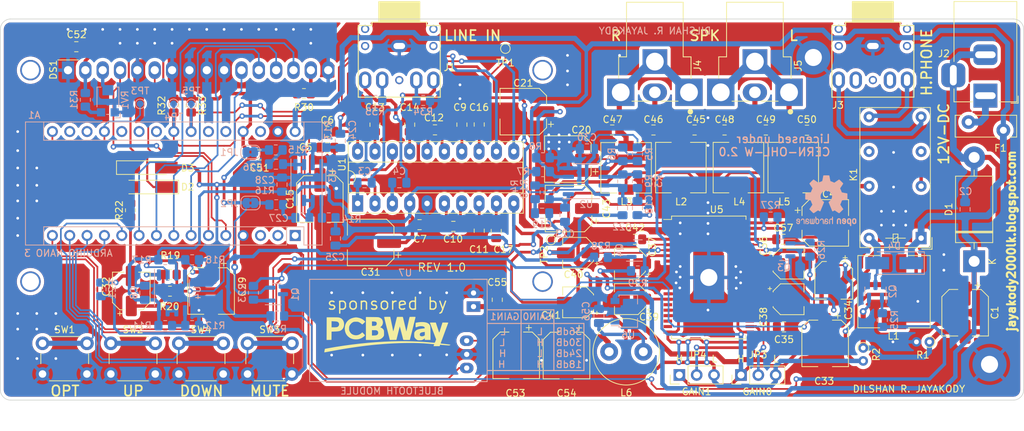
<source format=kicad_pcb>
(kicad_pcb (version 20211014) (generator pcbnew)
  (layers (0 "F.Cu" signal) (31 "B.Cu" signal) (34 "B.Paste" user) (35 "F.Paste" user) (36 "B.SilkS" user "B.Silkscreen") (37 "F.SilkS" user "F.Silkscreen") (38 "B.Mask" user) (39 "F.Mask" user) (44 "Edge.Cuts" user))
  (net 0 "")
  (net 6 "/control-module/SPECTRUM-IN")
  (net 7 "GNDD")
  (net 9 "/control-module/LCD-RS")
  (net 11 "/control-module/LCD-EN")
  (net 13 "/control-module/LCD-D4")
  (net 14 "/audio-processor/SDA")
  (net 15 "/control-module/LCD-D5")
  (net 16 "/audio-processor/SCL")
  (net 17 "/control-module/LCD-D6")
  (net 19 "/control-module/LCD-D7")
  (net 21 "/control-module/BTN_OPTION")
  (net 22 "+5V")
  (net 23 "/control-module/BTN_UP")
  (net 25 "/control-module/BTN_DOWN")
  (net 26 "/control-module/BTN_MUTE")
  (net 27 "+12V")
  (net 28 "/control-module/MUTE")
  (net 29 "/control-module/SPK-SELECT")
  (net 30 "GND")
  (net 31 "/audio-processor/LINE-LEFT")
  (net 32 "Net-(C3-Pad2)")
  (net 33 "/audio-processor/LINE-RIGHT")
  (net 34 "Net-(C4-Pad2)")
  (net 35 "/audio-processor/BT-LEFT")
  (net 36 "Net-(C5-Pad2)")
  (net 37 "/audio-processor/BT-RIGHT")
  (net 38 "Net-(C6-Pad2)")
  (net 39 "GNDA")
  (net 40 "Net-(C9-Pad1)")
  (net 41 "Net-(C10-Pad1)")
  (net 42 "Net-(C10-Pad2)")
  (net 43 "Net-(C11-Pad1)")
  (net 44 "Net-(C12-Pad1)")
  (net 45 "Net-(C12-Pad2)")
  (net 46 "Net-(C13-Pad1)")
  (net 47 "Net-(C14-Pad1)")
  (net 48 "Net-(C15-Pad1)")
  (net 49 "Net-(C16-Pad1)")
  (net 50 "/audio-processor/AF-ANALYZER-L")
  (net 51 "Net-(C17-Pad1)")
  (net 52 "/audio-processor/AF-ANALYZER-R")
  (net 53 "Net-(C18-Pad1)")
  (net 54 "Net-(C19-Pad1)")
  (net 55 "Net-(C20-Pad1)")
  (net 56 "Net-(C21-Pad1)")
  (net 57 "Net-(C22-Pad1)")
  (net 58 "/audio-processor/AF-PWR-R")
  (net 59 "Net-(C23-Pad1)")
  (net 60 "/audio-processor/AF-PWR-L")
  (net 61 "Net-(C24-Pad1)")
  (net 62 "Net-(C25-Pad1)")
  (net 63 "Net-(C26-Pad1)")
  (net 64 "Net-(C26-Pad2)")
  (net 65 "Net-(C27-Pad1)")
  (net 66 "Net-(C27-Pad2)")
  (net 67 "Net-(C29-Pad1)")
  (net 68 "Net-(C32-Pad1)")
  (net 69 "Net-(C32-Pad2)")
  (net 70 "+12VA")
  (net 71 "+5VD")
  (net 72 "Net-(C40-Pad1)")
  (net 73 "Net-(C41-Pad1)")
  (net 74 "Net-(C42-Pad1)")
  (net 75 "Net-(C43-Pad1)")
  (net 76 "/power-amplifier/AF-HP-OUT-R")
  (net 77 "Net-(C44-Pad1)")
  (net 78 "/power-amplifier/AF-HP-OUT-L")
  (net 79 "/power-amplifier/SPK-R+")
  (net 80 "/power-amplifier/SPK-R-")
  (net 81 "/power-amplifier/SPK-L+")
  (net 82 "/power-amplifier/SPK-L-")
  (net 83 "Net-(C53-Pad1)")
  (net 84 "+5VA")
  (net 85 "Net-(C57-Pad1)")
  (net 86 "Net-(D4-Pad2)")
  (net 87 "Net-(DS1-Pad3)")
  (net 88 "Net-(DS1-Pad15)")
  (net 89 "Net-(F1-Pad1)")
  (net 90 "Net-(J1-PadSN)")
  (net 91 "Net-(J1-PadTN)")
  (net 92 "/power-amplifier/HEADPHONE-R")
  (net 94 "/power-amplifier/HEADPHONE-L")
  (net 96 "Net-(JP1-Pad2)")
  (net 97 "Net-(JP1-Pad1)")
  (net 98 "Net-(JP2-Pad2)")
  (net 99 "Net-(JP3-Pad2)")
  (net 100 "Net-(JP4-Pad2)")
  (net 103 "Net-(L2-Pad1)")
  (net 104 "Net-(L3-Pad1)")
  (net 105 "Net-(L4-Pad1)")
  (net 106 "Net-(L5-Pad1)")
  (net 107 "Net-(Q1-Pad1)")
  (net 108 "Net-(Q1-Pad3)")
  (net 109 "Net-(Q2-Pad1)")
  (net 110 "Net-(Q3-Pad1)")
  (net 111 "Net-(Q3-Pad3)")
  (net 112 "Net-(Q4-Pad1)")
  (net 113 "Net-(Q4-Pad3)")
  (net 114 "Net-(R3-Pad2)")
  (net 115 "Net-(R10-Pad1)")
  (net 116 "Net-(R11-Pad1)")
  (net 117 "Net-(R13-Pad2)")
  (net 118 "Net-(R14-Pad2)")
  (net 119 "Net-(R31-Pad2)")
  (net 120 "Net-(U4-Pad6)")
  (footprint "Capacitor_SMD:C_0805_2012Metric_Pad1.18x1.45mm_HandSolder" (layer "F.Cu") (at 116.9885 77.216 180)
    (fp_text reference "C12")
    (fp_text value "0.033MFD")
  )
  (footprint "Resistor_SMD:R_0805_2012Metric_Pad1.20x1.40mm_HandSolder" (layer "F.Cu") (at 81.28 73.66 -90)
    (fp_text reference "R33")
    (fp_text value "4.7K")
  )
  (footprint "Capacitor_SMD:C_0805_2012Metric_Pad1.18x1.45mm_HandSolder" (layer "F.Cu") (at 119.6809 91.3638)
    (fp_text reference "C10")
    (fp_text value "0.033MFD")
  )
  (footprint "Capacitor_SMD:CP_Elec_4x5.4" (layer "F.Cu") (at 168.7734 102.054)
    (fp_text reference "C38")
    (fp_text value "4.7MFD")
  )
  (footprint "Capacitor_SMD:C_0805_2012Metric_Pad1.18x1.45mm_HandSolder" (layer "F.Cu") (at 125.9586 92.0535 -90)
    (fp_text reference "C17")
    (fp_text value "1MFD")
  )
  (footprint "Capacitor_SMD:CP_Elec_5x5.3" (layer "F.Cu") (at 175.3782 99.2738 -90)
    (fp_text reference "C34")
    (fp_text value "10MFD")
  )
  (footprint "Inductor_SMD:L_7.3x7.3_H3.5" (layer "F.Cu") (at 169.4592 82.75 90)
    (fp_text reference "L5")
    (fp_text value "22uH")
  )
  (footprint "Capacitor_SMD:CP_Elec_4x5.4" (layer "F.Cu") (at 168.77 96.8216)
    (fp_text reference "C36")
    (fp_text value "4.7MFD")
  )
  (footprint "Resistor_THT:R_Axial_DIN0204_L3.6mm_D1.6mm_P1.90mm_Vertical" (layer "F.Cu") (at 179.7 109.195 -90)
    (fp_text reference "R2")
    (fp_text value "0R")
  )
  (footprint "Resistor_SMD:R_0805_2012Metric_Pad1.20x1.40mm_HandSolder" (layer "F.Cu") (at 72.4 89 90)
    (fp_text reference "R22")
    (fp_text value "1K")
  )
  (footprint "Diode_SMD:D_MiniMELF_Handsoldering" (layer "F.Cu") (at 74.8978 82.7532)
    (fp_text reference "D3")
    (fp_text value "LL4148")
  )
  (footprint "Diode_SMD:D_MiniMELF_Handsoldering" (layer "F.Cu") (at 74.9046 85.598 180)
    (fp_text reference "D2")
    (fp_text value "LL4148")
  )
  (footprint "Relay_THT:Relay_DPDT_Finder_30.22" (layer "F.Cu") (at 188.1835 93.0923 90)
    (fp_text reference "K1")
    (fp_text value "HK19F-DC-12-SHG")
  )
  (footprint "Diode_THT:D_DO-201AD_P15.24mm_Horizontal" (layer "F.Cu") (at 195.95 96.49 90)
    (fp_text reference "D1")
    (fp_text value "1N5401")
  )
  (footprint "Capacitor_SMD:C_0805_2012Metric_Pad1.18x1.45mm_HandSolder" (layer "F.Cu") (at 168.1 106.1)
    (fp_text reference "C35")
    (fp_text value "0.1MFD")
  )
  (footprint "pc-amplifier:pcbway" (layer "F.Cu") (at 110 107)
    (fp_text reference "G***" hide)
    (fp_text value "LOGO" hide)
  )
  (footprint "Capacitor_SMD:CP_Elec_4x4.5" (layer "F.Cu") (at 137.95 95.25 180)
    (fp_text reference "C40")
    (fp_text value "1MFD")
  )
  (footprint "Button_Switch_THT:SW_PUSH_6mm" (layer "F.Cu") (at 79.479 108.5088)
    (fp_text reference "SW4")
    (fp_text value "6mm Tactile SW")
  )
  (footprint "Inductor_SMD:L_10.4x10.4_H4.8" (layer "F.Cu") (at 184.2174 100.9372 90)
    (fp_text reference "L1")
    (fp_text value "330uH")
  )
  (footprint "Capacitor_SMD:C_0805_2012Metric_Pad1.18x1.45mm_HandSolder" (layer "F.Cu") (at 165.446 77.2382)
    (fp_text reference "C49")
    (fp_text value "0.22MFD")
  )
  (footprint "Capacitor_SMD:C_0805_2012Metric_Pad1.18x1.45mm_HandSolder" (layer "F.Cu") (at 101.219 77.47)
    (fp_text reference "C6")
    (fp_text value "0.47MFD")
  )
  (footprint "Capacitor_SMD:CP_Elec_6.3x5.3" (layer "F.Cu") (at 84.201 100.844 -90)
    (fp_text reference "C29")
    (fp_text value "33MFD")
  )
  (footprint "Capacitor_SMD:CP_Elec_6.3x5.4" (layer "F.Cu") (at 194.6264 104.0238 -90)
    (fp_text reference "C1")
    (fp_text value "100MFD")
  )
  (footprint "Capacitor_SMD:CP_Elec_6.3x5.4" (layer "F.Cu") (at 100.1268 87.3506 -90)
    (fp_text reference "C15")
    (fp_text value "100MFD")
  )
  (footprint "Capacitor_SMD:C_0805_2012Metric_Pad1.18x1.45mm_HandSolder" (layer "F.Cu") (at 64.4652 65.024 180)
    (fp_text reference "C52")
    (fp_text value "0.1MFD")
  )
  (footprint "Capacitor_SMD:CP_Elec_6.3x5.8" (layer "F.Cu") (at 174.15 90.8534)
    (fp_text reference "C44")
    (fp_text value "330MFD")
  )
  (footprint "MountingHole:MountingHole_2.5mm_Pad" (layer "F.Cu") (at 172.4 66.6)
    (fp_text reference "H2" hide)
    (fp_text value "2.5mm hole")
  )
  (footprint "pc-amplifier:PJ-307" (layer "F.Cu") (at 111.76 67.9224 -90)
    (fp_text reference "J1")
    (fp_text value "PJ307")
  )
  (footprint "Capacitor_SMD:C_0805_2012Metric_Pad1.18x1.45mm_HandSolder" (layer "F.Cu") (at 155.0066 77.2382 180)
    (fp_text reference "C45")
    (fp_text value "0.01MFD")
  )
  (footprint "Capacitor_SMD:CP_Elec_6.3x5.4" (layer "F.Cu") (at 129.921 74.549 180)
    (fp_text reference "C21")
    (fp_text value "100MFD")
  )
  (footprint "Inductor_SMD:L_7.3x7.3_H3.5" (layer "F.Cu") (at 144.9736 82.7754 90)
    (fp_text reference "L3")
    (fp_text value "22uH")
  )
  (footprint "TestPoint:TestPoint_Pad_D1.0mm" (layer "F.Cu") (at 133.985 93.345)
    (fp_text reference "TP2")
    (fp_text value "TestPoint")
  )
  (footprint "Capacitor_SMD:C_0805_2012Metric_Pad1.18x1.45mm_HandSolder" (layer "F.Cu") (at 142.9416 77.2382 180)
    (fp_text reference "C47")
    (fp_text value "0.01MFD")
  )
  (footprint "Resistor_THT:R_Axial_DIN0204_L3.6mm_D1.6mm_P1.90mm_Vertical" (layer "F.Cu") (at 189.4 108.3 180)
    (fp_text reference "R1")
    (fp_text value "0R")
  )
  (footprint "Capacitor_SMD:CP_Elec_5x5.3" (layer "F.Cu") (at 72.517 100.838 90)
    (fp_text reference "C32")
    (fp_text value "10MFD")
  )
  (footprint "Button_Switch_THT:SW_PUSH_6mm" (layer "F.Cu") (at 59.5146 108.5088)
    (fp_text reference "SW1")
    (fp_text value "6mm Tactile SW")
  )
  (footprint "Capacitor_SMD:C_0805_2012Metric_Pad1.18x1.45mm_HandSolder" (layer "F.Cu") (at 120.9294 76.4501 90)
    (fp_text reference "C9")
    (fp_text value "0.0056MFD")
  )
  (footprint "Resistor_SMD:R_0805_2012Metric_Pad1.20x1.40mm_HandSolder" (layer "F.Cu") (at 78.1652 98.425 180)
    (fp_text reference "R19")
    (fp_text value "20K")
  )
  (footprint "Capacitor_SMD:CP_Elec_4x4.5" (layer "F.Cu") (at 137.95 102.5 180)
    (fp_text reference "C41")
    (fp_text value "1MFD")
  )
  (footprint "Display:WC1602A" (layer "F.Cu") (at 63.25 68.4625)
    (fp_text reference "DS1")
    (fp_text value "WC1602A")
  )
  (footprint "Fuse:Fuse_Bourns_MF-RHT300" (layer "F.Cu") (at 195.1264 76.0738)
    (fp_text reference "F1")
    (fp_text value "RUEF300 ")
  )
  (footprint "MountingHole:MountingHole_2.5mm_Pad" (layer "F.Cu") (at 198.2 111.6)
    (fp_text reference "H1" hide)
    (fp_text value "2.5mm hole")
  )
  (footprint "Capacitor_SMD:C_0805_2012Metric_Pad1.18x1.45mm_HandSolder" (layer "F.Cu") (at 168.0075 93.2656)
    (fp_text reference "C57")
    (fp_text value "1MFD")
  )
  (footprint "pc-amplifier:CUI_RCJ-013" (layer "F.Cu") (at 163.8428 65.7589 -90)
    (fp_text reference "J5")
    (fp_text value "AV-8.4-3")
  )
  (footprint "Capacitor_SMD:CP_Elec_6.3x5.7" (layer "F.Cu") (at 128.884 110.267 -90)
    (fp_text reference "C53")
    (fp_text value "220MFD")
  )
  (footprint "Capacitor_SMD:C_0805_2012Metric_Pad1.18x1.45mm_HandSolder" (layer "F.Cu") (at 113.284 76.454 90)
    (fp_text reference "C14")
    (fp_text value "0.015MFD")
  )
  (footprint "Inductor_THT:L_Radial_D9.5mm_P5.00mm_Fastron_07HVP" (layer "F.Cu") (at 147.5 109.75 180)
    (fp_text reference "L6")
    (fp_text value "2.2mH")
  )
  (footprint "Resistor_SMD:R_0805_2012Metric_Pad1.20x1.40mm_HandSolder" (layer "F.Cu") (at 78.1812 100.8634 180)
    (fp_text reference "R20")
    (fp_text value "OPT")
  )
  (footprint "Capacitor_SMD:C_0805_2012Metric_Pad1.18x1.45mm_HandSolder" (layer "F.Cu") (at 159.3969 77.2382)
    (fp_text reference "C48")
    (fp_text value "0.01MFD")
  )
  (footprint "pc-amplifier:YDA138" (layer "F.Cu") (at 157.1402 98.8536)
    (fp_text reference "U5")
    (fp_text value "YDA138")
  )
  (footprint "Capacitor_SMD:CP_Elec_6.3x5.8" (layer "F.Cu") (at 136.55 88.75 180)
    (fp_text reference "C43")
    (fp_text value "330MFD")
  )
  (footprint "Resistor_SMD:R_0805_2012Metric_Pad1.20x1.40mm_HandSolder" (layer "F.Cu") (at 97.8 71.9)
    (fp_text reference "R30")
    (fp_text value "330R")
  )
  (footprint "Connector_PinHeader_2.54mm:PinHeader_1x03_P2.54mm_Vertical" (layer "F.Cu") (at 152.775 113.15 90)
    (fp_text reference "JP4")
    (fp_text value "2.54mm x 3P")
  )
  (footprint "Package_DIP:DIP-20_W7.62mm_Socket_LongPads" (layer "F.Cu") (at 105.669 88.001 90)
    (fp_text reference "U1")
    (fp_text value "TDA8425")
  )
  (footprint "Capacitor_SMD:C_0805_2012Metric_Pad1.18x1.45mm_HandSolder" (layer "F.Cu") (at 148.9868 77.2382 180)
    (fp_text reference "C46")
    (fp_text value "0.22MFD")
  )
  (footprint "Capacitor_SMD:CP_Elec_6.3x5.4" (layer "F.Cu") (at 136.45 81.5 180)
    (fp_text reference "C20")
    (fp_text value "100MFD")
  )
  (footprint "Capacitor_SMD:C_0805_2012Metric_Pad1.18x1.45mm_HandSolder" (layer "F.Cu") (at 108.204 76.4579 90)
    (fp_text reference "C13")
    (fp_text value "0.015MFD")
  )
  (footprint "Capacitor_SMD:C_0805_2012Metric_Pad1.18x1.45mm_HandSolder" (layer "F.Cu") (at 123.4694 76.4286 90)
    (fp_text reference "C16")
    (fp_text value "1MFD")
  )
  (footprint "Capacitor_SMD:C_0805_2012Metric_Pad1.18x1.45mm_HandSolder" (layer "F.Cu") (at 91.3 80.9)
    (fp_text reference "C51")
    (fp_text value "0.1MFD")
  )
  (footprint "Capacitor_SMD:C_0805_2012Metric_Pad1.18x1.45mm_HandSolder" (layer "F.Cu") (at 114.7318 91.1098)
    (fp_text reference "C7")
    (fp_text value "0.1MFD")
  )
  (footprint "Button_Switch_THT:SW_PUSH_6mm" (layer "F.Cu") (at 69.5222 108.5088)
    (fp_text reference "SW2")
    (fp_text value "6mm Tactile SW")
  )
  (footprint "TestPoint:TestPoint_Pad_D1.0mm" (layer "F.Cu") (at 127.3 65.3)
    (fp_text reference "TP1")
    (fp_text value "TestPoint")
  )
  (footprint "Capacitor_SMD:CP_Elec_6.3x5.8" (layer "F.Cu") (at 174.1264 108.5238 -90)
    (fp_text reference "C33")
    (fp_text value "330MFD")
  )
  (footprint "Connector_PinHeader_2.54mm:PinHeader_1x03_P2.54mm_Vertical" (layer "F.Cu") (at 161.805 113.16 90)
    (fp_text reference "JP3")
    (fp_text value "2.54mm x 3P")
  )
  (footprint "pc-amplifier:CUI_RCJ-013" (layer "F.Cu") (at 149.19 65.7589 -90)
    (fp_text reference "J4")
    (fp_text value "AV-8.4-3")
  )
  (footprint "Inductor_SMD:L_7.3x7.3_H3.5" (layer "F.Cu") (at 153 82.75 90)
    (fp_text reference "L2")
    (fp_text value "22uH")
  )
  (footprint "Connector_BarrelJack:BarrelJack_Horizontal" (layer "F.Cu") (at 197.5955 72.2 -90)
    (fp_text reference "J2")
    (fp_text value "DC-005")
  )
  (footprint "Capacitor_SMD:CP_Elec_6.3x5.8" (layer "F.Cu") (at 136.25 110.3 -90)
    (fp_text reference "C54")
    (fp_text value "330MFD")
  )
  (footprint "Inductor_SMD:L_7.3x7.3_H3.5" (layer "F.Cu") (at 161.4328 82.75 90)
    (fp_text reference "L4")
    (fp_text value "22uH")
  )
  (footprint "pc-amplifier:PJ-307" (layer "F.Cu") (at 181.1186 67.9172 -90)
    (fp_text reference "J3")
    (fp_text value "PJ307")
  )
  (footprint "Capacitor_SMD:C_0805_2012Metric_Pad1.18x1.45mm_HandSolder" (layer "F.Cu") (at 126.111 102.1295 90)
    (fp_text reference "C55")
    (fp_text value "0.1MFD")
  )
  (footprint "Capacitor_SMD:CP_Elec_6.3x5.7" (layer "F.Cu") (at 107.569 93.726 180)
    (fp_text reference "C31")
    (fp_text value "220MFD")
  )
  (footprint "Capacitor_SMD:CP_Elec_4x5.4" (layer "F.Cu") (at 145.5324 102.0286 180)
    (fp_text reference "C39")
    (fp_text value "4.7MFD")
  )
  (footprint "Resistor_SMD:R_0805_2012Metric_Pad1.20x1.40mm_HandSolder" (layer "F.Cu") (at 78.74 73.66 -90)
    (fp_text reference "R32")
    (fp_text value "4.7K")
  )
  (footprint "Capacitor_SMD:C_0805_2012Metric_Pad1.18x1.45mm_HandSolder" (layer "F.Cu") (at 146.2983 93.2656 180)
    (fp_text reference "C42")
    (fp_text value "1MFD")
  )
  (footprint "Capacitor_SMD:C_0805_2012Metric_Pad1.18x1.45mm_HandSolder" (layer "F.Cu") (at 101.219 79.8322)
    (fp_text reference "C5")
    (fp_text value "0.47MFD")
  )
  (footprint "Capacitor_SMD:C_0805_2012Metric_Pad1.18x1.45mm_HandSolder" (layer "F.Cu") (at 123.4694 92.0027 -90)
    (fp_text reference "C11")
    (fp_text value "0.0056MFD")
  )
  (footprint "Capacitor_SMD:C_0805_2012Metric_Pad1.18x1.45mm_HandSolder" (layer "F.Cu") (at 171.4658 77.2636)
    (fp_text reference "C50")
    (fp_text value "0.01MFD")
  )
  (footprint "Button_Switch_THT:SW_PUSH_6mm" (layer "F.Cu") (at 89.5374 108.5088)
    (fp_text reference "SW3")
    (fp_text value "6mm Tactile SW")
  )
  (footprint "Capacitor_SMD:CP_Elec_4x5.4" (layer "F.Cu") (at 145.5324 96.8216 180)
    (fp_text reference "C37")
    (fp_text value "4.7MFD")
  )
  (footprint "Capacitor_SMD:C_0805_2012Metric_Pad1.18x1.45mm_HandSolder" (layer "B.Cu") (at 97.5653 90.1192 180)
    (fp_text reference "C27")
    (fp_text value "1MFD")
  )
  (footprint "Resistor_SMD:R_0805_2012Metric_Pad1.20x1.40mm_HandSolder" (layer "B.Cu") (at 144.4846 84.7504 -90)
    (fp_text reference "R9")
    (fp_text value "15K")
  )
  (footprint "Resistor_SMD:R_0805_2012Metric_Pad1.20x1.40mm_HandSolder" (layer "B.Cu") (at 131.6576 86.3694 90)
    (fp_text reference "R4")
    (fp_text value "2.2K")
  )
  (footprint "Resistor_SMD:R_0805_2012Metric_Pad1.20x1.40mm_HandSolder" (layer "B.Cu") (at 100.092 79.756 180)
    (fp_text reference "R13")
    (fp_text value "1K")
  )
  (footprint "Capacitor_SMD:C_0805_2012Metric_Pad1.18x1.45mm_HandSolder" (layer "B.Cu") (at 194.6264 88.8613 90)
    (fp_text reference "C2")
    (fp_text value "0.1MFD")
  )
  (footprint "Capacitor_SMD:C_0805_2012Metric_Pad1.18x1.45mm_HandSolder" (layer "B.Cu") (at 103.124 78.8201 90)
    (fp_text reference "C24")
    (fp_text value "1MFD")
  )
  (footprint "Resistor_SMD:R_0805_2012Metric_Pad1.20x1.40mm_HandSolder" (layer "B.Cu") (at 115.2652 72.898)
    (fp_text reference "R34")
    (fp_text value "100R")
  )
  (footprint "TestPoint:TestPoint_Pad_D1.0mm" (layer "B.Cu") (at 73.8 73.4 180)
    (fp_text reference "TP3")
    (fp_text value "TestPoint")
  )
  (footprint "Resistor_SMD:R_0805_2012Metric_Pad1.20x1.40mm_HandSolder" (layer "B.Cu") (at 141.3 95.9)
    (fp_text reference "R28")
    (fp_text value "5.6K")
  )
  (footprint "Module:Arduino_Nano" (layer "B.Cu") (at 96.52 92.7 90)
    (fp_text reference "A1")
    (fp_text value "Arduino Nano V3")
  )
  (footprint "Resistor_SMD:R_0805_2012Metric_Pad1.20x1.40mm_HandSolder" (layer "B.Cu") (at 93.9 104.5 180)
    (fp_text reference "R24")
    (fp_text value "10K")
  )
  (footprint "Jumper:SolderJumper-2_P1.3mm_Bridged2Bar_RoundedPad1.0x1.5mm" (layer "B.Cu") (at 89.9668 87.9348)
    (fp_text reference "JP2")
    (fp_text value "SMD-BRIDGE")
  )
  (footprint "Capacitor_SMD:C_0805_2012Metric_Pad1.18x1.45mm_HandSolder" (layer "B.Cu") (at 94.5896 85.2424 90)
    (fp_text reference "C28")
    (fp_text value "0.1MFD")
  )
  (footprint "Package_SO:SOP-8_3.9x4.9mm_P1.27mm" (layer "B.Cu") (at 78.47 101.1174 -90)
    (fp_text reference "U4")
    (fp_text value "NE5532")
  )
  (footprint "Package_TO_SOT_SMD:SOT-23" (layer "B.Cu") (at 168.1 94.8 180)
    (fp_text reference "Q3")
    (fp_text value "BC817")
  )
  (footprint "Capacitor_SMD:C_0805_2012Metric_Pad1.18x1.45mm_HandSolder" (layer "B.Cu") (at 106.68 84.963 180)
    (fp_text reference "C3")
    (fp_text value "0.47MFD")
  )
  (footprint "Resistor_SMD:R_0805_2012Metric_Pad1.20x1.40mm_HandSolder" (layer "B.Cu") (at 65.786 72.8124 -90)
    (fp_text reference "R31")
    (fp_text value "100R")
  )
  (footprint "pc-amplifier:bluetooth-audio-module" (layer "B.Cu") (at 121.633 108.1292)
    (fp_text reference "U7")
    (fp_text value "AC6939-MODULE")
  )
  (footprint "Resistor_SMD:R_0805_2012Metric_Pad1.20x1.40mm_HandSolder" (layer "B.Cu") (at 132.8006 81.3054)
    (fp_text reference "R8")
    (fp_text value "10K")
  )
  (footprint "TestPoint:TestPoint_Pad_D1.0mm" (layer "B.Cu") (at 78.7 73.4 180)
    (fp_text reference "TP4")
    (fp_text value "TestPoint")
  )
  (footprint "Package_TO_SOT_SMD:SOT-89-3" (layer "B.Cu") (at 145 103.8)
    (fp_text reference "U6")
    (fp_text value "MC78L05")
  )
  (footprint "Capacitor_SMD:C_0805_2012Metric_Pad1.18x1.45mm_HandSolder" (layer "B.Cu") (at 132.6736 89.4334)
    (fp_text reference "C19")
    (fp_text value "1MFD")
  )
  (footprint "Resistor_SMD:R_0805_2012Metric_Pad1.20x1.40mm_HandSolder" (layer "B.Cu") (at 81.423 105.918 180)
    (fp_text reference "R12")
    (fp_text value "10K")
  )
  (footprint "Resistor_SMD:R_0805_2012Metric_Pad1.20x1.40mm_HandSolder" (layer "B.Cu") (at 146.6436 84.7344 90)
    (fp_text reference "R3")
    (fp_text value "2.2K")
  )
  (footprint "Package_TO_SOT_SMD:SOT-23" (layer "B.Cu") (at 93.8 101.3)
    (fp_text reference "Q1")
    (fp_text value "BC858")
  )
  (footprint "Jumper:SolderJumper-2_P1.3mm_Bridged2Bar_RoundedPad1.0x1.5mm" (layer "B.Cu") (at 89.9564 80.4672 180)
    (fp_text reference "JP1")
    (fp_text value "SMD-BRIDGE")
  )
  (footprint "Resistor_SMD:R_0805_2012Metric_Pad1.20x1.40mm_HandSolder" (layer "B.Cu") (at 90.4 101.1 -90)
    (fp_text reference "R23")
    (fp_text value "5.6K")
  )
  (footprint "Resistor_SMD:R_0805_2012Metric_Pad1.20x1.40mm_HandSolder" (layer "B.Cu") (at 171.9 94.8 90)
    (fp_text reference "R26")
    (fp_text value "5.6K")
  )
  (footprint "Resistor_SMD:R_0805_2012Metric_Pad1.20x1.40mm_HandSolder" (layer "B.Cu") (at 77.486 96.2406 180)
    (fp_text reference "R17")
    (fp_text value "10K")
  )
  (footprint "Resistor_SMD:R_0805_2012Metric_Pad1.20x1.40mm_HandSolder" (layer "B.Cu") (at 93.6752 80.1624)
    (fp_text reference "R15")
    (fp_text value "1K")
  )
  (footprint "Capacitor_SMD:C_0805_2012Metric_Pad1.18x1.45mm_HandSolder" (layer "B.Cu") (at 102.4128 93.1379 -90)
    (fp_text reference "C25")
    (fp_text value "1MFD")
  )
  (footprint "Resistor_SMD:R_0805_2012Metric_Pad1.20x1.40mm_HandSolder" (layer "B.Cu") (at 93.742 88.1888 180)
    (fp_text reference "R16")
    (fp_text value "1K")
  )
  (footprint "TestPoint:TestPoint_Pad_D1.0mm" (layer "B.Cu") (at 81.3 73.4 180)
    (fp_text reference "TP5")
    (fp_text value "TestPoint")
  )
  (footprint "Capacitor_SMD:C_0805_2012Metric_Pad1.18x1.45mm_HandSolder" (layer "B.Cu") (at 136.0264 89.662 -90)
    (fp_text reference "C23")
    (fp_text value "1MFD")
  )
  (footprint "Resistor_SMD:R_0805_2012Metric_Pad1.20x1.40mm_HandSolder" (layer "B.Cu") (at 144.4846 80.7974 90)
    (fp_text reference "R6")
    (fp_text value "10K")
  )
  (footprint "Capacitor_SMD:C_0805_2012Metric_Pad1.18x1.45mm_HandSolder" (layer "B.Cu") (at 141 104.5 90)
    (fp_text reference "C56")
    (fp_text value "0.01MFD")
  )
  (footprint "Capacitor_SMD:C_0805_2012Metric_Pad1.18x1.45mm_HandSolder" (layer "B.Cu") (at 146.6436 88.6753 -90)
    (fp_text reference "C18")
    (fp_text value "1MFD")
  )
  (footprint "Resistor_SMD:R_0805_2012Metric_Pad1.20x1.40mm_HandSolder" (layer "B.Cu") (at 146.6436 80.7974 -90)
    (fp_text reference "R5")
    (fp_text value "10K")
  )
  (footprint "Resistor_SMD:R_0805_2012Metric_Pad1.20x1.40mm_HandSolder" (layer "B.Cu") (at 146.7 97.9)
    (fp_text reference "R29")
    (fp_text value "47K")
  )
  (footprint "Resistor_SMD:R_0805_2012Metric_Pad1.20x1.40mm_HandSolder" (layer "B.Cu") (at 77.486 105.918 180)
    (fp_text reference "R11")
    (fp_text value "10K")
  )
  (footprint "Resistor_SMD:R_0805_2012Metric_Pad1.20x1.40mm_HandSolder" (layer "B.Cu") (at 81.423 96.266 180)
    (fp_text reference "R18")
    (fp_text value "10K")
  )
  (footprint "Package_TO_SOT_SMD:SOT-23" (layer "B.Cu") (at 146.7 94.9)
    (fp_text reference "Q4")
    (fp_text value "BC817")
  )
  (footprint "Resistor_SMD:R_0805_2012Metric_Pad1.20x1.40mm_HandSolder" (layer "B.Cu") (at 101.4316 90.1192 180)
    (fp_text reference "R14")
    (fp_text value "1K")
  )
  (footprint "Resistor_SMD:R_0805_2012Metric_Pad1.20x1.40mm_HandSolder" (layer "B.Cu") (at 68.072 100.6 90)
    (fp_text reference "R21")
    (fp_text value "330K")
  )
  (footprint "Potentiometer_SMD:Potentiometer_Bourns_TC33X_Vertical" (layer "B.Cu") (at 69.088 72.8488 90)
    (fp_text reference "RV1")
    (fp_text value "50K")
  )
  (footprint "Resistor_SMD:R_0805_2012Metric_Pad1.20x1.40mm_HandSolder" (layer "B.Cu") (at 182.5 105.1 90)
    (fp_text reference "R25")
    (fp_text value "5.6K")
  )
  (footprint "Capacitor_SMD:C_0805_2012Metric_Pad1.18x1.45mm_HandSolder" (layer "B.Cu") (at 74.5 101.1 90)
    (fp_text reference "C8")
    (fp_text value "0.1MFD")
  )
  (footprint "Resistor_SMD:R_0805_2012Metric_Pad1.20x1.40mm_HandSolder" (layer "B.Cu") (at 132.8166 83.3374)
    (fp_text reference "R7")
    (fp_text value "10K")
  )
  (footprint "Diode_SMD:D_SMA_Handsoldering" (layer "B.Cu") (at 184.25 96.75 180)
    (fp_text reference "D4")
    (fp_text value "M7")
  )
  (footprint "Capacitor_SMD:C_0805_2012Metric_Pad1.18x1.45mm_HandSolder" (layer "B.Cu") (at 111.76 84.963 180)
    (fp_text reference "C4")
    (fp_text value "0.47MFD")
  )
  (footprint "Package_SO:SOP-8_3.9x4.9mm_P1.27mm" (layer "B.Cu") (at 139.1506 84.7344)
    (fp_text reference "U2")
    (fp_text value "NE5532")
  )
  (footprint "Package_TO_SOT_SMD:SOT-23" (layer "B.Cu") (at 181.5 100.9 90)
    (fp_text reference "Q2")
    (fp_text value "BC817")
  )
  (footprint "Resistor_SMD:R_0805_2012Metric_Pad1.20x1.40mm_HandSolder" (layer "B.Cu") (at 166.15 90)
    (fp_text reference "R27")
    (fp_text value "47K")
  )
  (footprint "Package_SO:SOP-8_3.9x4.9mm_P1.27mm" (layer "B.Cu") (at 98.4504 84.9376 -90)
    (fp_text reference "U3")
    (fp_text value "NE5532")
  )
  (footprint "Capacitor_SMD:C_0805_2012Metric_Pad1.18x1.45mm_HandSolder" (layer "B.Cu") (at 139.25 80 180)
    (fp_text reference "C30")
    (fp_text value "0.1MFD")
  )
  (footprint "Symbol:OSHW-Logo2_9.8x8mm_SilkScreen" (layer "B.Cu") (at 174.3 87.6 180)
    (fp_text reference "REF**" hide)
    (fp_text value "OSHW-Logo2_9.8x8mm_SilkScreen" hide)
  )
  (footprint "Capacitor_SMD:C_0805_2012Metric_Pad1.18x1.45mm_HandSolder" (layer "B.Cu") (at 93.6967 82.2452 180)
    (fp_text reference "C26")
    (fp_text value "1MFD")
  )
  (footprint "Capacitor_SMD:C_0805_2012Metric_Pad1.18x1.45mm_HandSolder" (layer "B.Cu") (at 144.4592 88.6968 -90)
    (fp_text reference "C22")
    (fp_text value "1MFD")
  )
  (footprint "Resistor_SMD:R_0805_2012Metric_Pad1.20x1.40mm_HandSolder" (layer "B.Cu") (at 108.2708 72.898 180)
    (fp_text reference "R35")
    (fp_text value "100R")
  )
  (footprint "Resistor_SMD:R_0805_2012Metric_Pad1.20x1.40mm_HandSolder" (layer "B.Cu") (at 133.6896 86.3854 -90)
    (fp_text reference "R10")
    (fp_text value "15K")
  )
  (gr_line (start 138.8 105.6) (end 138.8 112.5) (layer "B.SilkS") (width 0.15))
  (gr_line (start 138.8 112.5) (end 124.7 112.5) (layer "B.SilkS") (width 0.15))
  (gr_line (start 129.6 105.6) (end 129.6 112.5) (layer "B.SilkS") (width 0.15))
  (gr_line (start 124.7 103.6) (end 134.4 103.6) (layer "B.SilkS") (width 0.15))
  (gr_line (start 124.7 105.6) (end 138.8 105.6) (layer "B.SilkS") (width 0.15))
  (gr_line (start 134.4 103.6) (end 134.4 105.6) (layer "B.SilkS") (width 0.15))
  (gr_line (start 134.4 105.6) (end 134.4 112.5) (layer "B.SilkS") (width 0.15))
  (gr_line (start 129.6 103.6) (end 129.6 105.6) (layer "B.SilkS") (width 0.15))
  (gr_line (start 203.200585 62.410473) (end 203.2 115.32) (layer "Edge.Cuts") (width 0.1))
  (gr_arc (start 53.34 62.482275) (mid 53.761038 61.430585) (end 54.791511 60.96) (layer "Edge.Cuts") (width 0.1))
  (gr_line (start 201.748489 116.842275) (end 54.86 116.84) (layer "Edge.Cuts") (width 0.1))
  (gr_line (start 54.791511 60.96) (end 201.67831 60.958962) (layer "Edge.Cuts") (width 0.1))
  (gr_line (start 53.337725 115.388489) (end 53.34 62.482275) (layer "Edge.Cuts") (width 0.1))
  (gr_arc (start 201.67831 60.958962) (mid 202.73 61.38) (end 203.200585 62.410473) (layer "Edge.Cuts") (width 0.1))
  (gr_arc (start 54.86 116.84) (mid 53.80831 116.418962) (end 53.337725 115.388489) (layer "Edge.Cuts") (width 0.1))
  (gr_arc (start 203.2 115.32) (mid 202.778962 116.37169) (end 201.748489 116.842275) (layer "Edge.Cuts") (width 0.1))
  (gr_text "Licensed under \nCERN-OHL-W 2.0" (at 175 79.5) (layer "B.SilkS") (effects (font (size 1.2 1.2) (thickness 0.2)) (justify left mirror)))
  (gr_text "ARDUINO NANO 3" (at 63.3 95.3) (layer "B.SilkS") (effects (font (size 1 1)) (justify mirror)))
  (gr_text "H      L" (at 133 108.4) (layer "B.SilkS") (effects (font (size 1 1)) (justify left mirror)))
  (gr_text "L      H" (at 132.9 110) (layer "B.SilkS") (effects (font (size 1 1)) (justify left mirror)))
  (gr_text "36dB\n30dB\n24dB\n18dB" (at 136.6 109.2) (layer "B.SilkS") (effects (font (size 1 1)) (justify mirror)))
  (gr_text "BLUETOOTH MODULE" (at 110.7 115.5) (layer "B.SilkS") (effects (font (size 1 1)) (justify mirror)))
  (gr_text "GAIN0" (at 132 104.6) (layer "B.SilkS") (effects (font (size 1 1)) (justify mirror)))
  (gr_text "DILSHAN R. JAYAKODY" (at 149.2 62.7) (layer "B.SilkS") (effects (font (size 1 1)) (justify mirror)))
  (gr_text "L      L" (at 132.9 106.8) (layer "B.SilkS") (effects (font (size 1 1)) (justify left mirror)))
  (gr_text "GAIN1" (at 127.2 104.6) (layer "B.SilkS") (effects (font (size 1 1)) (justify mirror)))
  (gr_text "H      H" (at 133 111.6) (layer "B.SilkS") (effects (font (size 1 1)) (justify left mirror)))
  (gr_text "H" (at 152.8 110.8) (layer "F.SilkS") (effects (font (size 1 1))))
  (gr_text "H.PHONE" (at 189 67.3 90) (layer "F.SilkS") (effects (font (size 1.5 1.5) (thickness 0.25))))
  (gr_text "GAIN1" (at 155.3 115.6) (layer "F.SilkS") (effects (font (size 1 1))))
  (gr_text "R" (at 143.5 63.4) (layer "F.SilkS") (effects (font (size 1.5 1.5) (thickness 0.25))))
  (gr_text "OPT" (at 62.8 115.5) (layer "F.SilkS") (effects (font (size 1.5 1.5) (thickness 0.25))))
  (gr_text "H" (at 161.8 110.8) (layer "F.SilkS") (effects (font (size 1 1))))
  (gr_text "GAIN0" (at 164.2 115.6) (layer "F.SilkS") (effects (font (size 1 1))))
  (gr_text "DOWN" (at 82.8 115.5) (layer "F.SilkS") (effects (font (size 1.5 1.5) (thickness 0.25))))
  (gr_text "REV 1.0" (at 118 97.4) (layer "F.SilkS") (effects (font (size 1.2 1.2))))
  (gr_text "LINE IN" (at 122.5 63.4) (layer "F.SilkS") (effects (font (size 1.5 1.5) (thickness 0.25))))
  (gr_text "L" (at 169.5 63.4) (layer "F.SilkS") (effects (font (size 1.5 1.5) (thickness 0.25))))
  (gr_text "12V-DC" (at 191.5 77.8 90) (layer "F.SilkS") (effects (font (size 1.5 1.5) (thickness 0.25))))
  (gr_text "L" (at 157.9 110.8) (layer "F.SilkS") (effects (font (size 1 1))))
  (gr_text "MUTE" (at 92.8 115.5) (layer "F.SilkS") (effects (font (size 1.5 1.5) (thickness 0.25))))
  (gr_text "DILSHAN R. JAYAKODY" (at 186.4 115.2) (layer "F.SilkS") (effects (font (size 1 1))))
  (gr_text "SPK" (at 156.5 63.4) (layer "F.SilkS") (effects (font (size 1.5 1.5) (thickness 0.25))))
  (gr_text "sponsored by" (at 110 102.7) (layer "F.SilkS") (effects (font (size 1.75 1.75) (thickness 0.2))))
  (gr_text "UP" (at 72.8 115.5) (layer "F.SilkS") (effects (font (size 1.5 1.5) (thickness 0.25))))
  (gr_text "L" (at 166.9 110.8) (layer "F.SilkS") (effects (font (size 1 1))))
  (gr_text "jayakody2000lk.blogspot.com" (at 201.4 93.5 90) (layer "F.SilkS") (effects (font (size 1.2 1.2) (thickness 0.3))))
  (segment (start 72.4 88) (end 72.1546 87.7546) (width 0.25) (layer "F.Cu") (net 6))
  (segment (start 72.1478 85.5912) (end 72.1546 85.598) (width 0.25) (layer "F.Cu") (net 6))
  (segment (start 72.1546 87.7546) (end 72.1546 85.598) (width 0.25) (layer "F.Cu") (net 6))
  (segment (start 68.58 77.46) (end 68.58 81.88) (width 0.25) (layer "F.Cu") (net 6))
  (segment (start 69.4532 82.7532) (end 72.1478 82.7532) (width 0.25) (layer "F.Cu") (net 6))
  (segment (start 72.1478 82.7532) (end 72.1478 85.5912) (width 0.25) (layer "F.Cu") (net 6))
  (segment (start 68.58 81.88) (end 69.4532 82.7532) (width 0.25) (layer "F.Cu") (net 6))
  (segment (start 73.8 75.05) (end 72.85 76) (width 0.25) (layer "B.Cu") (net 6))
  (segment (start 68.58 76.57) (end 68.58 77.46) (width 0.25) (layer "B.Cu") (net 6))
  (segment (start 72.85 76) (end 69.15 76) (width 0.25) (layer "B.Cu") (net 6))
  (segment (start 73.8 73.4) (end 73.8 75.05) (width 0.25) (layer "B.Cu") (net 6))
  (segment (start 69.15 76) (end 68.58 76.57) (width 0.25) (layer "B.Cu") (net 6))
  (segment (start 154 108.35) (end 154.025 108.325) (width 0.4) (layer "F.Cu") (net 7))
  (segment (start 152.65 106.5) (end 152.2964 106.8536) (width 0.4) (layer "F.Cu") (net 7))
  (segment (start 63.4277 68.2848) (end 63.25 68.4625) (width 0.75) (layer "F.Cu") (net 7))
  (segment (start 100.1 65.9) (end 101.35 67.15) (width 0.25) (layer "F.Cu") (net 7))
  (segment (start 187.45 95.5) (end 186.35 94.4) (width 0.5) (layer "F.Cu") (net 7))
  (segment (start 180.45 97.75) (end 176.7262 101.4738) (width 0.5) (layer "F.Cu") (net 7))
  (segment (start 136.65 97.15) (end 137.95 98.45) (width 0.5) (layer "F.Cu") (net 7))
  (segment (start 178.345 111.095) (end 177.65 110.4) (width 0.5) (layer "F.Cu") (net 7))
  (segment (start 151.0902 107.8902) (end 151.55 108.35) (width 0.4) (layer "F.Cu") (net 7))
  (segment (start 86.11 68.4625) (end 86.11 67.04) (width 0.25) (layer "F.Cu") (net 7))
  (segment (start 96.7412 113.0088) (end 97.7 112.05) (width 0.25) (layer "F.Cu") (net 7))
  (segment (start 145.575 112.175) (end 144.95 111.55) (width 0.5) (layer "F.Cu") (net 7))
  (segment (start 186.35 94.4) (end 182.15 94.4) (width 0.5) (layer "F.Cu") (net 7))
  (segment (start 156.3 108.35) (end 163.75 108.35) (width 0.4) (layer "F.Cu") (net 7))
  (segment (start 138.8 104.5) (end 143.1 104.5) (width 0.5) (layer "F.Cu") (net 7))
  (segment (start 175.3782 101.4738) (end 175.3782 103.6282) (width 0.5) (layer "F.Cu") (net 7))
  (segment (start 177.65 110.4) (end 177.65 108.45) (width 0.5) (layer "F.Cu") (net 7))
  (segment (start 154.5 107.85) (end 155.8 107.85) (width 0.4) (layer "F.Cu") (net 7))
  (segment (start 83.57 68.4625) (end 81.03 68.4625) (width 0.25) (layer "F.Cu") (net 7))
  (segment (start 175.3782 103.6282) (end 175.387701 103.637701) (width 0.5) (layer "F.Cu") (net 7))
  (segment (start 179.7 111.095) (end 178.345 111.095) (width 0.5) (layer "F.Cu") (net 7))
  (segment (start 131.8 92.4) (end 132.55 93.15) (width 0.5) (layer "F.Cu") (net 7))
  (segment (start 154.025 108.325) (end 152.725 108.325) (width 0.25) (layer "F.Cu") (net 7))
  (segment (start 157.855 113.15) (end 157.855 111.755) (width 0.5) (layer "F.Cu") (net 7))
  (segment (start 133.45 97.15) (end 136.65 97.15) (width 0.5) (layer "F.Cu") (net 7))
  (segment (start 152.7 111.3) (end 150.45 111.3) (width 0.25) (layer "F.Cu") (net 7))
  (segment (start 180.4 101.35) (end 185.15 101.35) (width 0.5) (layer "F.Cu") (net 7))
  (segment (start 87.25 65.9) (end 100.1 65.9) (width 0.25) (layer "F.Cu") (net 7))
  (segment (start 128.529 91.229) (end 129.7 92.4) (width 0.5) (layer "F.Cu") (net 7))
  (segment (start 164.45 107.65) (end 164.45 106.5) (width 0.4) (layer "F.Cu") (net 7))
  (segment (start 163.75 108.35) (end 156.75 108.35) (width 0.25) (layer "F.Cu") (net 7))
  (segment (start 164.0036 106.0536) (end 163.0902 106.0536) (width 0.4) (layer "F.Cu") (net 7))
  (segment (start 101.35 67.15) (end 101.35 68.4625) (width 0.25) (layer "F.Cu") (net 7))
  (segment (start 152.7 108.35) (end 151.55 108.35) (width 0.25) (layer "F.Cu") (net 7))
  (segment (start 151.55 108.35) (end 154 108.35) (width 0.4) (layer "F.Cu") (net 7))
  (segment (start 151.0902 104.4536) (end 152.2536 104.4536) (width 0.4) (layer "F.Cu") (net 7))
  (segment (start 157.855 111.755) (end 157.4 111.3) (width 0.5) (layer "F.Cu") (net 7))
  (segment (start 152.65 104.85) (end 152.65 106.5) (width 0.4) (layer "F.Cu") (net 7))
  (segment (start 154.025 108.325) (end 154.5 107.85) (width 0.4) (layer "F.Cu") (net 7))
  (segment (start 97.7 112.05) (end 97.7 95.55) (width 0.25) (layer "F.Cu") (net 7))
  (segment (start 97.7 95.55) (end 96.85 94.7) (width 0.25) (layer "F.Cu") (net 7))
  (segment (start 137.95 103.05) (end 137.95 103.65) (width 0.5) (layer "F.Cu") (net 7))
  (segment (start 164.45 106.5) (end 164.375 106.425) (width 0.4) (layer "F.Cu") (net 7))
  (segment (start 156.75 108.35) (end 156.3 108.35) (width 0.25) (layer "F.Cu") (net 7))
  (segment (start 153.95 111.3) (end 156.8 111.3) (width 0.25) (layer "F.Cu") (net 7))
  (segment (start 81.03 68.4625) (end 78.49 68.4625) (width 0.25) (layer "F.Cu") (net 7))
  (segment (start 132.55 93.15) (end 132.55 96.25) (width 0.5) (layer "F.Cu") (net 7))
  (segment (start 155.8 107.85) (end 156.3 108.35) (width 0.4) (layer "F.Cu") (net 7))
  (segment (start 182.15 94.4) (end 180.45 96.1) (width 0.5) (layer "F.Cu") (net 7))
  (segment (start 137.95 103.65) (end 138.8 104.5) (width 0.5) (layer "F.Cu") (net 7))
  (segment (start 137.95 98.45) (end 137.95 103.05) (width 0.5) (layer "F.Cu") (net 7))
  (segment (start 185.15 101.35) (end 187.45 99.05) (width 0.5) (layer "F.Cu") (net 7))
  (segment (start 180.45 96.1) (end 180.45 97.75) (width 0.5) (layer "F.Cu") (net 7))
  (segment (start 178.7 103.05) (end 180.4 101.35) (width 0.5) (layer "F.Cu") (net 7))
  (segment (start 163.75 108.35) (end 164.45 107.65) (width 0.4) (layer "F.Cu") (net 7))
  (segment (start 157.4 111.3) (end 156.8 111.3) (width 0.25) (layer "F.Cu") (net 7))
  (segment (start 152.2964 106.8536) (end 151.0902 106.8536) (width 0.4) (layer "F.Cu") (net 7))
  (segment (start 144.95 111.55) (end 144.95 106.35) (width 0.5) (layer "F.Cu") (net 7))
  (segment (start 129.7 92.4) (end 131.8 92.4) (width 0.5) (layer "F.Cu") (net 7))
  (segment (start 178.7 107.4) (end 178.7 103.05) (width 0.5) (layer "F.Cu") (net 7))
  (segment (start 164.375 106.425) (end 164.0036 106.0536) (width 0.4) (layer "F.Cu") (net 7))
  (segment (start 152.2536 104.4536) (end 152.65 104.85) (width 0.4) (layer "F.Cu") (net 7))
  (segment (start 176.7262 101.4738) (end 175.3782 101.4738) (width 0.5) (layer "F.Cu") (net 7))
  (segment (start 177.65 108.45) (end 178.7 107.4) (width 0.5) (layer "F.Cu") (net 7))
  (segment (start 132.55 96.25) (end 133.45 97.15) (width 0.5) (layer "F.Cu") (net 7))
  (segment (start 144.95 106.35) (end 143.1 104.5) (width 0.5) (layer "F.Cu") (net 7))
  (segment (start 128.529 88.001) (end 128.529 91.229) (width 0.5) (layer "F.Cu") (net 7))
  (segment (start 86.11 67.04) (end 87.25 65.9) (width 0.25) (layer "F.Cu") (net 7))
  (segment (start 96.0374 113.0088) (end 96.7412 113.0088) (width 0.25) (layer "F.Cu") (net 7))
  (segment (start 152.725 108.325) (end 152.7 108.35) (width 0.25) (layer "F.Cu") (net 7))
  (segment (start 151.0902 106.8536) (end 151.0902 107.8902) (width 0.4) (layer "F.Cu") (net 7))
  (segment (start 150.45 111.3) (end 149.575 112.175) (width 0.5) (layer "F.Cu") (net 7))
  (segment (start 149.575 112.175) (end 145.575 112.175) (width 0.5) (layer "F.Cu") (net 7))
  (segment (start 157.4 111.3) (end 150.45 111.3) (width 0.5) (layer "F.Cu") (net 7))
  (segment (start 153.95 108.4) (end 154.025 108.325) (width 0.25) (layer "F.Cu") (net 7))
  (segment (start 86.11 68.4625) (end 83.57 68.4625) (width 0.25) (layer "F.Cu") (net 7))
  (segment (start 153.95 111.3) (end 152.7 111.3) (width 0.25) (layer "F.Cu") (net 7))
  (segment (start 86.11 68.4625) (end 78.49 68.4625) (width 0.75) (layer "F.Cu") (net 7))
  (segment (start 187.45 99.05) (end 187.45 95.5) (width 0.5) (layer "F.Cu") (net 7))
  (via (at 156.8 111.3) (size 0.8) (drill 0.4) (layers "F.Cu" "B.Cu") (net 7))
  (via (at 58.674 106.426) (size 0.8) (drill 0.4) (layers "F.Cu" "B.Cu") (net 7))
  (via (at 58.674 85.344) (size 0.8) (drill 0.4) (layers "F.Cu" "B.Cu") (net 7))
  (via (at 93.726 62.484) (size 0.8) (drill 0.4) (layers "F.Cu" "B.Cu") (net 7))
  (via (at 58.674 87.63) (size 0.8) (drill 0.4) (layers "F.Cu" "B.Cu") (net 7))
  (via (at 55.88 104.14) (size 0.8) (drill 0.4) (layers "F.Cu" "B.Cu") (net 7))
  (via (at 55.88 106.426) (size 0.8) (drill 0.4) (layers "F.Cu" "B.Cu") (net 7))
  (via (at 55.88 87.63) (size 0.8) (drill 0.4) (layers "F.Cu" "B.Cu") (net 7))
  (via (at 70.866 64.516) (size 0.8) (drill 0.4) (layers "F.Cu" "B.Cu") (net 7))
  (via (at 83.566 62.484) (size 0.8) (drill 0.4) (layers "F.Cu" "B.Cu") (net 7))
  (via (at 98.806 62.484) (size 0.8) (drill 0.4) (layers "F.Cu" "B.Cu") (net 7))
  (via (at 58.674 82.804) (size 0.8) (drill 0.4) (layers "F.Cu" "B.Cu") (net 7))
  (via (at 88.646 62.484) (size 0.8) (drill 0.4) (layers "F.Cu" "B.Cu") (net 7))
  (via (at 55.88 85.344) (size 0.8) (drill 0.4) (layers "F.Cu" "B.Cu") (net 7))
  (via (at 91.186 62.484) (size 0.8) (drill 0.4) (layers "F.Cu" "B.Cu") (net 7))
  (via (at 81.026 62.484) (size 0.8) (drill 0.4) (layers "F.Cu" "B.Cu") (net 7))
  (via (at 152.7 108.35) (size 0.8) (drill 0.4) (layers "F.Cu" "B.Cu") (net 7))
  (via (at 55.88 82.804) (size 0.8) (drill 0.4) (layers "F.Cu" "B.Cu") (net 7))
  (via (at 61.468 106.426) (size 0.8) (drill 0.4) (layers "F.Cu" "B.Cu") (net 7))
  (via (at 96.266 62.484) (size 0.8) (drill 0.4) (layers "F.Cu" "B.Cu") (net 7))
  (via (at 75.946 64.516) (size 0.8) (drill 0.4) (layers "F.Cu" "B.Cu") (net 7))
  (via (at 55.88 80.264) (size 0.8) (drill 0.4) (layers "F.Cu" "B.Cu") (net 7))
  (via (at 55.88 90.17) (size 0.8) (drill 0.4) (layers "F.Cu" "B.Cu") (net 7))
  (via (at 65.786 62.484) (size 0.8) (drill 0.4) (layers "F.Cu" "B.Cu") (net 7))
  (via (at 175.387701 103.637701) (size 0.8) (drill 0.4) (layers "F.Cu" "B.Cu") (net 7))
  (via (at 153.95 111.3) (size 0.8) (drill 0.4) (layers "F.Cu" "B.Cu") (net 7))
  (via (at 73.406 64.516) (size 0.8) (drill 0.4) (layers "F.Cu" "B.Cu") (net 7))
  (via (at 75.946 62.484) (size 0.8) (drill 0.4) (layers "F.Cu" "B.Cu") (net 7))
  (via (at 58.674 110.744) (size 0.8) (drill 0.4) (layers "F.Cu" "B.Cu") (net 7))
  (via (at 55.88 110.744) (size 0.8) (drill 0.4) (layers "F.Cu" "B.Cu") (net 7))
  (via (at 154.025 108.325) (size 0.8) (drill 0.4) (layers "F.Cu" "B.Cu") (net 7))
  (via (at 86.106 62.484) (size 0.8) (drill 0.4) (layers "F.Cu" "B.Cu") (net 7))
  (via (at 55.88 92.71) (size 0.8) (drill 0.4) (layers "F.Cu" "B.Cu") (net 7))
  (via (at 78.486 64.516) (size 0.8) (drill 0.4) (layers "F.Cu" "B.Cu") (net 7))
  (via (at 63.246 62.484) (size 0.8) (drill 0.4) (layers "F.Cu" "B.Cu") (net 7))
  (via (at 61.468 104.14) (size 0.8) (drill 0.4) (layers "F.Cu" "B.Cu") (net 7))
  (via (at 78.486 62.484) (size 0.8) (drill 0.4) (layers "F.Cu" "B.Cu") (net 7))
  (via (at 98.806 64.516) (size 0.8) (drill 0.4) (layers "F.Cu" "B.Cu") (net 7))
  (via (at 58.674 104.14) (size 0.8) (drill 0.4) (layers "F.Cu" "B.Cu") (net 7))
  (via (at 68.326 62.484) (size 0.8) (drill 0.4) (layers "F.Cu" "B.Cu") (net 7))
  (via (at 73.406 62.484) (size 0.8) (drill 0.4) (layers "F.Cu" "B.Cu") (net 7))
  (via (at 70.866 62.484) (size 0.8) (drill 0.4) (layers "F.Cu" "B.Cu") (net 7))
  (via (at 61.468 110.744) (size 0.8) (drill 0.4) (layers "F.Cu" "B.Cu") (net 7))
  (via (at 55.88 77.47) (size 0.8) (drill 0.4) (layers "F.Cu" "B.Cu") (net 7))
  (via (at 156.75 108.35) (size 0.8) (drill 0.4) (layers "F.Cu" "B.Cu") (net 7))
  (via (at 152.7 111.3) (size 0.8) (drill 0.4) (layers "F.Cu" "B.Cu") (net 7))
  (segment (start 166.25 114.75) (end 158.55 114.75) (width 0.65) (layer "B.Cu") (net 7))
  (segment (start 130.308 96.3) (end 137.45 96.3) (width 0.5) (layer "B.Cu") (net 7))
  (segment (start 92.9 104.5) (end 87.8 104.5) (width 0.5) (layer "B.Cu") (net 7))
  (segment (start 156.75 108.35) (end 156.75 111.25) (width 0.4) (layer "B.Cu") (net 7))
  (segment (start 166.885 111.815) (end 167.605 111.095) (width 0.65) (layer "B.Cu") (net 7))
  (segment (start 166.885 114.115) (end 166.25 114.75) (width 0.65) (layer "B.Cu") (net 7))
  (segment (start 152.7 108.35) (end 152.7 111.3) (width 0.4) (layer "B.Cu") (net 7))
  (segment (start 93.8 106.5) (end 92.9 105.6) (width 0.5) (layer "B.Cu") (net 7))
  (segment (start 90.35 95.8) (end 91.25 94.9) (width 0.5) (layer "B.Cu") (net 7))
  (segment (start 128.529 94.521) (end 130.308 96.3) (width 0.5) (layer "B.Cu") (net 7))
  (segment (start 97.95 112.1) (end 97.95 107.5) (width 0.5) (layer "B.Cu") (net 7))
  (segment (start 139.8 93.95) (end 145.7625 93.95) (width 0.5) (layer "B.Cu") (net 7))
  (segment (start 166.885 113.16) (end 166.885 114.115) (width 0.65) (layer "B.Cu") (net 7))
  (segment (start 154.025 108.325) (end 154.025 111.225) (width 0.4) (layer "B.Cu") (net 7))
  (segment (start 174.775402 102) (end 175.387701 102.612299) (width 0.4) (layer "B.Cu") (net 7))
  (segment (start 175.387701 102.612299) (end 175.387701 103.637701) (width 0.4) (layer "B.Cu") (net 7))
  (segment (start 92.9 105.6) (end 92.9 104.5) (width 0.5) (layer "B.Cu") (net 7))
  (segment (start 157.855 113.15) (end 157.855 114.055) (width 0.65) (layer "B.Cu") (net 7))
  (segment (start 167.605 111.095) (end 179.7 111.095) (width 0.65) (layer "B.Cu") (net 7))
  (segment (start 73.41 67.16) (end 73.41 68.4625) (width 0.5) (layer "B.Cu") (net 7))
  (segment (start 137.45 96.3) (end 139.8 93.95) (width 0.5) (layer "B.Cu") (net 7))
  (segment (start 156.75 111.25) (end 156.8 111.3) (width 0.4) (layer "B.Cu") (net 7))
  (segment (start 172.2 102) (end 174.775402 102) (width 0.4) (layer "B.Cu") (net 7))
  (segment (start 169.0375 95.75) (end 169.0375 98.8375) (width 0.4) (layer "B.Cu") (net 7))
  (segment (start 86.7 103.4) (end 86.7 96.65) (width 0.5) (layer "B.Cu") (net 7))
  (segment (start 169.0375 98.8375) (end 172.2 102) (width 0.4) (layer "B.Cu") (net 7))
  (segment (start 91.25 94.9) (end 91.4 94.9) (width 0.5) (layer "B.Cu") (net 7))
  (segment (start 100.2 95.35) (end 127.7 95.35) (width 0.5) (layer "B.Cu") (net 7))
  (segment (start 86.7 96.65) (end 87.55 95.8) (width 0.5) (layer "B.Cu") (net 7))
  (segment (start 154.025 111.225) (end 153.95 111.3) (width 0.4) (layer "B.Cu") (net 7))
  (segment (start 97.95 107.5) (end 96.95 106.5) (width 0.5) (layer "B.Cu") (net 7))
  (segment (start 87.55 95.8) (end 90.35 95.8) (width 0.5) (layer "B.Cu") (net 7))
  (segment (start 96.0374 113.0088) (end 97.0412 113.0088) (width 0.5) (layer "B.Cu") (net 7))
  (segment (start 96.95 106.5) (end 93.8 106.5) (width 0.5) (layer "B.Cu") (net 7))
  (segment (start 87.8 104.5) (end 86.7 103.4) (width 0.5) (layer "B.Cu") (net 7))
  (segment (start 97.0412 113.0088) (end 97.95 112.1) (width 0.5) (layer "B.Cu") (net 7))
  (segment (start 128.529 88.001) (end 128.529 94.521) (width 0.5) (layer "B.Cu") (net 7))
  (segment (start 166.885 113.16) (end 166.885 111.815) (width 0.65) (layer "B.Cu") (net 7))
  (segment (start 127.7 95.35) (end 128.529 94.521) (width 0.5) (layer "B.Cu") (net 7))
  (segment (start 78.49 68.4625) (end 78.49 67.24) (width 0.5) (layer "B.Cu") (net 7))
  (segment (start 91.4 94.9) (end 99.75 94.9) (width 0.5) (layer "B.Cu") (net 7))
  (segment (start 99.75 94.9) (end 100.2 95.35) (width 0.5) (layer "B.Cu") (net 7))
  (segment (start 157.855 114.055) (end 158.55 114.75) (width 0.65) (layer "B.Cu") (net 7))
  (segment (start 86.36 91.11) (end 86.36 92.7) (width 0.25) (layer "F.Cu") (net 9))
  (segment (start 78.20048 80.60048) (end 77.25048 80.60048) (width 0.25) (layer "F.Cu") (net 9))
  (segment (start 84.26952 81.733802) (end 84.26952 90.01952) (width 0.25) (layer "F.Cu") (net 9))
  (segment (start 83.136197 80.60048) (end 84.26952 81.733802) (width 0.25) (layer "F.Cu") (net 9))
  (segment (start 84.26952 90.01952) (end 84.75 90.5) (width 0.25) (layer "F.Cu") (net 9))
  (segment (start 70.87 70.63) (end 70.87 68.4625) (width 0.25) (layer "F.Cu") (net 9))
  (segment (start 85.75 90.5) (end 86.36 91.11) (width 0.25) (layer "F.Cu") (net 9))
  (segment (start 78.20048 80.60048) (end 83.136197 80.60048) (width 0.25) (layer "F.Cu") (net 9))
  (segment (start 69.9 71.6) (end 70.87 70.63) (width 0.25) (layer "F.Cu") (net 9))
  (segment (start 69.9 79.7) (end 69.9 71.6) (width 0.25) (layer "F.Cu") (net 9))
  (segment (start 77.25048 80.60048) (end 76.2 79.55) (width 0.25) (layer "F.Cu") (net 9))
  (segment (start 84.75 90.5) (end 85.75 90.5) (width 0.25) (layer "F.Cu") (net 9))
  (via (at 69.9 79.7) (size 0.8) (drill 0.4) (layers "F.Cu" "B.Cu") (net 9))
  (via (at 76.2 79.55) (size 0.8) (drill 0.4) (layers "F.Cu" "B.Cu") (net 9))
  (segment (start 70.05 79.55) (end 69.9 79.7) (width 0.5) (layer "B.Cu") (net 9))
  (segment (start 76.2 79.55) (end 70.05 79.55) (width 0.5) (layer "B.Cu") (net 9))
  (segment (start 82.95 81.05) (end 76.05 81.05) (width 0.25) (layer "F.Cu") (net 11))
  (segment (start 75 71.8) (end 75.95 70.85) (width 0.25) (layer "F.Cu") (net 11))
  (segment (start 83.82 92.7) (end 83.82 81.92) (width 0.25) (layer "F.Cu") (net 11))
  (segment (start 76.05 81.05) (end 75 80) (width 0.25) (layer "F.Cu") (net 11))
  (segment (start 83.82 81.92) (end 82.95 81.05) (width 0.25) (layer "F.Cu") (net 11))
  (segment (start 75 80) (end 75 71.8) (width 0.25) (layer "F.Cu") (net 11))
  (segment (start 75.95 70.85) (end 75.95 68.4625) (width 0.25) (layer "F.Cu") (net 11))
  (segment (start 87.65 72.5) (end 88.65 71.5) (width 0.25) (layer "B.Cu") (net 13))
  (segment (start 81.28 83.96856) (end 81.95 83.29856) (width 0.25) (layer "B.Cu") (net 13))
  (segment (start 85.25144 83.29856) (end 87.65 80.9) (width 0.25) (layer "B.Cu") (net 13))
  (segment (start 81.28 92.7) (end 81.28 83.96856) (width 0.25) (layer "B.Cu") (net 13))
  (segment (start 81.95 83.29856) (end 85.25144 83.29856) (width 0.25) (layer "B.Cu") (net 13))
  (segment (start 88.65 71.5) (end 88.65 68.4625) (width 0.25) (layer "B.Cu") (net 13))
  (segment (start 87.65 80.9) (end 87.65 72.5) (width 0.25) (layer "B.Cu") (net 13))
  (segment (start 87.7 76) (end 88.5 75.2) (width 0.25) (layer "F.Cu") (net 14))
  (segment (start 101.95 75.2) (end 91.45 75.2) (width 0.25) (layer "F.Cu") (net 14))
  (segment (start 78.74 78.74) (end 79.45 79.45) (width 0.25) (layer "F.Cu") (net 14))
  (segment (start 88.5 75.2) (end 88.75 75.2) (width 0.25) (layer "F.Cu") (net 14))
  (segment (start 78.74 74.66) (end 78.74 77.46) (width 0.5) (layer "F.Cu") (net 14))
  (segment (start 78.74 77.46) (end 78.74 78.74) (width 0.25) (layer "F.Cu") (net 14))
  (segment (start 87.7 78.85) (end 87.7 76) (width 0.25) (layer "F.Cu") (net 14))
  (segment (start 79.55 79.55) (end 86.1 79.55) (width 0.25) (layer "F.Cu") (net 14))
  (segment (start 104.5 67.15) (end 103.35 68.3) (width 0.25) (layer "F.Cu") (net 14))
  (segment (start 120.9 67.15) (end 104.5 67.15) (width 0.25) (layer "F.Cu") (net 14))
  (segment (start 103.35 68.3) (end 103.35 73.8) (width 0.25) (layer "F.Cu") (net 14))
  (segment (start 87 79.55) (end 87.7 78.85) (width 0.25) (layer "F.Cu") (net 14))
  (segment (start 86.1 79.55) (end 87 79.55) (width 0.25) (layer "F.Cu") (net 14))
  (segment (start 103.35 73.8) (end 101.95 75.2) (width 0.25) (layer "F.Cu") (net 14))
  (segment (start 79.45 79.45) (end 79.55 79.55) (width 0.25) (layer "F.Cu") (net 14))
  (via (at 91.45 75.2) (size 0.8) (drill 0.4) (layers "F.Cu" "B.Cu") (net 14))
  (via (at 120.9 67.15) (size 0.8) (drill 0.4) (layers "F.Cu" "B.Cu") (net 14))
  (via (at 88.75 75.2) (size 0.8) (drill 0.4) (layers "F.Cu" "B.Cu") (net 14))
  (segment (start 78.74 77.46) (end 78.74 73.44) (width 0.4) (layer "B.Cu") (net 14))
  (segment (start 126.85 67.15) (end 120.9 67.15) (width 0.4) (layer "B.Cu") (net 14))
  (segment (start 78.74 73.44) (end 78.7 73.4) (width 0.4) (layer "B.Cu") (net 14))
  (segment (start 88.75 75.2) (end 91.45 75.2) (width 0.4) (layer "B.Cu") (net 14))
  (segment (start 128.529 80.381) (end 128.529 68.829) (width 0.4) (layer "B.Cu") (net 14))
  (segment (start 128.529 68.829) (end 126.85 67.15) (width 0.4) (layer "B.Cu") (net 14))
  (segment (start 79.85 82.84904) (end 83.20096 82.84904) (width 0.25) (layer "B.Cu") (net 15))
  (segment (start 85.55096 65.39904) (end 90.49904 65.39904) (width 0.25) (layer "B.Cu") (net 15))
  (segment (start 83.20096 82.84904) (end 85.15 80.9) (width 0.25) (layer "B.Cu") (net 15))
  (segment (start 85.15 80.9) (end 85.15 72.5) (width 0.25) (layer "B.Cu") (net 15))
  (segment (start 78.74 92.7) (end 78.74 83.95904) (width 0.25) (layer "B.Cu") (net 15))
  (segment (start 78.74 83.95904) (end 79.85 82.84904) (width 0.25) (layer "B.Cu") (net 15))
  (segment (start 91.19 66.09) (end 91.19 68.4625) (width 0.25) (layer "B.Cu") (net 15))
  (segment (start 90.49904 65.39904) (end 91.19 66.09) (width 0.25) (layer "B.Cu") (net 15))
  (segment (start 85.15 72.5) (end 84.88548 72.23548) (width 0.25) (layer "B.Cu") (net 15))
  (segment (start 84.88548 72.23548) (end 84.88548 66.06452) (width 0.25) (layer "B.Cu") (net 15))
  (segment (start 84.88548 66.06452) (end 85.55096 65.39904) (width 0.25) (layer "B.Cu") (net 15))
  (segment (start 102.9 73.6) (end 101.95 74.55) (width 0.25) (layer "F.Cu") (net 16))
  (segment (start 81.28 74.66) (end 81.28 77.46) (width 0.5) (layer "F.Cu") (net 16))
  (segment (start 102.9 68.05) (end 102.9 73.6) (width 0.25) (layer "F.Cu") (net 16))
  (segment (start 104.5245 66.4255) (end 102.9 68.05) (width 0.25) (layer "F.Cu") (net 16))
  (segment (start 92.3 74.55) (end 91.4 73.65) (width 0.25) (layer "F.Cu") (net 16))
  (segment (start 81.28 74.66) (end 87.69 74.66) (width 0.25) (layer "F.Cu") (net 16))
  (segment (start 101.95 74.55) (end 92.3 74.55) (width 0.25) (layer "F.Cu") (net 16))
  (segment (start 87.69 74.66) (end 88.75 73.6) (width 0.25) (layer "F.Cu") (net 16))
  (segment (start 119.6 66.4255) (end 104.5245 66.4255) (width 0.25) (layer "F.Cu") (net 16))
  (via (at 88.75 73.6) (size 0.8) (drill 0.4) (layers "F.Cu" "B.Cu") (net 16))
  (via (at 91.4 73.65) (size 0.8) (drill 0.4) (layers "F.Cu" "B.Cu") (net 16))
  (via (at 119.6 66.4255) (size 0.8) (drill 0.4) (layers "F.Cu" "B.Cu") (net 16))
  (segment (start 124.45 68.55) (end 120.2 68.55) (width 0.4) (layer "B.Cu") (net 16))
  (segment (start 125.989 70.089) (end 124.45 68.55) (width 0.4) (layer "B.Cu") (net 16))
  (segment (start 91.4 73.65) (end 88.8 73.65) (width 0.4) (layer "B.Cu") (net 16))
  (segment (start 81.28 77.46) (end 81.28 73.42) (width 0.4) (layer "B.Cu") (net 16))
  (segment (start 119.6 67.95) (end 119.6 66.4255) (width 0.4) (layer "B.Cu") (net 16))
  (segment (start 120.2 68.55) (end 119.6 67.95) (width 0.4) (layer "B.Cu") (net 16))
  (segment (start 125.989 80.381) (end 125.989 70.089) (width 0.4) (layer "B.Cu") (net 16))
  (segment (start 88.8 73.65) (end 88.75 73.6) (width 0.4) (layer "B.Cu") (net 16))
  (segment (start 81.28 73.42) (end 81.3 73.4) (width 0.4) (layer "B.Cu") (net 16))
  (segment (start 92.69952 64.94952) (end 83.30048 64.94952) (width 0.25) (layer "B.Cu") (net 17))
  (segment (start 81.15048 82.39952) (end 77.4 82.39952) (width 0.25) (layer "B.Cu") (net 17))
  (segment (start 93.73 68.4625) (end 93.73 65.98) (width 0.25) (layer "B.Cu") (net 17))
  (segment (start 82.55 72.45) (end 82.55 81) (width 0.25) (layer "B.Cu") (net 17))
  (segment (start 77.4 82.39952) (end 76.2 83.59952) (width 0.25) (layer "B.Cu") (net 17))
  (segment (start 93.73 65.98) (end 92.69952 64.94952) (width 0.25) (layer "B.Cu") (net 17))
  (segment (start 82.25452 72.15452) (end 82.55 72.45) (width 0.25) (layer "B.Cu") (net 17))
  (segment (start 76.2 83.59952) (end 76.2 92.7) (width 0.25) (layer "B.Cu") (net 17))
  (segment (start 82.55 81) (end 81.15048 82.39952) (width 0.25) (layer "B.Cu") (net 17))
  (segment (start 82.25452 65.99548) (end 82.25452 72.15452) (width 0.25) (layer "B.Cu") (net 17))
  (segment (start 83.30048 64.94952) (end 82.25452 65.99548) (width 0.25) (layer "B.Cu") (net 17))
  (segment (start 79.71452 72.36452) (end 79.71452 65.93548) (width 0.25) (layer "B.Cu") (net 19))
  (segment (start 73.66 92.7) (end 73.66 83.49) (width 0.25) (layer "B.Cu") (net 19))
  (segment (start 94.9 64.5) (end 96.27 65.87) (width 0.25) (layer "B.Cu") (net 19))
  (segment (start 75.2 81.95) (end 78.8 81.95) (width 0.25) (layer "B.Cu") (net 19))
  (segment (start 96.27 65.87) (end 96.27 68.4625) (width 0.25) (layer "B.Cu") (net 19))
  (segment (start 80 72.65) (end 79.71452 72.36452) (width 0.25) (layer "B.Cu") (net 19))
  (segment (start 78.8 81.95) (end 80 80.75) (width 0.25) (layer "B.Cu") (net 19))
  (segment (start 79.71452 65.93548) (end 81.15 64.5) (width 0.25) (layer "B.Cu") (net 19))
  (segment (start 81.15 64.5) (end 94.9 64.5) (width 0.25) (layer "B.Cu") (net 19))
  (segment (start 80 80.75) (end 80 72.65) (width 0.25) (layer "B.Cu") (net 19))
  (segment (start 73.66 83.49) (end 75.2 81.95) (width 0.25) (layer "B.Cu") (net 19))
  (segment (start 63.05 90.95) (end 70.45 90.95) (width 0.25) (layer "B.Cu") (net 21))
  (segment (start 63.05048 103.586198) (end 63.05048 95.55048) (width 0.25) (layer "B.Cu") (net 21))
  (segment (start 66.889591 105.975309) (end 65.932141 105.017859) (width 0.25) (layer "B.Cu") (net 21))
  (segment (start 70.45 90.95) (end 71.12 91.62) (width 0.25) (layer "B.Cu") (net 21))
  (segment (start 71.12 91.62) (end 71.12 92.7) (width 0.25) (layer "B.Cu") (net 21))
  (segment (start 62.2 94.7) (end 62.2 91.8) (width 0.25) (layer "B.Cu") (net 21))
  (segment (start 64.482141 105.017859) (end 63.05048 103.586198) (width 0.25) (layer "B.Cu") (net 21))
  (segment (start 66.889591 107.633809) (end 66.889591 105.975309) (width 0.25) (layer "B.Cu") (net 21))
  (segment (start 59.5146 108.5088) (end 66.0146 108.5088) (width 0.75) (layer "B.Cu") (net 21))
  (segment (start 66.0146 108.5088) (end 66.889591 107.633809) (width 0.25) (layer "B.Cu") (net 21))
  (segment (start 62.2 91.8) (end 63.05 90.95) (width 0.25) (layer "B.Cu") (net 21))
  (segment (start 65.932141 105.017859) (end 64.482141 105.017859) (width 0.25) (layer "B.Cu") (net 21))
  (segment (start 63.05048 95.55048) (end 62.2 94.7) (width 0.25) (layer "B.Cu") (net 21))
  (segment (start 65.5027 65.024) (end 66.6787 66.2) (width 0.5) (layer "F.Cu") (net 22))
  (segment (start 74.85 84.7) (end 74.85 81.4) (width 0.3) (layer "F.Cu") (net 22))
  (segment (start 65.79 67.0887) (end 66.6787 66.2) (width 0.5) (layer "F.Cu") (net 22))
  (segment (start 89.95 76.41) (end 88.9 77.46) (width 0.5) (layer "F.Cu") (net 22))
  (segment (start 77.81 72.66) (end 78.74 72.66) (width 0.3) (layer "F.Cu") (net 22))
  (segment (start 87.65 83.5125) (end 90.2625 80.9) (width 0.5) (layer "F.Cu") (net 22))
  (segment (start 65.79 68.4625) (end 65.79 67.0887) (width 0.5) (layer "F.Cu") (net 22))
  (segment (start 76.3 66.2) (end 77.17452 67.07452) (width 0.3) (layer "F.Cu") (net 22))
  (segment (start 75.748 85.598) (end 74.85 84.7) (width 0.3) (layer "F.Cu") (net 22))
  (segment (start 77.17452 67.07452) (end 77.19952 67.09952) (width 0.3) (layer "F.Cu") (net 22))
  (segment (start 77.19952 72.04952) (end 77.81 72.66) (width 0.3) (layer "F.Cu") (net 22))
  (segment (start 66.6787 66.2) (end 71.25 66.2) (width 0.3) (layer "F.Cu") (net 22))
  (segment (start 81.28 72.66) (end 85.29 72.66) (width 0.5) (layer "F.Cu") (net 22))
  (segment (start 72.4 79.9) (end 73.2 80.7) (width 0.3) (layer "F.Cu") (net 22))
  (segment (start 71.25 66.2) (end 72.15 67.1) (width 0.3) (layer "F.Cu") (net 22))
  (segment (start 88.9 79.5375) (end 90.2625 80.9) (width 0.5) (layer "F.Cu") (net 22))
  (segment (start 85.29 72.66) (end 86.05 71.9) (width 0.5) (layer "F.Cu") (net 22))
  (segment (start 73.05 66.2) (end 76.3 66.2) (width 0.3) (layer "F.Cu") (net 22))
  (segment (start 72.15 73) (end 72.4 73.25) (width 0.3) (layer "F.Cu") (net 22))
  (segment (start 90.65 71.9) (end 89.95 72.6) (width 0.5) (layer "F.Cu") (net 22))
  (segment (start 74.15 80.7) (end 73.2 80.7) (width 0.3) (layer "F.Cu") (net 22))
  (segment (start 77.19952 67.09952) (end 77.19952 72.04952) (width 0.3) (layer "F.Cu") (net 22))
  (segment (start 88.9 77.46) (end 88.9 79.5375) (width 0.5) (layer "F.Cu") (net 22))
  (segment (start 65.79 65.3113) (end 65.5027 65.024) (width 0.25) (layer "F.Cu") (net 22))
  (segment (start 86.05 71.9) (end 89.25 71.9) (width 0.5) (layer "F.Cu") (net 22))
  (segment (start 89.95 72.6) (end 89.95 76.41) (width 0.5) (layer "F.Cu") (net 22))
  (segment (start 89.25 71.9) (end 89.95 72.6) (width 0.5) (layer "F.Cu") (net 22))
  (segment (start 78.74 72.66) (end 81.28 72.66) (width 0.5) (layer "F.Cu") (net 22))
  (segment (start 72.15 67.1) (end 73.05 66.2) (width 0.3) (layer "F.Cu") (net 22))
  (segment (start 77.6546 85.598) (end 75.748 85.598) (width 0.3) (layer "F.Cu") (net 22))
  (segment (start 72.15 67.1) (end 72.15 73) (width 0.3) (layer "F.Cu") (net 22))
  (segment (start 72.4 73.25) (end 72.4 79.9) (width 0.3) (layer "F.Cu") (net 22))
  (segment (start 96.8 71.9) (end 90.65 71.9) (width 0.5) (layer "F.Cu") (net 22))
  (segment (start 87.65 97.35) (end 87.65 83.5125) (width 0.5) (layer "F.Cu") (net 22))
  (segment (start 74.85 81.4) (end 74.15 80.7) (width 0.3) (layer "F.Cu") (net 22))
  (via (at 87.65 97.35) (size 1) (drill 0.5) (layers "F.Cu" "B.Cu") (net 22))
  (segment (start 88.25 101.1) (end 91.45 101.1) (width 0.4) (layer "B.Cu") (net 22))
  (segment (start 92.8625 100.35) (end 92.2 100.35) (width 0.4) (layer "B.Cu") (net 22))
  (segment (start 87.65 97.35) (end 87.65 100.5) (width 0.4) (layer "B.Cu") (net 22))
  (segment (start 65.786 71.8124) (end 65.786 68.4665) (width 0.5) (layer "B.Cu") (net 22))
  (segment (start 91.45 101.1) (end 92.2 100.35) (width 0.4) (layer "B.Cu") (net 22))
  (segment (start 87.65 100.5) (end 88.25 101.1) (width 0.4) (layer "B.Cu") (net 22))
  (segment (start 65.786 68.4665) (end 65.79 68.4625) (width 0.5) (layer "B.Cu") (net 22))
  (segment (start 65.1 103.65) (end 66.471435 103.65) (width 0.25) (layer "B.Cu") (net 23))
  (segment (start 66.471435 103.65) (end 68.242379 105.420944) (width 0.25) (layer "B.Cu") (net 23))
  (segment (start 68.242379 107.228979) (end 69.5222 108.5088) (width 0.25) (layer "B.Cu") (net 23))
  (segment (start 69.5222 108.5088) (end 76.0222 108.5088) (width 0.75) (layer "B.Cu") (net 23))
  (segment (start 64.39904 95.40096) (end 64.39904 102.94904) (width 0.25) (layer "B.Cu") (net 23))
  (segment (start 68.58 92.7) (end 68.58 94.17) (width 0.25) (layer "B.Cu") (net 23))
  (segment (start 67.65048 95.09952) (end 64.70048 95.09952) (width 0.25) (layer "B.Cu") (net 23))
  (segment (start 64.39904 102.94904) (end 65.1 103.65) (width 0.25) (layer "B.Cu") (net 23))
  (segment (start 68.242379 105.420944) (end 68.242379 107.228979) (width 0.25) (layer "B.Cu") (net 23))
  (segment (start 64.70048 95.09952) (end 64.39904 95.40096) (width 0.25) (layer "B.Cu") (net 23))
  (segment (start 68.58 94.17) (end 67.65048 95.09952) (width 0.25) (layer "B.Cu") (net 23))
  (segment (start 66.04 92.7) (end 66.04 94.06) (width 0.25) (layer "B.Cu") (net 25))
  (segment (start 78.65 110.85) (end 79.479 110.021) (width 0.25) (layer "B.Cu") (net 25))
  (segment (start 67.792859 105.607142) (end 67.792859 110.307141) (width 0.25) (layer "B.Cu") (net 25))
  (segment (start 65.45 94.65) (end 64.5 94.65) (width 0.25) (layer "B.Cu") (net 25))
  (segment (start 63.94952 95.20048) (end 63.94952 103.14952) (width 0.25) (layer "B.Cu") (net 25))
  (segment (start 66.286197 104.10048) (end 67.792859 105.607142) (width 0.25) (layer "B.Cu") (net 25))
  (segment (start 64.5 94.65) (end 63.94952 95.20048) (width 0.25) (layer "B.Cu") (net 25))
  (segment (start 67.792859 110.307141) (end 68.335718 110.85) (width 0.25) (layer "B.Cu") (net 25))
  (segment (start 68.335718 110.85) (end 78.65 110.85) (width 0.25) (layer "B.Cu") (net 25))
  (segment (start 63.94952 103.14952) (end 64.90048 104.10048) (width 0.25) (layer "B.Cu") (net 25))
  (segment (start 79.479 108.5088) (end 85.979 108.5088) (width 0.75) (layer "B.Cu") (net 25))
  (segment (start 66.04 94.06) (end 65.45 94.65) (width 0.25) (layer "B.Cu") (net 25))
  (segment (start 79.479 110.021) (end 79.479 108.5088) (width 0.25) (layer "B.Cu") (net 25))
  (segment (start 64.90048 104.10048) (end 66.286197 104.10048) (width 0.25) (layer "B.Cu") (net 25))
  (segment (start 67.339111 105.789111) (end 66.1 104.55) (width 0.25) (layer "B.Cu") (net 26))
  (segment (start 89.5374 110.4626) (end 88.7 111.3) (width 0.25) (layer "B.Cu") (net 26))
  (segment (start 66.1 104.55) (end 64.65 104.55) (width 0.25) (layer "B.Cu") (net 26))
  (segment (start 89.5374 108.5088) (end 96.0374 108.5088) (width 0.75) (layer "B.Cu") (net 26))
  (segment (start 88.7 111.3) (end 68.15 111.3) (width 0.25) (layer "B.Cu") (net 26))
  (segment (start 64.65 104.55) (end 63.5 103.4) (width 0.25) (layer "B.Cu") (net 26))
  (segment (start 63.5 103.4) (end 63.5 92.7) (width 0.25) (layer "B.Cu") (net 26))
  (segment (start 68.15 111.3) (end 67.339111 110.489111) (width 0.25) (layer "B.Cu") (net 26))
  (segment (start 89.5374 108.5088) (end 89.5374 110.4626) (width 0.25) (layer "B.Cu") (net 26))
  (segment (start 67.339111 110.489111) (end 67.339111 105.789111) (width 0.25) (layer "B.Cu") (net 26))
  (segment (start 113.6943 92.7557) (end 112.724 93.726) (width 0.5) (layer "F.Cu") (net 27))
  (segment (start 113.6943 90.1163) (end 113.289 89.711) (width 0.5) (layer "F.Cu") (net 27))
  (segment (start 190.2 104.2) (end 189.3128 105.0872) (width 0.75) (layer "F.Cu") (net 27))
  (segment (start 113.289 89.711) (end 113.289 88.001) (width 0.5) (layer "F.Cu") (net 27))
  (segment (start 189.3128 105.0872) (end 184.2174 105.0872) (width 0.75) (layer "F.Cu") (net 27))
  (segment (start 113.6943 91.1098) (end 113.6943 92.7557) (width 0.5) (layer "F.Cu") (net 27))
  (segment (start 195.95 99.9002) (end 194.6264 101.2238) (width 0.75) (layer "F.Cu") (net 27))
  (segment (start 113.6943 91.1098) (end 113.6943 90.1163) (width 0.5) (layer "F.Cu") (net 27))
  (segment (start 194.6264 101.2238) (end 191.0762 101.2238) (width 0.75) (layer "F.Cu") (net 27))
  (segment (start 112.724 93.726) (end 110.269 93.726) (width 0.5) (layer "F.Cu") (net 27))
  (segment (start 191.0762 101.2238) (end 190.2 102.1) (width 0.75) (layer "F.Cu") (net 27))
  (segment (start 195.95 96.49) (end 195.95 99.9002) (width 0.75) (layer "F.Cu") (net 27))
  (segment (start 190.2 102.1) (end 190.2 104.2) (width 0.75) (layer "F.Cu") (net 27))
  (segment (start 105.05 90.65) (end 104 89.6) (width 0.5) (layer "B.Cu") (net 27))
  (segment (start 103.4 65) (end 104.7 63.7) (width 0.75) (layer "B.Cu") (net 27))
  (segment (start 168.35 116) (end 169.25 115.1) (width 0.65) (layer "B.Cu") (net 27))
  (segment (start 113.289 89.861) (end 112.5 90.65) (width 0.5) (layer "B.Cu") (net 27))
  (segment (start 94.5896 86.2799) (end 83.1701 86.2799) (width 0.4) (layer "B.Cu") (net 27))
  (segment (start 102.1 88.1) (end 101.5 87.5) (width 0.5) (layer "B.Cu") (net 27))
  (segment (start 76.565 105.839) (end 76.486 105.918) (width 0.5) (layer "B.Cu") (net 27))
  (segment (start 146.65 78.6) (end 146.65 79.791) (width 0.25) (layer "B.Cu") (net 27))
  (segment (start 101.7 73.3) (end 103.4 71.6) (width 0.75) (layer "B.Cu") (net 27))
  (segment (start 132.45 73.15) (end 131.15 74.45) (width 0.5) (layer "B.Cu") (net 27))
  (segment (start 200.2264 77.2738) (end 200.2264 84.3736) (width 1) (layer "B.Cu") (net 27))
  (segment (start 140.2875 78.6625) (end 141 77.95) (width 0.25) (layer "B.Cu") (net 27))
  (segment (start 147.65 101.15) (end 148.75 102.25) (width 0.65) (layer "B.Cu") (net 27))
  (segment (start 104 89.6) (end 104 88.9) (width 0.5) (layer "B.Cu") (net 27))
  (segment (start 200.2264 74.6736) (end 200.2264 77.2738) (width 0.75) (layer "B.Cu") (net 27))
  (segment (start 183.75 62.75) (end 184.7 63.7) (width 0.75) (layer "B.Cu") (net 27))
  (segment (start 135.2 86) (end 138.55 86) (width 0.25) (layer "B.Cu") (net 27))
  (segment (start 113.289 86.911) (end 114.45 85.75) (width 0.5) (layer "B.Cu") (net 27))
  (segment (start 150.95 115.1) (end 155.4 115.1) (width 0.65) (layer "B.Cu") (net 27))
  (segment (start 194.6264 92.6764) (end 194.6264 89.8988) (width 1) (layer "B.Cu") (net 27))
  (segment (start 177.45 63.75) (end 178.45 62.75) (width 0.75) (layer "B.Cu") (net 27))
  (segment (start 97.6 73.3) (end 101.7 73.3) (width 0.75) (layer "B.Cu") (net 27))
  (segment (start 129.75 85.75) (end 129.95 85.55) (width 0.5) (layer "B.Cu") (net 27))
  (segment (start 73.15 96.15) (end 76.3954 96.15) (width 0.5) (layer "B.Cu") (net 27))
  (segment (start 77 94.55) (end 76.486 95.064) (width 0.4) (layer "B.Cu") (net 27))
  (segment (start 139.2 82.3) (end 139.2 85.35) (width 0.5) (layer "B.Cu") (net 27))
  (segment (start 189.3012 89.8988) (end 194.6264 89.8988) (width 1) (layer "B.Cu") (net 27))
  (segment (start 200.85 74.05) (end 200.2264 74.6736) (width 0.75) (layer "B.Cu") (net 27))
  (segment (start 140 64.6) (end 167.6 64.6) (width 0.75) (layer "B.Cu") (net 27))
  (segment (start 76.565 103.7424) (end 76.565 102.665) (width 0.5) (layer "B.Cu") (net 27))
  (segment (start 143.35 101.65) (end 143.85 101.15) (width 0.65) (layer "B.Cu") (net 27))
  (segment (start 83.1701 86.2799) (end 82.5 86.95) (width 0.4) (layer "B.Cu") (net 27))
  (segment (start 134.85 86.35) (end 135.2 86) (width 0.25) (layer "B.Cu") (net 27))
  (segment (start 76.565 103.7424) (end 76.565 105.839) (width 0.5) (layer "B.Cu") (net 27))
  (segment (start 146 77.95) (end 146.65 78.6) (width 0.25) (layer "B.Cu") (net 27))
  (segment (start 155.4 115.1) (end 156.3 116) (width 0.65) (layer "B.Cu") (net 27))
  (segment (start 101.5 86.15) (end 100.9 85.55) (width 0.5) (layer "B.Cu") (net 27))
  (segment (start 96.52 77.46) (end 96.52 74.38) (width 0.75) (layer "B.Cu") (net 27))
  (segment (start 169.25 115.1) (end 188.1 115.1) (width 0.65) (layer "B.Cu") (net 27))
  (segment (start 82.5 93.85) (end 81.8 94.55) (width 0.4) (layer "B.Cu") (net 27))
  (segment (start 146.65 79.791) (end 146.6436 79.7974) (width 0.25) (layer "B.Cu") (net 27))
  (segment (start 186.75 96.75) (end 186.75 94.5258) (width 1) (layer "B.Cu") (net 27))
  (segment (start 132.45 73.15) (end 138.05 73.15) (width 0.5) (layer "B.Cu") (net 27))
  (segment (start 96.2299 86.2799) (end 96.55 86.6) (width 0.5) (layer "B.Cu") (net 27))
  (segment (start 109.8 62.95) (end 113.9 62.95) (width 0.75) (layer "B.Cu") (net 27))
  (segment (start 114.75 63.8) (end 137.5 63.8) (width 0.75) (layer "B.Cu") (net 27))
  (segment (start 167.6 64.6) (end 169.6 62.6) (width 0.75) (layer "B.Cu") (net 27))
  (segment (start 141 77.95) (end 146 77.95) (width 0.25) (layer "B.Cu") (net 27))
  (segment (start 76.486 96.2406) (end 76.486 95.064) (width 0.4) (layer "B.Cu") (net 27))
  (segment (start 174.95 63.75) (end 177.45 63.75) (width 0.75) (layer "B.Cu") (net 27))
  (segment (start 173.8 62.6) (end 174.95 63.75) (width 0.75) (layer "B.Cu") (net 27))
  (segment (start 113.9 62.95) (end 114.75 63.8) (width 0.75) (layer "B.Cu") (net 27))
  (segment (start 130.1 82.55) (end 130.8874 83.3374) (width 0.5) (layer "B.Cu") (net 27))
  (segment (start 193.2 113.4) (end 193.2 109.8) (width 0.65) (layer "B.Cu") (net 27))
  (segment (start 197.875 89.825) (end 194.7002 89.825) (width 1) (layer "B.Cu") (net 27))
  (segment (start 188.1835 93.0923) (end 188.1835 91.0165) (width 1) (layer "B.Cu") (net 27))
  (segment (start 195.95 96.49) (end 195.95 94) (width 1) (layer "B.Cu") (net 27))
  (segment (start 129.95 85.55) (end 129.95 84.3248) (width 0.5) (layer "B.Cu") (net 27))
  (segment (start 193.2 109.8) (end 195.95 107.05) (width 0.65) (layer "B.Cu") (net 27))
  (segment (start 198.95 62.65) (end 200.85 64.55) (width 0.75) (layer "B.Cu") (net 27))
  (segment (start 82.5 86.95) (end 82.5 93.85) (width 0.4) (layer "B.Cu") (net 27))
  (segment (start 72.25 97.05) (end 73.15 96.15) (width 0.5) (layer "B.Cu") (net 27))
  (segment (start 81.8 94.55) (end 77 94.55) (width 0.4) (layer "B.Cu") (net 27))
  (segment (start 150.3 114.45) (end 150.95 115.1) (width 0.65) (layer "B.Cu") (net 27))
  (segment (start 130.8874 83.3374) (end 131.8166 83.3374) (width 0.5) (layer "B.Cu") (net 27))
  (segment (start 104 88.9) (end 103.2 88.1) (width 0.5) (layer "B.Cu") (net 27))
  (segment (start 114.45 85.75) (end 129.75 85.75) (width 0.5) (layer "B.Cu") (net 27))
  (segment (start 103.2 88.1) (end 102.1 88.1) (width 0.5) (layer "B.Cu") (net 27))
  (segment (start 137.5 63.8) (end 139.15 65.45) (width 0.75) (layer "B.Cu") (net 27))
  (segment (start 76.565 102.665) (end 76.0375 102.1375) (width 0.5) (layer "B.Cu") (net 27))
  (segment (start 101.5 87.5) (end 101.5 86.15) (width 0.5) (layer "B.Cu") (net 27))
  (segment (start 188.1 115.1) (end 191.5 115.1) (width 0.65) (layer "B.Cu") (net 27))
  (segment (start 140.2875 80) (end 140.2875 81.2125) (width 0.5) (layer "B.Cu") (net 27))
  (segment (start 73.1875 102.1375) (end 72.25 101.2) (width 0.5) (layer "B.Cu") (net 27))
  (segment (start 113.289 88.001) (end 113.289 86.911) (width 0.5) (layer "B.Cu") (net 27))
  (segment (start 96.55 87.558) (end 96.5454 87.5626) (width 0.5) (layer "B.Cu") (net 27))
  (segment (start 148.75 102.25) (end 148.75 107.75) (width 0.65) (layer "B.Cu") (net 27))
  (segment (start 198.8 85.8) (end 198.8 88.9) (width 1) (layer "B.Cu") (net 27))
  (segment (start 104.7 63.7) (end 109.05 63.7) (width 0.75) (layer "B.Cu") (net 27))
  (segment (start 194.7002 89.825) (end 194.6264 89.8988) (width 1) (layer "B.Cu") (net 27))
  (segment (start 169.6 62.6) (end 173.8 62.6) (width 0.75) (layer "B.Cu") (net 27))
  (segment (start 130.9374 83.3374) (end 131.8166 83.3374) (width 0.5) (layer "B.Cu") (net 27))
  (segment (start 143.35 102.3) (end 143.35 101.65) (width 0.65) (layer "B.Cu") (net 27))
  (segment (start 156.3 116) (end 168.35 116) (width 0.65) (layer "B.Cu") (net 27))
  (segment (start 140.4894 86.6394) (end 139.2 85.35) (width 0.5) (layer "B.Cu") (net 27))
  (segment (start 130.1 80.3) (end 130.1 82.55) (width 0.5) (layer "B.Cu") (net 27))
  (segment (start 96.55 86.6) (end 96.55 87.558) (width 0.5) (layer "B.Cu") (net 27))
  (segment (start 138.55 86) (end 139.2 85.35) (width 0.25) (layer "B.Cu") (net 27))
  (segment (start 74.5 102.1375) (end 73.1875 102.1375) (width 0.5) (layer "B.Cu") (net 27))
  (segment (start 130.8874 83.3374) (end 130.9374 83.3374) (width 0.5) (layer "B.Cu") (net 27))
  (segment (start 94.5896 86.2799) (end 96.2299 86.2799) (width 0.5) (layer "B.Cu") (net 27))
  (segment (start 138.05 73.15) (end 139.15 72.05) (width 0.5) (layer "B.Cu") (net 27))
  (segment (start 186.75 94.5258) (end 188.1835 93.0923) (width 1) (layer "B.Cu") (net 27))
  (segment (start 76.0375 102.1375) (end 74.5 102.1375) (width 0.5) (layer "B.Cu") (net 27))
  (segment (start 141.7756 86.6394) (end 140.4894 86.6394) (width 0.5) (layer "B.Cu") (net 27))
  (segment (start 129.95 85.55) (end 130.75 86.35) (width 0.25) (layer "B.Cu") (net 27))
  (segment (start 96.52 74.38) (end 97.6 73.3) (width 0.75) (layer "B.Cu") (net 27))
  (segment (start 178.45 62.75) (end 183.75 62.75) (width 0.75) (layer "B.Cu") (net 27))
  (segment (start 200.85 64.55) (end 200.85 74.05) (width 0.75) (layer "B.Cu") (net 27))
  (segment (start 200.2264 84.3736) (end 198.8 85.8) (width 1) (layer "B.Cu") (net 27))
  (segment (start 188.1835 91.0165) (end 189.3012 89.8988) (width 1) (layer "B.Cu") (net 27))
  (segment (start 148.75 107.75) (end 150.3 109.3) (width 0.65) (layer "B.Cu") (net 27))
  (segment (start 140.2875 80) (end 140.2875 78.6625) (width 0.25) (layer "B.Cu") (net 27))
  (segment (start 195.95 94) (end 194.6264 92.6764) (width 1) (layer "B.Cu") (net 27))
  (segment (start 195.95 107.05) (end 195.95 96.49) (width 0.65) (layer "B.Cu") (net 27))
  (segment (start 109.05 63.7) (end 109.8 62.95) (width 0.75) (layer "B.Cu") (net 27))
  (segment (start 100.9 85.55) (end 97.6 85.55) (width 0.5) (layer "B.Cu") (net 27))
  (segment (start 131.15 74.45) (end 131.15 79.25) (width 0.5) (layer "B.Cu") (net 27))
  (segment (start 140.2875 81.2125) (end 139.2 82.3) (width 0.5) (layer "B.Cu") (net 27))
  (segment (start 150.3 109.3) (end 150.3 114.45) (width 0.65) (layer "B.Cu") (net 27))
  (segment (start 129.95 84.3248) (end 130.9374 83.3374) (width 0.5) (layer "B.Cu") (net 27))
  (segment (start 112.5 90.65) (end 105.05 90.65) (width 0.5) (layer "B.Cu") (net 27))
  (segment (start 103.4 71.6) (end 103.4 65) (width 0.75) (layer "B.Cu") (net 27))
  (segment (start 76.3954 96.15) (end 76.486 96.2406) (width 0.5) (layer "B.Cu") (net 27))
  (segment (start 139.15 65.45) (end 140 64.6) (width 0.75) (layer "B.Cu") (net 27))
  (segment (start 97.6 85.55) (end 96.55 86.6) (width 0.5) (layer "B.Cu") (net 27))
  (segment (start 143.85 101.15) (end 147.65 101.15) (width 0.65) (layer "B.Cu") (net 27))
  (segment (start 139.15 72.05) (end 139.15 65.45) (width 0.5) (layer "B.Cu") (net 27))
  (segment (start 189.85 63.7) (end 190.9 62.65) (width 0.75) (layer "B.Cu") (net 27))
  (segment (start 131.15 79.25) (end 130.1 80.3) (width 0.5) (layer "B.Cu") (net 27))
  (segment (start 198.8 88.9) (end 197.875 89.825) (width 1) (layer "B.Cu") (net 27))
  (segment (start 184.7 63.7) (end 189.85 63.7) (width 0.75) (layer "B.Cu") (net 27))
  (segment (start 72.25 101.2) (end 72.25 97.05) (width 0.5) (layer "B.Cu") (net 27))
  (segment (start 113.289 88.001) (end 113.289 89.861) (width 0.5) (layer "B.Cu") (net 27))
  (segment (start 191.5 115.1) (end 193.2 113.4) (width 0.65) (layer "B.Cu") (net 27))
  (segment (start 130.75 86.35) (end 134.85 86.35) (width 0.25) (layer "B.Cu") (net 27))
  (segment (start 190.9 62.65) (end 198.95 62.65) (width 0.75) (layer "B.Cu") (net 27))
  (segment (start 92.15 106.45) (end 93.3 105.3) (width 0.25) (layer "F.Cu") (net 28))
  (segment (start 94.6 96.15) (end 96.45 96.15) (width 0.25) (layer "F.Cu") (net 28))
  (segment (start 68.7 106.45) (end 92.15 106.45) (width 0.25) (layer "F.Cu") (net 28))
  (segment (start 66 95.75) (end 67.55 97.3) (width 0.25) (layer "F.Cu") (net 28))
  (segment (start 60.96 92.7) (end 60.96 94.96) (width 0.25) (layer "F.Cu") (net 28))
  (segment (start 60.96 94.96) (end 61.75 95.75) (width 0.25) (layer "F.Cu") (net 28))
  (segment (start 67.55 105.3) (end 68.7 106.45) (width 0.25) (layer "F.Cu") (net 28))
  (segment (start 67.55 97.3) (end 67.55 105.3) (width 0.25) (layer "F.Cu") (net 28))
  (segment (start 61.75 95.75) (end 66 95.75) (width 0.25) (layer "F.Cu") (net 28))
  (segment (start 93.3 97.45) (end 94.6 96.15) (width 0.25) (layer "F.Cu") (net 28))
  (segment (start 93.3 105.3) (end 93.3 97.45) (width 0.25) (layer "F.Cu") (net 28))
  (via (at 96.45 96.15) (size 0.8) (drill 0.4) (layers "F.Cu" "B.Cu") (net 28))
  (segment (start 140.3 95.9) (end 139.7 95.9) (width 0.4) (layer "B.Cu") (net 28))
  (segment (start 139.7 95.9) (end 138.2 97.4) (width 0.4) (layer "B.Cu") (net 28))
  (segment (start 127.55 96.15) (end 96.45 96.15) (width 0.4) (layer "B.Cu") (net 28))
  (segment (start 128.8 97.4) (end 127.55 96.15) (width 0.4) (layer "B.Cu") (net 28))
  (segment (start 138.2 97.4) (end 128.8 97.4) (width 0.4) (layer "B.Cu") (net 28))
  (segment (start 65.75 96.19952) (end 65.813802 96.19952) (width 0.25) (layer "F.Cu") (net 29))
  (segment (start 60.96 90.04) (end 59.55 91.45) (width 0.25) (layer "F.Cu") (net 29))
  (segment (start 65.813802 96.19952) (end 67.057141 97.442859) (width 0.25) (layer "F.Cu") (net 29))
  (segment (start 60.2 95.7) (end 60.69952 96.19952) (width 0.25) (layer "F.Cu") (net 29))
  (segment (start 69.35 106.89952) (end 92.336198 106.89952) (width 0.25) (layer "F.Cu") (net 29))
  (segment (start 92.336198 106.89952) (end 93.75 105.485718) (width 0.25) (layer "F.Cu") (net 29))
  (segment (start 59.35 94.85) (end 60.2 95.7) (width 0.25) (layer "F.Cu") (net 29))
  (segment (start 67.057141 105.442858) (end 68.513803 106.89952) (width 0.25) (layer "F.Cu") (net 29))
  (segment (start 60.96 77.46) (end 60.96 90.04) (width 0.25) (layer "F.Cu") (net 29))
  (segment (start 67.057141 97.442859) (end 67.057141 105.442858) (width 0.25) (layer "F.Cu") (net 29))
  (segment (start 93.75 105.485718) (end 93.75 105.2) (width 0.25) (layer "F.Cu") (net 29))
  (segment (start 59.35 91.65) (end 59.35 94.65) (width 0.25) (layer "F.Cu") (net 29))
  (segment (start 60.69952 96.19952) (end 65.75 96.19952) (width 0.25) (layer "F.Cu") (net 29))
  (segment (start 68.513803 106.89952) (end 69.35 106.89952) (width 0.25) (layer "F.Cu") (net 29))
  (segment (start 171.9 100.35) (end 172.5 100.95) (width 0.25) (layer "F.Cu") (net 29))
  (segment (start 93.75 105.2) (end 93.75 99.8) (width 0.25) (layer "F.Cu") (net 29))
  (segment (start 59.35 94.65) (end 59.35 94.85) (width 0.25) (layer "F.Cu") (net 29))
  (segment (start 171.9 98.45) (end 171.9 100.35) (width 0.25) (layer "F.Cu") (net 29))
  (segment (start 172.5 100.95) (end 172.5 104.45) (width 0.25) (layer "F.Cu") (net 29))
  (segment (start 59.55 91.45) (end 59.35 91.65) (width 0.25) (layer "F.Cu") (net 29))
  (segment (start 171.05 105.9) (end 171.05 106.1) (width 0.25) (layer "F.Cu") (net 29))
  (segment (start 93.75 99.8) (end 94.55 99) (width 0.25) (layer "F.Cu") (net 29))
  (segment (start 172.5 104.45) (end 171.05 105.9) (width 0.25) (layer "F.Cu") (net 29))
  (via (at 171.05 106.1) (size 0.8) (drill 0.4) (layers "F.Cu" "B.Cu") (net 29))
  (via (at 94.55 99) (size 0.8) (drill 0.4) (layers "F.Cu" "B.Cu") (net 29))
  (via (at 171.9 98.45) (size 0.8) (drill 0.4) (layers "F.Cu" "B.Cu") (net 29))
  (segment (start 171.05 106.1) (end 171 106.05) (width 0.25) (layer "B.Cu") (net 29))
  (segment (start 95.6 97.1) (end 94.55 98.15) (width 0.25) (layer "B.Cu") (net 29))
  (segment (start 150.32452 99.57452) (end 138.32548 99.57452) (width 0.25) (layer "B.Cu") (net 29))
  (segment (start 128.1 100.75) (end 128.1 98.05) (width 0.25) (layer "B.Cu") (net 29))
  (segment (start 128.15 98) (end 127.25 97.1) (width 0.25) (layer "B.Cu") (net 29))
  (segment (start 91.5 99) (end 90.4 100.1) (width 0.4) (layer "B.Cu") (net 29))
  (segment (start 94.55 98.15) (end 94.55 99) (width 0.25) (layer "B.Cu") (net 29))
  (segment (start 129.45 102.1) (end 128.1 100.75) (width 0.25) (layer "B.Cu") (net 29))
  (segment (start 171 106.05) (end 152 106.05) (width 0.25) (layer "B.Cu") (net 29))
  (segment (start 127.25 97.1) (end 95.6 97.1) (width 0.25) (layer "B.Cu") (net 29))
  (segment (start 151.2 105.25) (end 151.2 100.45) (width 0.25) (layer "B.Cu") (net 29))
  (segment (start 128.1 98.05) (end 128.15 98) (width 0.25) (layer "B.Cu") (net 29))
  (segment (start 135.8 102.1) (end 129.45 102.1) (width 0.25) (layer "B.Cu") (net 29))
  (segment (start 94.55 99) (end 91.5 99) (width 0.4) (layer "B.Cu") (net 29))
  (segment (start 171.9 95.8) (end 171.9 98.45) (width 0.4) (layer "B.Cu") (net 29))
  (segment (start 138.32548 99.57452) (end 135.8 102.1) (width 0.25) (layer "B.Cu") (net 29))
  (segment (start 151.2 100.45) (end 150.32452 99.57452) (width 0.25) (layer "B.Cu") (net 29))
  (segment (start 152 106.05) (end 151.2 105.25) (width 0.25) (layer "B.Cu") (net 29))
  (segment (start 179.7 103.85) (end 179.7 109.195) (width 0.75) (layer "F.Cu") (net 30))
  (segment (start 198.0238 106.8238) (end 194.6264 106.8238) (width 0.75) (layer "F.Cu") (net 30))
  (segment (start 198.2 81.25) (end 199.45 82.5) (width 0.75) (layer "F.Cu") (net 30))
  (segment (start 195.95 81.25) (end 198.2 81.25) (width 0.75) (layer "F.Cu") (net 30))
  (segment (start 199.45 82.5) (end 199.45 105.3976) (width 0.75) (layer "F.Cu") (net 30))
  (segment (start 190.8762 106.8238) (end 189.4 108.3) (width 0.75) (layer "F.Cu") (net 30))
  (segment (start 194.6264 106.8238) (end 190.8762 106.8238) (width 0.75) (layer "F.Cu") (net 30))
  (segment (start 199.45 105.3976) (end 198.0238 106.8238) (width 0.75) (layer "F.Cu") (net 30))
  (via (at 179.7 103.85) (size 1) (drill 0.5) (layers "F.Cu" "B.Cu") (net 30))
  (segment (start 192.8955 67.2045) (end 192.8955 69.2) (width 1) (layer "B.Cu") (net 30))
  (segment (start 193.9 66.2) (end 192.8955 67.2045) (width 1) (layer "B.Cu") (net 30))
  (segment (start 194.6264 85.2736) (end 194.6264 87.8238) (width 1) (layer "B.Cu") (net 30))
  (segment (start 180.55 103) (end 179.7 103.85) (width 0.4) (layer "B.Cu") (net 30))
  (segment (start 189.4 108.3) (end 189.4 109.75) (width 0.75) (layer "B.Cu") (net 30))
  (segment (start 195.8 81.4) (end 195.95 81.25) (width 1) (layer "B.Cu") (net 30))
  (segment (start 197.5955 66.2) (end 193.9 66.2) (width 1) (layer "B.Cu") (net 30))
  (segment (start 180.55 101.8375) (end 180.55 103) (width 0.4) (layer "B.Cu") (net 30))
  (segment (start 181.055 109.195) (end 179.7 109.195) (width 0.75) (layer "B.Cu") (net 30))
  (segment (start 195.95 81.25) (end 195.95 83.95) (width 1) (layer "B.Cu") (net 30))
  (segment (start 192.8955 69.2) (end 192.8955 80.0455) (width 1) (layer "B.Cu") (net 30))
  (segment (start 189.4 109.75) (end 188.6 110.55) (width 0.75) (layer "B.Cu") (net 30))
  (segment (start 182.41 110.55) (end 181.055 109.195) (width 0.75) (layer "B.Cu") (net 30))
  (segment (start 194.25 81.4) (end 195.8 81.4) (width 1) (layer "B.Cu") (net 30))
  (segment (start 192.8955 80.0455) (end 194.25 81.4) (width 1) (layer "B.Cu") (net 30))
  (segment (start 195.95 83.95) (end 194.6264 85.2736) (width 1) (layer "B.Cu") (net 30))
  (segment (start 188.6 110.55) (end 182.41 110.55) (width 0.75) (layer "B.Cu") (net 30))
  (segment (start 116.15 72.15) (end 116.9 71.4) (width 0.5) (layer "F.Cu") (net 31))
  (segment (start 112.25 72.15) (end 116.15 72.15) (width 0.5) (layer "F.Cu") (net 31))
  (segment (start 116.8 69.8824) (end 116.76 69.9224) (width 0.25) (layer "F.Cu") (net 31))
  (segment (start 116.9 71.4) (end 116.9 70.0624) (width 0.5) (layer "F.Cu") (net 31))
  (segment (start 116.9 70.0624) (end 116.76 69.9224) (width 0.5) (layer "F.Cu") (net 31))
  (via (at 112.25 72.15) (size 0.8) (drill 0.4) (layers "F.Cu" "B.Cu") (net 31))
  (segment (start 112.25 73.4) (end 111.35 74.3) (width 0.4) (layer "B.Cu") (net 31))
  (segment (start 109.5 74.8) (end 109.5 82.35) (width 0.4) (layer "B.Cu") (net 31))
  (segment (start 111.35 74.3) (end 110 74.3) (width 0.4) (layer "B.Cu") (net 31))
  (segment (start 110 74.3) (end 109.5 74.8) (width 0.4) (layer "B.Cu") (net 31))
  (segment (start 112.25 72.15) (end 112.25 73.4) (width 0.4) (layer "B.Cu") (net 31))
  (segment (start 107.7175 84.1325) (end 107.7175 84.963) (width 0.4) (layer "B.Cu") (net 31))
  (segment (start 109.5 82.35) (end 107.7175 84.1325) (width 0.4) (layer "B.Cu") (net 31))
  (segment (start 105.6425 84.963) (end 105.6425 87.9745) (width 0.5) (layer "B.Cu") (net 32))
  (segment (start 105.6425 87.9745) (end 105.669 88.001) (width 0.5) (layer "B.Cu") (net 32))
  (segment (start 106.76 71.26) (end 106.76 69.9224) (width 0.5) (layer "F.Cu") (net 33))
  (segment (start 111.25 75.35) (end 111.25 73.6) (width 0.5) (layer "F.Cu") (net 33))
  (segment (start 108.4 72.9) (end 106.76 71.26) (width 0.5) (layer "F.Cu") (net 33))
  (segment (start 110.55 72.9) (end 108.4 72.9) (width 0.5) (layer "F.Cu") (net 33))
  (segment (start 111.25 73.6) (end 110.55 72.9) (width 0.5) (layer "F.Cu") (net 33))
  (via (at 111.25 75.35) (size 0.8) (drill 0.4) (layers "F.Cu" "B.Cu") (net 33))
  (segment (start 112 82.35) (end 112 76.1) (width 0.4) (layer "B.Cu") (net 33))
  (segment (start 112.7975 84.963) (end 112.7975 83.1475) (width 0.4) (layer "B.Cu") (net 33))
  (segment (start 112 76.1) (end 111.25 75.35) (width 0.4) (layer "B.Cu") (net 33))
  (segment (start 112.7975 83.1475) (end 112 82.35) (width 0.4) (layer "B.Cu") (net 33))
  (segment (start 110.7225 87.9745) (end 110.749 88.001) (width 0.5) (layer "B.Cu") (net 34))
  (segment (start 110.7225 84.963) (end 110.7225 87.9745) (width 0.5) (layer "B.Cu") (net 34))
  (segment (start 98.8178 79.8322) (end 97.9 80.75) (width 0.25) (layer "F.Cu") (net 35))
  (segment (start 121.633 112.1292) (end 120.5208 112.1292) (width 0.25) (layer "F.Cu") (net 35))
  (segment (start 101.3 113.7) (end 118.95 113.7) (width 0.25) (layer "F.Cu") (net 35))
  (segment (start 97.9 80.75) (end 97.9 89.45) (width 0.25) (layer "F.Cu") (net 35))
  (segment (start 98.95 111.35) (end 101.3 113.7) (width 0.25) (layer "F.Cu") (net 35))
  (segment (start 120.5208 112.1292) (end 118.95 113.7) (width 0.25) (layer "F.Cu") (net 35))
  (segment (start 98.95 90.5) (end 98.95 111.35) (width 0.25) (layer "F.Cu") (net 35))
  (segment (start 100.1815 79.8322) (end 98.8178 79.8322) (width 0.25) (layer "F.Cu") (net 35))
  (segment (start 97.9 89.45) (end 98.95 90.5) (width 0.25) (layer "F.Cu") (net 35))
  (segment (start 102.2565 81.9565) (end 103.35 83.05) (width 0.4) (layer "F.Cu") (net 36))
  (segment (start 103.35 83.05) (end 109.75 83.05) (width 0.4) (layer "F.Cu") (net 36))
  (segment (start 110.749 82.051) (end 110.749 80.381) (width 0.4) (layer "F.Cu") (net 36))
  (segment (start 102.2565 79.8322) (end 102.2565 81.9565) (width 0.4) (layer "F.Cu") (net 36))
  (segment (start 109.75 83.05) (end 110.749 82.051) (width 0.4) (layer "F.Cu") (net 36))
  (segment (start 124.25 112.6) (end 122.70048 114.14952) (width 0.25) (layer "F.Cu") (net 37))
  (segment (start 124.25 109.15) (end 124.25 112.6) (width 0.25) (layer "F.Cu") (net 37))
  (segment (start 99.13 77.47) (end 100.1815 77.47) (width 0.25) (layer "F.Cu") (net 37))
  (segment (start 97.45048 89.636198) (end 97.45048 80.563803) (width 0.25) (layer "F.Cu") (net 37))
  (segment (start 98.457141 111.492858) (end 98.457141 90.642859) (width 0.25) (layer "F.Cu") (net 37))
  (segment (start 97.45048 80.563803) (end 98.55 79.464282) (width 0.25) (layer "F.Cu") (net 37))
  (segment (start 98.55 78.05) (end 99.13 77.47) (width 0.25) (layer "F.Cu") (net 37))
  (segment (start 98.457141 90.642859) (end 97.45048 89.636198) (width 0.25) (layer "F.Cu") (net 37))
  (segment (start 121.633 108.1292) (end 123.2292 108.1292) (width 0.25) (layer "F.Cu") (net 37))
  (segment (start 123.2292 108.1292) (end 124.25 109.15) (width 0.25) (layer "F.Cu") (net 37))
  (segment (start 122.70048 114.14952) (end 101.113803 114.14952) (width 0.25) (layer "F.Cu") (net 37))
  (segment (start 98.55 79.464282) (end 98.55 78.05) (width 0.25) (layer "F.Cu") (net 37))
  (segment (start 101.113803 114.14952) (end 98.457141 111.492858) (width 0.25) (layer "F.Cu") (net 37))
  (segment (start 105.669 78.481) (end 105.669 80.381) (width 0.4) (layer "F.Cu") (net 38))
  (segment (start 102.2565 77.47) (end 104.658 77.47) (width 0.4) (layer "F.Cu") (net 38))
  (segment (start 104.658 77.47) (end 105.669 78.481) (width 0.4) (layer "F.Cu") (net 38))
  (segment (start 149.2 99.65) (end 149.2 98.05) (width 0.4) (layer "F.Cu") (net 39))
  (segment (start 152.8964 91.6536) (end 152.8964 90.8036) (width 0.25) (layer "F.Cu") (net 39))
  (segment (start 163.0866 98.05) (end 163.0902 98.0536) (width 0.4) (layer "F.Cu") (net 39))
  (segment (start 163.0902 97.2536) (end 164.2036 97.2536) (width 0.4) (layer "F.Cu") (net 39))
  (segment (start 152.837701 100.387701) (end 151.106099 100.387701) (width 0.4) (layer "F.Cu") (net 39))
  (segment (start 173.8 94.9) (end 173.82452 94.92452) (width 0.5) (layer "F.Cu") (net 39))
  (segment (start 151.0902 91.6536) (end 152.8964 91.6536) (width 0.4) (layer "F.Cu") (net 39))
  (segment (start 169.6794 93.9) (end 172.8 93.9) (width 0.5) (layer "F.Cu") (net 39))
  (segment (start 138.6 97.2) (end 139.75 97.2) (width 0.5) (layer "F.Cu") (net 39))
  (segment (start 161.1464 98.8536) (end 161.1 98.9) (width 0.25) (layer "F.Cu") (net 39))
  (segment (start 115.829 84.279) (end 114.55 83) (width 0.5) (layer "F.Cu") (net 39))
  (segment (start 164.2036 97.2536) (end 165 98.05) (width 0.4) (layer "F.Cu") (net 39))
  (segment (start 152.9 91.6572) (end 152.8964 91.6536) (width 0.25) (layer "F.Cu") (net 39))
  (segment (start 149.2 99.2) (end 149.2 98.8) (width 0.25) (layer "F.Cu") (net 39))
  (segment (start 82.423 103.677) (end 84.168 103.677) (width 0.5) (layer "F.Cu") (net 39))
  (segment (start 165 98.5) (end 165 98.05) (width 0.25) (layer "F.Cu") (net 39))
  (segment (start 172.8 93.9) (end 173.8 94.9) (width 0.5) (layer "F.Cu") (net 39))
  (segment (start 85.05 85.25) (end 85.05 87.15) (width 0.4) (layer "F.Cu") (net 39))
  (segment (start 164.1964 100.4536) (end 165 99.65) (width 0.4) (layer "F.Cu") (net 39))
  (segment (start 152.3 99.65) (end 151.0938 99.65) (width 0.4) (layer "F.Cu") (net 39))
  (segment (start 165 99.2) (end 165 98.8) (width 0.25) (layer "F.Cu") (net 39))
  (segment (start 151.0938 99.65) (end 151.0902 99.6536) (width 0.4) (layer "F.Cu") (net 39))
  (segment (start 149.6536 99.6536) (end 149.2 99.2) (width 0.4) (layer "F.Cu") (net 39))
  (segment (start 115.829 91.0501) (end 115.7693 91.1098) (width 0.25) (layer "F.Cu") (net 39))
  (segment (start 149.2536 97.9964) (end 149.9964 97.2536) (width 0.4) (layer "F.Cu") (net 39))
  (segment (start 108.204 75.4204) (end 108.5704 75.4204) (width 0.25) (layer "F.Cu") (net 39))
  (segment (start 169.045 93.2656) (end 169.6794 93.9) (width 0.5) (layer "F.Cu") (net 39))
  (segment (start 139.75 97.2) (end 140.1284 96.8216) (width 0.5) (layer "F.Cu") (net 39))
  (segment (start 113.284 75.4165) (end 113.7665 75.4165) (width 0.5) (layer "F.Cu") (net 39))
  (segment (start 156.0441 77.2382) (end 158.3594 77.2382) (width 0.75) (layer "F.Cu") (net 39))
  (segment (start 140.1284 96.8216) (end 143.7324 96.8216) (width 0.5) (layer "F.Cu") (net 39))
  (segment (start 149.2 98.55) (end 149.2 99.65) (width 0.4) (layer "F.Cu") (net 39))
  (segment (start 115.7693 88.0607) (end 115.829 88.001) (width 0.5) (layer "F.Cu") (net 39))
  (segment (start 163.0902 98.8536) (end 161.1464 98.8536) (width 0.25) (layer "F.Cu") (net 39))
  (segment (start 164.9464 98.8536) (end 165 98.8) (width 0.25) (layer "F.Cu") (net 39))
  (segment (start 151.0902 97.2536) (end 152.8964 97.2536) (width 0.4) (layer "F.Cu") (net 39))
  (segment (start 137.95 93.95) (end 137.95 95.95) (width 0.25) (layer "F.Cu") (net 39))
  (segment (start 151.0902 98.0536) (end 152.3464 98.0536) (width 0.4) (layer "F.Cu") (net 39))
  (segment (start 151.0902 98.0536) (end 149.6964 98.0536) (width 0.4) (layer "F.Cu") (net 39))
  (segment (start 165 99.65) (end 165 99.2) (width 0.25) (layer "F.Cu") (net 39))
  (segment (start 122.6702 101.092) (end 122.633 101.1292) (width 0.75) (layer "F.Cu") (net 39))
  (segment (start 149.3072 98.8) (end 149.2536 98.8536) (width 0.4) (layer "F.Cu") (net 39))
  (segment (start 128.917 113) (end 128.884 112.967) (width 0.25) (layer "F.Cu") (net 39))
  (segment (start 164.5536 98.0536) (end 165 98.5) (width 0.4) (layer "F.Cu") (net 39))
  (segment (start 173.824519 98.774519) (end 174.35 99.3) (width 0.5) (layer "F.Cu") (net 39))
  (segment (start 152.8964 90.8036) (end 152.9 90.8) (width 0.25) (layer "F.Cu") (net 39))
  (segment (start 151.106099 100.387701) (end 151.0902 100.4036) (width 0.4) (layer "F.Cu") (net 39))
  (segment (start 84.168 103.677) (end 84.201 103.644) (width 0.5) (layer "F.Cu") (net 39))
  (segment (start 165 98.05) (end 165 99.2) (width 0.4) (layer "F.Cu") (net 39))
  (segment (start 151.0902 98.8536) (end 152.8464 98.8536) (width 0.4) (layer "F.Cu") (net 39))
  (segment (start 163.074301 100.437701) (end 163.0902 100.4536) (width 0.4) (layer "F.Cu") (net 39))
  (segment (start 133.65 77.95) (end 133.65 77.85) (width 0.25) (layer "F.Cu") (net 39))
  (segment (start 178.15 98.65) (end 178.15 93.05) (width 0.5) (layer "F.Cu") (net 39))
  (segment (start 163.0866 97.25) (end 163.0902 97.2536) (width 0.4) (layer "F.Cu") (net 39))
  (segment (start 137.95 95.95) (end 137.95 96.55) (width 0.4) (layer "F.Cu") (net 39))
  (segment (start 177.5 99.3) (end 178.15 98.65) (width 0.5) (layer "F.Cu") (net 39))
  (segment (start 149.2 98.45) (end 149.2 98.05) (width 0.25) (layer "F.Cu") (net 39))
  (segment (start 149.2 98.55) (end 149.2 98.45) (width 0.25) (layer "F.Cu") (net 39))
  (segment (start 173.82452 94.92452) (end 173.824519 96.370817) (width 0.5) (layer "F.Cu") (net 39))
  (segment (start 149.6964 98.0536) (end 149.2 98.55) (width 0.4) (layer "F.Cu") (net 39))
  (segment (start 135.05 77.85) (end 135.15 77.95) (width 0.25) (layer "F.Cu") (net 39))
  (segment (start 133.65 79) (end 133.65 78.9) (width 0.25) (layer "F.Cu") (net 39))
  (segment (start 137.95 93.95) (end 137.95 96) (width 0.4) (layer "F.Cu") (net 39))
  (segment (start 149.9536 100.4036) (end 149.2 99.65) (width 0.4) (layer "F.Cu") (net 39))
  (segment (start 152.9 91.65) (end 152.8964 91.6536) (width 0.25) (layer "F.Cu") (net 39))
  (segment (start 163.0902 98.8536) (end 163.8964 98.8536) (width 0.25) (layer "F.Cu") (net 39))
  (segment (start 161.05 97.25) (end 163.0866 97.25) (width 0.4) (layer "F.Cu") (net 39))
  (segment (start 174.35 99.3) (end 177.5 99.3) (width 0.5) (layer "F.Cu") (net 39))
  (segment (start 137.95 93.95) (end 137.95 96.55) (width 0.5) (layer "F.Cu") (net 39))
  (segment (start 82.5 83.45) (end 82.5 85.25) (width 0.5) (layer "F.Cu") (net 39))
  (segment (start 173.824519 96.370817) (end 173.824519 98.774519) (width 0.5) (layer "F.Cu") (net 39))
  (segment (start 152.8464 98.8536) (end 152.9 98.8) (width 0.4) (layer "F.Cu") (net 39))
  (segment (start 152.8964 97.2536) (end 152.9 97.25) (width 0.4) (layer "F.Cu") (net 39))
  (segment (start 163.0902 98.0536) (end 164.5536 98.0536) (width 0.4) (layer "F.Cu") (net 39))
  (segment (start 164.9 98.9) (end 165 98.8) (width 0.4) (layer "F.Cu") (net 39))
  (segment (start 114.55 83) (end 114.55 76.2) (width 0.5) (layer "F.Cu") (net 39))
  (segment (start 138.6344 93.2656) (end 137.95 93.95) (width 0.5) (layer "F.Cu") (net 39))
  (segment (start 121.94588 76.42908) (end 126.37092 76.42908) (width 0.4) (layer "F.Cu") (net 39))
  (segment (start 149.2536 98.8536) (end 149.2 98.8) (width 0.25) (layer "F.Cu") (net 39))
  (segment (start 152.9 92.45) (end 151.0938 92.45) (width 0.4) (layer "F.Cu") (net 39))
  (segment (start 81.8032 82.7532) (end 82.5 83.45) (width 0.5) (layer "F.Cu") (net 39))
  (segment (start 165 98.5) (end 165 99.65) (width 0.4) (layer "F.Cu") (net 39))
  (segment (start 163.0902 100.4536) (end 164.1964 100.4536) (width 0.4) (layer "F.Cu") (net 39))
  (segment (start 163.0866 99.65) (end 163.0902 99.6536) (width 0.4) (layer "F.Cu") (net 39))
  (segment (start 152.3464 98.0536) (end 152.35 98.05) (width 0.4) (layer "F.Cu") (net 39))
  (segment (start 149.2536 98.8536) (end 149.2536 97.9964) (width 0.4) (layer "F.Cu") (net 39))
  (segment (start 133.75 79) (end 133.65 78.9) (width 0.25) (layer "F.Cu") (net 39))
  (segment (start 149.2 99.65) (end 149.2 99.2) (width 0.25) (layer "F.Cu") (net 39))
  (segment (start 161.1 98.9) (end 164.9 98.9) (width 0.4) (layer "F.Cu") (net 39))
  (segment (start 77.6478 82.7532) (end 81.8032 82.7532) (width 0.5) (layer "F.Cu") (net 39))
  (segment (start 163.0902 99.6536) (end 164.5464 99.6536) (width 0.4) (layer "F.Cu") (net 39))
  (segment (start 161.75 98.05) (end 163.0866 98.05) (width 0.4) (layer "F.Cu") (net 39))
  (segment (start 113.7665 75.4165) (end 114.55 76.2) (width 0.5) (layer "F.Cu") (net 39))
  (segment (start 149.9964 97.2536) (end 149.2 98.05) (width 0.25) (layer "F.Cu") (net 39))
  (segment (start 163.8964 98.8536) (end 164.9464 98.8536) (width 0.25) (layer "F.Cu") (net 39))
  (segment (start 151.0902 99.6536) (end 149.6536 99.6536) (width 0.4) (layer "F.Cu") (net 39))
  (segment (start 170.57 102.0506) (end 170.5734 102.054) (width 0.25) (layer "F.Cu") (net 39))
  (segment (start 151.0938 92.45) (end 151.0902 92.4536) (width 0.4) (layer "F.Cu") (net 39))
  (segment (start 151.0902 98.8536) (end 149.2536 98.8536) (width 0.25) (layer "F.Cu") (net 39))
  (segment (start 161.75 99.65) (end 163.0866 99.65) (width 0.4) (layer "F.Cu") (net 39))
  (segment (start 151.0902 91.6536) (end 151.0902 92.4536) (width 0.4) (layer "F.Cu") (net 39))
  (segment (start 152.9 90.85) (end 152.9 92.45) (width 0.4) (layer "F.Cu") (net 39))
  (segment (start 149.2 98.8) (end 149.2 98.55) (width 0.25) (layer "F.Cu") (net 39))
  (segment (start 152.9 92.45) (end 152.9 91.6572) (width 0.25) (layer "F.Cu") (net 39))
  (segment (start 165 98.8) (end 165 98.5) (width 0.25) (layer "F.Cu") (net 39))
  (segment (start 137.95 96.55) (end 138.6 97.2) (width 0.5) (layer "F.Cu") (net 39))
  (segment (start 149.9964 97.2536) (end 151.0902 97.2536) (width 0.4) (layer "F.Cu") (net 39))
  (segment (start 123.5 93.0708) (end 123.4694 93.0402) (width 0.75) (layer "F.Cu") (net 39))
  (segment (start 152.9 98.8) (end 149.3072 98.8) (width 0.4) (layer "F.Cu") (net 39))
  (segment (start 161.112299 100.437701) (end 163.074301 100.437701) (width 0.4) (layer "F.Cu") (net 39))
  (segment (start 164.5464 99.6536) (end 165 99.2) (width 0.4) (layer "F.Cu") (net 39))
  (segment (start 151.0902 100.4036) (end 149.9536 100.4036) (width 0.4) (layer "F.Cu") (net 39))
  (via (at 161.75 99.65) (size 0.8) (drill 0.4) (layers "F.Cu" "B.Cu") (net 39))
  (via (at 136.65 77.95) (size 0.8) (drill 0.4) (layers "F.Cu" "B.Cu") (net 39))
  (via (at 152.9 98.8) (size 0.8) (drill 0.4) (layers "F.Cu" "B.Cu") (net 39))
  (via (at 161.1 98.9) (size 0.8) (drill 0.4) (layers "F.Cu" "B.Cu") (net 39))
  (via (at 161.112299 100.437701) (size 0.8) (drill 0.4) (layers "F.Cu" "B.Cu") (net 39))
  (via (at 156.972 89.408) (size 0.8) (drill 0.4) (layers "F.Cu" "B.Cu") (net 39))
  (via (at 132.588 110.998) (size 0.8) (drill 0.4) (layers "F.Cu" "B.Cu") (net 39))
  (via (at 102.55 85.8) (size 1) (drill 0.5) (layers "F.Cu" "B.Cu") (net 39))
  (via (at 85.05 87.15) (size 0.8) (drill 0.4) (layers "F.Cu" "B.Cu") (net 39))
  (via (at 133.65 77.95) (size 0.8) (drill 0.4) (layers "F.Cu" "B.Cu") (net 39))
  (via (at 136.398 66.294) (size 0.8) (drill 0.4) (layers "F.Cu" "B.Cu") (net 39))
  (via (at 82.423 103.677) (size 0.8) (drill 0.4) (layers "F.Cu" "B.Cu") (net 39))
  (via (at 110.744 110.236) (size 0.8) (drill 0.4) (layers "F.Cu" "B.Cu") (net 39))
  (via (at 156.972 103.632) (size 0.8) (drill 0.4) (layers "F.Cu" "B.Cu") (net 39))
  (via (at 133.65 80) (size 0.8) (drill 0.4) (layers "F.Cu" "B.Cu") (net 39))
  (via (at 85.05 85.25) (size 0.8) (drill 0.4) (layers "F.Cu" "B.Cu") (net 39))
  (via (at 184.15 80.518) (size 0.8) (drill 0.4) (layers "F.Cu" "B.Cu") (net 39))
  (via (at 144.018 66.294) (size 0.8) (drill 0.4) (layers "F.Cu" "B.Cu") (net 39))
  (via (at 136.65 79) (size 0.8) (drill 0.4) (layers "F.Cu" "B.Cu") (net 39))
  (via (at 120.65 72.644) (size 0.8) (drill 0.4) (layers "F.Cu" "B.Cu") (net 39))
  (via (at 185.928 91.186) (size 0.8) (drill 0.4) (layers "F.Cu" "B.Cu") (net 39))
  (via (at 82.5 85.25) (size 0.8) (drill 0.4) (layers "F.Cu" "B.Cu") (net 39))
  (via (at 161.05 97.25) (size 0.8) (drill 0.4) (layers "F.Cu" "B.Cu") (net 39))
  (via (at 156.972 75.438) (size 0.8) (drill 0.4) (layers "F.Cu" "B.Cu") (net 39))
  (via (at 191.516 97.79) (size 0.8) (drill 0.4) (layers "F.Cu" "B.Cu") (net 39))
  (via (at 135.15 80) (size 0.8) (drill 0.4) (layers "F.Cu" "B.Cu") (net 39))
  (via (at 118.7 110.2) (size 0.8) (drill 0.4) (layers "F.Cu" "B.Cu") (net 39))
  (via (at 110.744 101.092) (size 0.8) (drill 0.4) (layers "F.Cu" "B.Cu") (net 39))
  (via (at 156.972 90.932) (size 0.8) (drill 0.4) (layers "F.Cu" "B.Cu") (net 39))
  (via (at 118.7 101.1) (size 0.8) (drill 0.4) (layers "F.Cu" "B.Cu") (net 39))
  (via (at 101.854 101.092) (size 0.8) (drill 0.4) (layers "F.Cu" "B.Cu") (net 39))
  (via (at 184.15 85.598) (size 0.8) (drill 0.4) (layers "F.Cu" "B.Cu") (net 39))
  (via (at 101.854 110.236) (size 0.8) (drill 0.4) (layers "F.Cu" "B.Cu") (net 39))
  (via (at 182.372 89.154) (size 0.8) (drill 0.4) (layers "F.Cu" "B.Cu") (net 39))
  (via (at 191.516 95.504) (size 0.8) (drill 0.4) (layers "F.Cu" "B.Cu") (net 39))
  (via (at 182.372 91.186) (size 0.8) (drill 0.4) (layers "F.Cu" "B.Cu") (net 39))
  (via (at 135.2 79) (size 0.8) (drill 0.4) (layers "F.Cu" "B.Cu") (net 39))
  (via (at 136.398 70.612) (size 0.8) (drill 0.4) (layers "F.Cu" "B.Cu") (net 39))
  (via (at 184.15 91.186) (size 0.8) (drill 0.4) (layers "F.Cu" "B.Cu") (net 39))
  (via (at 152.9 97.25) (size 0.8) (drill 0.4) (layers "F.Cu" "B.Cu") (net 39))
  (via (at 133.65 79) (size 0.8) (drill 0.4) (layers "F.Cu" "B.Cu") (net 39))
  (via (at 156.972 87.884) (size 0.8) (drill 0.4) (layers "F.Cu" "B.Cu") (net 39))
  (via (at 152.3 99.65) (size 0.8) (drill 0.4) (layers "F.Cu" "B.Cu") (net 39))
  (via (at 139.192 110.998) (size 0.8) (drill 0.4) (layers "F.Cu" "B.Cu") (net 39))
  (via (at 136.398 68.58) (size 0.8) (drill 0.4) (layers "F.Cu" "B.Cu") (net 39))
  (via (at 156.972 92.456) (size 0.8) (drill 0.4) (layers "F.Cu" "B.Cu") (net 39))
  (via (at 135.15 77.95) (size 0.8) (drill 0.4) (layers "F.Cu" "B.Cu") (net 39))
  (via (at 106.426 101.092) (size 0.8) (drill 0.4) (layers "F.Cu" "B.Cu") (net 39))
  (via (at 152.9 92.45) (size 0.8) (drill 0.4) (layers "F.Cu" "B.Cu") (net 39))
  (via (at 152.837701 100.387701) (size 0.8) (drill 0.4) (layers "F.Cu" "B.Cu") (net 39))
  (via (at 184.054 108.3) (size 0.8) (drill 0.4) (layers "F.Cu" "B.Cu") (net 39))
  (via (at 106.426 110.236) (size 0.8) (drill 0.4) (layers "F.Cu" "B.Cu") (net 39))
  (via (at 161.75 98.05) (size 0.8) (drill 0.4) (layers "F.Cu" "B.Cu") (net 39))
  (via (at 156.972 79.502) (size 0.8) (drill 0.4) (layers "F.Cu" "B.Cu") (net 39))
  (via (at 187.706 102.362) (size 0.8) (drill 0.4) (layers "F.Cu" "B.Cu") (net 39))
  (via (at 114.808 110.236) (size 0.8) (drill 0.4) (layers "F.Cu" "B.Cu") (net 39))
  (via (at 120.65 70.612) (size 0.8) (drill 0.4) (layers "F.Cu" "B.Cu") (net 39))
  (via (at 114.808 101.092) (size 0.8) (drill 0.4) (layers "F.Cu" "B.Cu") (net 39))
  (via (at 185.928 89.154) (size 0.8) (drill 0.4) (layers "F.Cu" "B.Cu") (net 39))
  (via (at 152.9 90.85) (size 0.8) (drill 0.4) (layers "F.Cu" "B.Cu") (net 39))
  (via (at 184.15 89.154) (size 0.8) (drill 0.4) (layers "F.Cu" "B.Cu") (net 39))
  (via (at 152.35 98.05) (size 0.8) (drill 0.4) (layers "F.Cu" "B.Cu") (net 39))
  (segment (start 164.925 98.775) (end 165 98.85) (width 0.25) (layer "B.Cu") (net 39))
  (segment (start 157.8938 98.05) (end 157.0902 98.8536) (width 0.25) (layer "B.Cu") (net 39))
  (segment (start 161.112299 100.437701) (end 163.412299 100.437701) (width 0.25) (layer "B.Cu") (net 39))
  (segment (start 165 98.85) (end 164.55 98.85) (width 0.25) (layer "B.Cu") (net 39))
  (segment (start 135.15 77.95) (end 133.65 77.95) (width 0.25) (layer "B.Cu") (net 39))
  (segment (start 152.9 98.8) (end 152.9536 98.8536) (width 0.25) (layer "B.Cu") (net 39))
  (segment (start 164.825 99.025) (end 165 98.85) (width 0.25) (layer "B.Cu") (net 39))
  (segment (start 156.2866 98.05) (end 157.0902 98.8536) (width 0.25) (layer "B.Cu") (net 39))
  (segment (start 157.0902 98.9598) (end 155.65 100.4) (width 0.25) (layer "B.Cu") (net 39))
  (segment (start 161.1 98.9) (end 161.0536 98.8536) (width 0.25) (layer "B.Cu") (net 39))
  (segment (start 106.2 82.6) (end 102.9748 82.6) (width 0.4) (layer "B.Cu") (net 39))
  (segment (start 161.75 98.05) (end 164.2 98.05) (width 0.25) (layer "B.Cu") (net 39))
  (segment (start 158.674301 100.437701) (end 157.0902 98.8536) (width 0.25) (layer "B.Cu") (net 39))
  (segment (start 152.85 100.4) (end 152.837701 100.387701) (width 0.25) (layer "B.Cu") (net 39))
  (segment (start 147.45 80.8) (end 148.2 80.05) (width 0.25) (layer "B.Cu") (net 39))
  (segment (start 106.9 76.8) (end 106.9 81.9) (width 0.4) (layer "B.Cu") (net 39))
  (segment (start 135.15 80) (end 133.65 80) (width 0.25) (layer "B.Cu") (net 39))
  (segment (start 69.45 101.55) (end 68.122 101.55) (width 0.4) (layer "B.Cu") (net 39))
  (segment (start 102.55 85.8) (end 102.55 85.7392) (width 0.5) (layer "B.Cu") (net 39))
  (segment (start 161.15 98.85) (end 161.1 98.9) (width 0.25) (layer "B.Cu") (net 39))
  (segment (start 136.555 82.8) (end 136.5256 82.8294) (width 0.25) (layer "B.Cu") (net 39))
  (segment (start 148.2 78.45) (end 148.2 78.25) (width 0.25) (layer "B.Cu") (net 39))
  (segment (start 164.2 99.65) (end 164.825 99.025) (width 0.25) (layer "B.Cu") (net 39))
  (segment (start 82.423 103.677) (end 82.423 105.918) (width 0.5) (layer "B.Cu") (net 39))
  (segment (start 81.425 99.925) (end 80.375 99.925) (width 0.5) (layer "B.Cu") (net 39))
  (segment (start 82.423 98.927) (end 81.425 99.925) (width 0.5) (layer "B.Cu") (net 39))
  (segment (start 156.9536 98.8536) (end 155.35 97.25) (width 0.25) (layer "B.Cu") (net 39))
  (segment (start 85.05 87.15) (end 85.05 95.05) (width 0.4) (layer "B.Cu") (net 39))
  (segment (start 106.9 81.9) (end 106.2 82.6) (width 0.4) (layer "B.Cu") (net 39))
  (segment (start 158.6938 97.25) (end 157.0902 98.8536) (width 0.25) (layer "B.Cu") (net 39))
  (segment (start 138.2 79.9875) (end 138.2125 80) (width 0.5) (layer "B.Cu") (net 39))
  (segment (start 80.375 98.4924) (end 80.375 99.925) (width 0.5) (layer "B.Cu") (net 39))
  (segment (start 144.4846 79.9846) (end 145.3 80.8) (width 0.25) (layer "B.Cu") (net 39))
  (segment (start 164.2 98.05) (end 164.925 98.775) (width 0.25) (layer "B.Cu") (net 39))
  (segment (start 161.75 99.65) (end 164.2 99.65) (width 0.25) (layer "B.Cu") (net 39))
  (segment (start 163.4 97.25) (end 164.925 98.775) (width 0.25) (layer "B.Cu") (net 39))
  (segment (start 157.0902 98.8536) (end 156.9536 98.8536) (width 0.25) (layer "B.Cu") (net 39))
  (segment (start 82.5 85.25) (end 87.8598 85.25) (width 0.5) (layer "B.Cu") (net 39))
  (segment (start 68.122 101.55) (end 68.072 101.6) (width 0.4) (layer "B.Cu") (net 39))
  (segment (start 70.85 107.05) (end 70.05 106.25) (width 0.4) (layer "B.Cu") (net 39))
  (segment (start 161.05 97.25) (end 163.4 97.25) (width 0.25) (layer "B.Cu") (net 39))
  (segment (start 70.05 106.25) (end 70.05 102.15) (width 0.4) (layer "B.Cu") (net 39))
  (segment (start 157.8866 99.65) (end 157.0902 98.8536) (width 0.25) (layer "B.Cu") (net 39))
  (segment (start 156.2938 99.65) (end 157.0902 98.8536) (width 0.25) (layer "B.Cu") (net 39))
  (segment (start 135.15 77.95) (end 135.15 78.95) (width 0.25) (layer "B.Cu") (net 39))
  (segment (start 148.2 80.05) (end 148.2 78.45) (width 0.25) (layer "B.Cu") (net 39))
  (segment (start 82.423 106.527) (end 81.9 107.05) (width 0.4) (layer "B.Cu") (net 39))
  (segment (start 149.45 77) (end 149.5 76.95) (width 0.25) (layer "B.Cu") (net 39))
  (segment (start 141.3375 103.8) (end 141 103.4625) (width 0.5) (layer "B.Cu") (net 39))
  (segment (start 145.3 80.8) (end 147.45 80.8) (width 0.25) (layer "B.Cu") (net 39))
  (segment (start 164.55 98.85) (end 161.15 98.85) (width 0.25) (layer "B.Cu") (net 39))
  (segment (start 157.0902 98.8536) (end 157.0902 98.9598) (width 0.25) (layer "B.Cu") (net 39))
  (segment (start 135.2 79) (end 133.65 79) (width 0.25) (layer "B.Cu") (net 39))
  (segment (start 135.15 78.95) (end 135.2 79) (width 0.25) (layer "B.Cu") (net 39))
  (segment (start 135.2 79.95) (end 135.15 80) (width 0.25) (layer "B.Cu") (net 39))
  (segment (start 81.9 107.05) (end 70.85 107.05) (width 0.4) (layer "B.Cu") (net 39))
  (segment (start 135.2 79) (end 135.2 79.95) (width 0.25) (layer "B.Cu") (net 39))
  (segment (start 163.412299 100.437701) (end 164.825 99.025) (width 0.25) (layer "B.Cu") (net 39))
  (segment (start 70.05 102.15) (end 69.45 101.55) (width 0.4) (layer "B.Cu") (net 39))
  (segment (start 144.4846 79.7974) (end 144.4846 79.9846) (width 0.25) (layer "B.Cu") (net 39))
  (segment (start 82.423 105.918) (end 82.423 106.527) (width 0.4) (layer "B.Cu") (net 39))
  (segment (start 120.9294 77.4876) (end 120.9294 80.3606) (width 0.4) (layer "F.Cu") (net 40))
  (segment (start 120.9294 80.3606) (end 120.909 80.381) (width 0.4) (layer "F.Cu") (net 40))
  (segment (start 118.6434 88.2754) (end 118.369 88.001) (width 0.4) (layer "F.Cu") (net 41))
  (segment (start 118.6434 91.3638) (end 118.6434 88.2754) (width 0.4) (layer "F.Cu") (net 41))
  (segment (start 120.7184 91.3638) (end 120.7184 88.1916) (width 0.4) (layer "F.Cu") (net 42))
  (segment (start 120.7184 88.1916) (end 120.909 88.001) (width 0.4) (layer "F.Cu") (net 42))
  (segment (start 123.4694 90.9652) (end 123.4694 88.0214) (width 0.4) (layer "F.Cu") (net 43))
  (segment (start 123.4694 88.0214) (end 123.449 88.001) (width 0.4) (layer "F.Cu") (net 43))
  (segment (start 118.026 80.038) (end 118.369 80.381) (width 0.4) (layer "F.Cu") (net 44))
  (segment (start 118.026 77.216) (end 118.026 80.038) (width 0.4) (layer "F.Cu") (net 44))
  (segment (start 115.951 77.216) (end 115.951 80.259) (width 0.4) (layer "F.Cu") (net 45))
  (segment (start 115.951 80.259) (end 115.829 80.381) (width 0.4) (layer "F.Cu") (net 45))
  (segment (start 108.204 80.376) (end 108.209 80.381) (width 0.4) (layer "F.Cu") (net 46))
  (segment (start 108.204 77.4954) (end 108.204 80.376) (width 0.4) (layer "F.Cu") (net 46))
  (segment (start 113.284 77.4915) (end 113.284 80.376) (width 0.4) (layer "F.Cu") (net 47))
  (segment (start 113.284 80.376) (end 113.289 80.381) (width 0.4) (layer "F.Cu") (net 47))
  (segment (start 107.2006 84.5506) (end 108.209 85.559) (width 0.4) (layer "F.Cu") (net 48))
  (segment (start 108.209 85.559) (end 108.209 88.001) (width 0.4) (layer "F.Cu") (net 48))
  (segment (start 100.1268 84.5506) (end 107.2006 84.5506) (width 0.4) (layer "F.Cu") (net 48))
  (segment (start 123.4694 77.4661) (end 123.4694 80.3606) (width 0.4) (layer "F.Cu") (net 49))
  (segment (start 123.4694 80.3606) (end 123.449 80.381) (width 0.4) (layer "F.Cu") (net 49))
  (segment (start 133.9 91.25) (end 134.525 90.625) (width 0.4) (layer "F.Cu") (net 50))
  (segment (start 127.3 65.3) (end 127.3 67) (width 0.25) (layer "F.Cu") (net 50))
  (segment (start 136.55 90.3) (end 136.55 90.25) (width 0.4) (layer "F.Cu") (net 50))
  (segment (start 148.4 88.7) (end 148.4 89.7) (width 0.4) (layer "F.Cu") (net 50))
  (segment (start 130.05 78.8) (end 130.95 79.7) (width 0.4) (layer "F.Cu") (net 50))
  (segment (start 142.7 88.15) (end 147.85 88.15) (width 0.4) (layer "F.Cu") (net 50))
  (segment (start 147.85 88.15) (end 148.4 88.7) (width 0.4) (layer "F.Cu") (net 50))
  (segment (start 129.5 72.5) (end 124.75 72.5) (width 0.4) (layer "F.Cu") (net 50))
  (segment (start 123.15 67.95) (end 124.75 69.55) (width 0.4) (layer "F.Cu") (net 50))
  (segment (start 130.1 73.65) (end 130.1 73.1) (width 0.4) (layer "F.Cu") (net 50))
  (segment (start 104.3 69) (end 105.35 67.95) (width 0.4) (layer "F.Cu") (net 50))
  (segment (start 124.75 72.5) (end 123.4694 73.7806) (width 0.4) (layer "F.Cu") (net 50))
  (segment (start 136.55 87.55) (end 137.6 86.5) (width 0.4) (layer "F.Cu") (net 50))
  (segment (start 127.3 67) (end 124.75 69.55) (width 0.25) (layer "F.Cu") (net 50))
  (segment (start 130.95 89.95) (end 132.25 91.25) (width 0.4) (layer "F.Cu") (net 50))
  (segment (start 134.525 90.625) (end 136.225 90.625) (width 0.4) (layer "F.Cu") (net 50))
  (segment (start 105.35 67.95) (end 123.15 67.95) (width 0.4) (layer "F.Cu") (net 50))
  (segment (start 141.05 86.5) (end 142.7 88.15) (width 0.4) (layer "F.Cu") (net 50))
  (segment (start 123.5 75.3605) (end 123.4694 75.3911) (width 0.25) (layer "F.Cu") (net 50))
  (segment (start 124.75 69.55) (end 124.75 72.5) (width 0.4) (layer "F.Cu") (net 50))
  (segment (start 137.6 86.5) (end 141.05 86.5) (width 0.4) (layer "F.Cu") (net 50))
  (segment (start 103.15 75.45) (end 104.3 74.3) (width 0.4) (layer "F.Cu") (net 50))
  (segment (start 104.3 74.3) (end 104.3 69) (width 0.4) (layer "F.Cu") (net 50))
  (segment (start 130.1 73.1) (end 129.5 72.5) (width 0.4) (layer "F.Cu") (net 50))
  (segment (start 123.4694 73.7806) (end 123.4694 75.3911) (width 0.4) (layer "F.Cu") (net 50))
  (segment (start 130.95 79.7) (end 130.95 89.95) (width 0.4) (layer "F.Cu") (net 50))
  (segment (start 136.225 90.625) (end 136.55 90.3) (width 0.4) (layer "F.Cu") (net 50))
  (segment (start 132.25 91.25) (end 133.9 91.25) (width 0.4) (layer "F.Cu") (net 50))
  (segment (start 136.55 90.25) (end 136.55 87.55) (width 0.4) (layer "F.Cu") (net 50))
  (via (at 103.15 75.45) (size 0.8) (drill 0.4) (layers "F.Cu" "B.Cu") (net 50))
  (via (at 148.4 89.7) (size 0.8) (drill 0.4) (layers "F.Cu" "B.Cu") (net 50))
  (via (at 130.1 73.65) (size 0.8) (drill 0.4) (layers "F.Cu" "B.Cu") (net 50))
  (via (at 130.05 78.8) (size 0.8) (drill 0.4) (layers "F.Cu" "B.Cu") (net 50))
  (segment (start 103.124 77.7826) (end 103.124 75.476) (width 0.5) (layer "B.Cu") (net 50))
  (segment (start 130.05 73.7) (end 130.1 73.65) (width 0.5) (layer "B.Cu") (net 50))
  (segment (start 103.124 75.476) (end 103.15 75.45) (width 0.5) (layer "B.Cu") (net 50))
  (segment (start 148.3872 89.7128) (end 148.4 89.7) (width 0.5) (layer "B.Cu") (net 50))
  (segment (start 130.05 78.8) (end 130.05 73.7) (width 0.5) (layer "B.Cu") (net 50))
  (segment (start 146.6436 89.7128) (end 148.3872 89.7128) (width 0.5) (layer "B.Cu") (net 50))
  (segment (start 125.9586 91.016) (end 125.9586 88.0314) (width 0.4) (layer "F.Cu") (net 51))
  (segment (start 125.9586 88.0314) (end 125.989 88.001) (width 0.4) (layer "F.Cu") (net 51))
  (segment (start 135.2 92.15) (end 135.18 92.15) (width 0.4) (layer "F.Cu") (net 52))
  (segment (start 125.9 93.1496) (end 125.9586 93.091) (width 0.25) (layer "F.Cu") (net 52))
  (segment (start 131.4 94) (end 129.45 94) (width 0.4) (layer "F.Cu") (net 52))
  (segment (start 135.18 92.15) (end 133.985 93.345) (width 0.4) (layer "F.Cu") (net 52))
  (segment (start 127.4246 93.5746) (end 127.4246 94.1754) (width 0.4) (layer "F.Cu") (net 52))
  (segment (start 129.2746 94.1754) (end 127.4246 94.1754) (width 0.4) (layer "F.Cu") (net 52))
  (segment (start 129.45 94) (end 129.2746 94.1754) (width 0.4) (layer "F.Cu") (net 52))
  (segment (start 125.9586 93.091) (end 126.941 93.091) (width 0.4) (layer "F.Cu") (net 52))
  (segment (start 126.941 93.091) (end 127.4246 93.5746) (width 0.4) (layer "F.Cu") (net 52))
  (via (at 135.2 92.15) (size 0.8) (drill 0.4) (layers "F.Cu" "B.Cu") (net 52))
  (via (at 131.4 94) (size 0.8) (drill 0.4) (layers "F.Cu" "B.Cu") (net 52))
  (via (at 127.4246 94.1754) (size 0.8) (drill 0.4) (layers "F.Cu" "B.Cu") (net 52))
  (segment (start 131.4 92.75) (end 132 92.15) (width 0.5) (layer "B.Cu") (net 52))
  (segment (start 102.4128 94.1754) (end 104.3246 94.1754) (width 0.5) (layer "B.Cu") (net 52))
  (segment (start 131.4 94) (end 131.4 92.75) (width 0.5) (layer "B.Cu") (net 52))
  (segment (start 127.4246 93.5246) (end 127.4246 94.1754) (width 0.5) (layer "B.Cu") (net 52))
  (segment (start 133.7111 89.4334) (end 133.7111 90.6611) (width 0.5) (layer "B.Cu") (net 52))
  (segment (start 132 92.15) (end 135.2 92.15) (width 0.5) (layer "B.Cu") (net 52))
  (segment (start 105.5 93) (end 126.9 93) (width 0.5) (layer "B.Cu") (net 52))
  (segment (start 104.3246 94.1754) (end 105.5 93) (width 0.5) (layer "B.Cu") (net 52))
  (segment (start 126.9 93) (end 127.4246 93.5246) (width 0.5) (layer "B.Cu") (net 52))
  (segment (start 133.7111 90.6611) (end 135.2 92.15) (width 0.5) (layer "B.Cu") (net 52))
  (segment (start 146.6436 85.7344) (end 146.6436 87.6378) (width 0.5) (layer "B.Cu") (net 53))
  (segment (start 131.6576 89.4119) (end 131.6361 89.4334) (width 0.5) (layer "B.Cu") (net 54))
  (segment (start 131.6576 87.3694) (end 131.6576 89.4119) (width 0.5) (layer "B.Cu") (net 54))
  (segment (start 139.25 81.5) (end 142.0552 81.5) (width 0.25) (layer "F.Cu") (net 55))
  (segment (start 142.0552 81.5) (end 142.3526 81.7974) (width 0.25) (layer "F.Cu") (net 55))
  (via (at 142.3526 81.7974) (size 0.8) (drill 0.4) (layers "F.Cu" "B.Cu") (net 55))
  (segment (start 141.7756 82.8294) (end 141.7756 82.3744) (width 0.5) (layer "B.Cu") (net 55))
  (segment (start 142.3526 81.7974) (end 146.6436 81.7974) (width 0.5) (layer "B.Cu") (net 55))
  (segment (start 146.6436 81.7974) (end 144.4846 81.7974) (width 0.25) (layer "B.Cu") (net 55))
  (segment (start 144.4846 81.7974) (end 142.3526 81.7974) (width 0.25) (layer "B.Cu") (net 55))
  (segment (start 141.7756 82.3744) (end 142.3526 81.7974) (width 0.5) (layer "B.Cu") (net 55))
  (segment (start 132.722 74.55) (end 132.721 74.549) (width 0.25) (layer "F.Cu") (net 56))
  (segment (start 135.3 74.55) (end 132.722 74.55) (width 0.25) (layer "F.Cu") (net 56))
  (via (at 135.3 74.55) (size 0.8) (drill 0.4) (layers "F.Cu" "B.Cu") (net 56))
  (segment (start 131.8006 80.1994) (end 132.1 79.9) (width 0.5) (layer "B.Cu") (net 56))
  (segment (start 131.8006 81.3054) (end 131.8006 81.3214) (width 0.5) (layer "B.Cu") (net 56))
  (segment (start 131.8006 81.3054) (end 131.8006 80.1994) (width 0.5) (layer "B.Cu") (net 56))
  (segment (start 131.8006 81.3214) (end 133.8166 83.3374) (width 0.5) (layer "B.Cu") (net 56))
  (segment (start 131.8006 81.3054) (end 131.8 81.3048) (width 0.25) (layer "B.Cu") (net 56))
  (segment (start 132.1 79.9) (end 132.1 75.45) (width 0.5) (layer "B.Cu") (net 56))
  (segment (start 133 74.55) (end 135.3 74.55) (width 0.5) (layer "B.Cu") (net 56))
  (segment (start 136.5256 84.0994) (end 134.5786 84.0994) (width 0.5) (layer "B.Cu") (net 56))
  (segment (start 134.5786 84.0994) (end 133.8166 83.3374) (width 0.5) (layer "B.Cu") (net 56))
  (segment (start 132.1 75.45) (end 133 74.55) (width 0.5) (layer "B.Cu") (net 56))
  (segment (start 144.4846 87.6339) (end 144.4592 87.6593) (width 0.5) (layer "B.Cu") (net 57))
  (segment (start 144.1036 85.3694) (end 144.4846 85.7504) (width 0.5) (layer "B.Cu") (net 57))
  (segment (start 144.4846 85.7504) (end 144.4846 87.6339) (width 0.5) (layer "B.Cu") (net 57))
  (segment (start 141.7756 85.3694) (end 144.1036 85.3694) (width 0.5) (layer "B.Cu") (net 57))
  (segment (start 136.1 95.2) (end 136.15 95.25) (width 0.65) (layer "F.Cu") (net 58))
  (segment (start 133.8 95.2) (end 136.1 95.2) (width 0.65) (layer "F.Cu") (net 58))
  (via (at 133.8 95.2) (size 0.8) (drill 0.4) (layers "F.Cu" "B.Cu") (net 58))
  (segment (start 138.15 90.55) (end 138.9657 89.7343) (width 0.5) (layer "B.Cu") (net 58))
  (segment (start 136.45 95.2) (end 138.15 93.5) (width 0.5) (layer "B.Cu") (net 58))
  (segment (start 133.8 95.2) (end 136.45 95.2) (width 0.5) (layer "B.Cu") (net 58))
  (segment (start 138.9657 89.7343) (end 144.4592 89.7343) (width 0.5) (layer "B.Cu") (net 58))
  (segment (start 138.15 93.5) (end 138.15 90.55) (width 0.5) (layer "B.Cu") (net 58))
  (segment (start 136.5256 87.2744) (end 136.0264 87.7736) (width 0.5) (layer "B.Cu") (net 59))
  (segment (start 133.6896 87.3854) (end 135.6382 87.3854) (width 0.5) (layer "B.Cu") (net 59))
  (segment (start 136.5256 86.6394) (end 136.5256 87.2744) (width 0.5) (layer "B.Cu") (net 59))
  (segment (start 135.6382 87.3854) (end 136.0264 87.7736) (width 0.5) (layer "B.Cu") (net 59))
  (segment (start 136.0264 87.7736) (end 136.0264 88.6245) (width 0.5) (layer "B.Cu") (net 59))
  (segment (start 129.8 102.5) (end 136.15 102.5) (width 0.4) (layer "F.Cu") (net 60))
  (segment (start 128.2 100.9) (end 129.8 102.5) (width 0.4) (layer "F.Cu") (net 60))
  (segment (start 129.5 95.15) (end 128.2 96.45) (width 0.4) (layer "F.Cu") (net 60))
  (segment (start 131.4 95.15) (end 129.5 95.15) (width 0.4) (layer "F.Cu") (net 60))
  (segment (start 128.2 96.45) (end 128.2 100.9) (width 0.4) (layer "F.Cu") (net 60))
  (via (at 131.4 95.15) (size 0.8) (drill 0.4) (layers "F.Cu" "B.Cu") (net 60))
  (segment (start 131.4 95.15) (end 132 95.15) (width 0.5) (layer "B.Cu") (net 60))
  (segment (start 132 95.15) (end 133.2 93.95) (width 0.5) (layer "B.Cu") (net 60))
  (segment (start 136.0264 91.2764) (end 136.6 91.85) (width 0.5) (layer "B.Cu") (net 60))
  (segment (start 136.0264 90.6995) (end 136.0264 91.2764) (width 0.5) (layer "B.Cu") (net 60))
  (segment (start 136.6 92.7) (end 135.35 93.95) (width 0.5) (layer "B.Cu") (net 60))
  (segment (start 136.6 91.85) (end 136.6 92.7) (width 0.5) (layer "B.Cu") (net 60))
  (segment (start 135.35 93.95) (end 133.2 93.95) (width 0.5) (layer "B.Cu") (net 60))
  (segment (start 103.0224 79.756) (end 103.124 79.8576) (width 0.5) (layer "B.Cu") (net 61))
  (segment (start 101.092 79.756) (end 103.0224 79.756) (width 0.5) (layer "B.Cu") (net 61))
  (segment (start 102.4316 90.1192) (end 102.4316 92.0816) (width 0.5) (layer "B.Cu") (net 62))
  (segment (start 102.4316 92.0816) (end 102.4128 92.1004) (width 0.5) (layer "B.Cu") (net 62))
  (segment (start 97.8154 82.3126) (end 94.8016 82.3126) (width 0.5) (layer "B.Cu") (net 63))
  (segment (start 94.8016 82.3126) (end 94.7342 82.2452) (width 0.5) (layer "B.Cu") (net 63))
  (segment (start 94.7342 82.2452) (end 96.478 82.2452) (width 0.25) (layer "B.Cu") (net 63))
  (segment (start 96.478 82.2452) (end 96.5454 82.3126) (width 0.25) (layer "B.Cu") (net 63))
  (segment (start 96.5454 82.3126) (end 97.8154 82.3126) (width 0.25) (layer "B.Cu") (net 63))
  (segment (start 94.6752 80.1624) (end 94.6752 80.2292) (width 0.5) (layer "B.Cu") (net 64))
  (segment (start 94.6752 80.2292) (end 92.6592 82.2452) (width 0.5) (layer "B.Cu") (net 64))
  (segment (start 99.0854 88.4646) (end 98.5 89.05) (width 0.5) (layer "B.Cu") (net 65))
  (segment (start 98.5 90.0164) (end 98.6028 90.1192) (width 0.5) (layer "B.Cu") (net 65))
  (segment (start 99.0854 87.5626) (end 99.0854 88.4646) (width 0.5) (layer "B.Cu") (net 65))
  (segment (start 98.5 89.05) (end 98.5 90.0164) (width 0.5) (layer "B.Cu") (net 65))
  (segment (start 99.0854 87.5626) (end 97.8154 87.5626) (width 0.5) (layer "B.Cu") (net 65))
  (segment (start 94.742 89.542) (end 94.742 88.1888) (width 0.5) (layer "B.Cu") (net 66))
  (segment (start 96.5278 90.1192) (end 95.3192 90.1192) (width 0.5) (layer "B.Cu") (net 66))
  (segment (start 95.3192 90.1192) (end 94.742 89.542) (width 0.5) (layer "B.Cu") (net 66))
  (segment (start 81.5 98.05) (end 84.195 98.05) (width 0.5) (layer "F.Cu") (net 67))
  (segment (start 84.195 98.05) (end 84.201 98.044) (width 0.5) (layer "F.Cu") (net 67))
  (via (at 81.5 98.05) (size 0.8) (drill 0.4) (layers "F.Cu" "B.Cu") (net 67))
  (segment (start 80.3976 96.2406) (end 80.423 96.266) (width 0.5) (layer "B.Cu") (net 67))
  (segment (start 79.105 98.4924) (end 79.105 96.8596) (width 0.4) (layer "B.Cu") (net 67))
  (segment (start 81.5 97.343) (end 80.423 96.266) (width 0.25) (layer "B.Cu") (net 67))
  (segment (start 78.486 96.2406) (end 80.3976 96.2406) (width 0.5) (layer "B.Cu") (net 67))
  (segment (start 81.5 98.05) (end 81.5 97.343) (width 0.25) (layer "B.Cu") (net 67))
  (segment (start 79.105 96.8596) (end 78.486 96.2406) (width 0.4) (layer "B.Cu") (net 67))
  (segment (start 78.5 96.2266) (end 78.486 96.2406) (width 0.25) (layer "B.Cu") (net 67))
  (segment (start 74.75 98.45) (end 77.1402 98.45) (width 0.5) (layer "F.Cu") (net 68))
  (segment (start 77.1652 98.425) (end 77.1812 98.441) (width 0.4) (layer "F.Cu") (net 68))
  (segment (start 77.1812 100.8634) (end 77.1812 98.441) (width 0.4) (layer "F.Cu") (net 68))
  (segment (start 76.162 103.038) (end 77.1812 102.0188) (width 0.5) (layer "F.Cu") (net 68))
  (segment (start 77.1402 98.45) (end 77.1652 98.425) (width 0.5) (layer "F.Cu") (net 68))
  (segment (start 77.1812 102.0188) (end 77.1812 100.8634) (width 0.5) (layer "F.Cu") (net 68))
  (segment (start 72.517 103.038) (end 76.162 103.038) (width 0.5) (layer "F.Cu") (net 68))
  (via (at 74.75 98.45) (size 0.8) (drill 0.4) (layers "F.Cu" "B.Cu") (net 68))
  (segment (start 74.75 98.45) (end 76.5226 98.45) (width 0.5) (layer "B.Cu") (net 68))
  (segment (start 76.5226 98.45) (end 76.565 98.4924) (width 0.5) (layer "B.Cu") (net 68))
  (segment (start 72.4 90) (end 72.4 98.521) (width 0.4) (layer "F.Cu") (net 69))
  (segment (start 72.4 98.521) (end 72.517 98.638) (width 0.4) (layer "F.Cu") (net 69))
  (segment (start 71.212 98.638) (end 70.25 99.6) (width 0.5) (layer "F.Cu") (net 69))
  (segment (start 72.517 98.638) (end 71.212 98.638) (width 0.5) (layer "F.Cu") (net 69))
  (via (at 70.25 99.6) (size 0.8) (drill 0.4) (layers "F.Cu" "B.Cu") (net 69))
  (segment (start 70.25 99.6) (end 68.072 99.6) (width 0.5) (layer "B.Cu") (net 69))
  (segment (start 161.55 93) (end 162.0964 92.4536) (width 0.4) (layer "F.Cu") (net 70))
  (segment (start 173.05 99.75) (end 173.6 100.3) (width 0.65) (layer "F.Cu") (net 70))
  (segment (start 151.55 110.05) (end 151.574511 110.074511) (width 0.75) (layer "F.Cu") (net 70))
  (segment (start 147.3324 102.0286) (end 151.0652 102.0286) (width 0.4) (layer "F.Cu") (net 70))
  (segment (start 177.60048 102.29952) (end 180 99.9) (width 0.75) (layer "F.Cu") (net 70))
  (segment (start 184.2174 96.7872) (end 184.2174 99.2326) (width 0.75) (layer "F.Cu") (net 70))
  (segment (start 147.3324 105.8324) (end 151.55 110.05) (width 0.75) (layer "F.Cu") (net 70))
  (segment (start 166.97 95.58) (end 167.6 94.95) (width 0.65) (layer "F.Cu") (net 70))
  (segment (start 173.7502 106.2) (end 174.1264 105.8238) (width 0.75) (layer "F.Cu") (net 70))
  (segment (start 174.1264 105.8238) (end 176.6262 105.8238) (width 0.75) (layer "F.Cu") (net 70))
  (segment (start 158.224511 110.074511) (end 159.35 111.2) (width 0.75) (layer "F.Cu") (net 70))
  (segment (start 151.55 110.05) (end 149.65 108.15) (width 0.25) (layer "F.Cu") (net 70))
  (segment (start 170.75 108.4) (end 172.95 106.2) (width 0.75) (layer "F.Cu") (net 70))
  (segment (start 166.25 110.9) (end 167.25 109.9) (width 0.75) (layer "F.Cu") (net 70))
  (segment (start 147.3324 102.0286) (end 147.3324 105.8324) (width 0.75) (layer "F.Cu") (net 70))
  (segment (start 166.9734 106.0109) (end 167.0625 106.1) (width 0.75) (layer "F.Cu") (net 70))
  (segment (start 161.7 110.9) (end 166.25 110.9) (width 0.75) (layer "F.Cu") (net 70))
  (segment (start 167.0625 107.6625) (end 167.8 108.4) (width 0.75) (layer "F.Cu") (net 70))
  (segment (start 173.6 103.3) (end 173.6 105.2974) (width 0.65) (layer "F.Cu") (net 70))
  (segment (start 159.35 111.2) (end 161.4 111.2) (width 0.75) (layer "F.Cu") (net 70))
  (segment (start 151.0652 102.0286) (end 151.0902 102.0536) (width 0.4) (layer "F.Cu") (net 70))
  (segment (start 148.5004 95.6536) (end 147.3324 96.8216) (width 0.4) (layer "F.Cu") (net 70))
  (segment (start 176.6262 105.8238) (end 177.60048 104.84952) (width 0.75) (layer "F.Cu") (net 70))
  (segment (start 147.2 105.95) (end 147.2 105.75) (width 0.25) (layer "F.Cu") (net 70))
  (segment (start 165.802 95.6536) (end 166.97 96.8216) (width 0.4) (layer "F.Cu") (net 70))
  (segment (start 184.2174 99.2326) (end 183.55 99.9) (width 0.75) (layer "F.Cu") (net 70))
  (segment (start 166.97 96.8216) (end 166.97 95.58) (width 0.65) (layer "F.Cu") (net 70))
  (segment (start 147.3324 96.8216) (end 147.3324 102.0286) (width 0.75) (layer "F.Cu") (net 70))
  (segment (start 167.0625 106.1) (end 167.0625 107.6625) (width 0.75) (layer "F.Cu") (net 70))
  (segment (start 147.2 105.75) (end 147.2 102.161) (width 0.25) (layer "F.Cu") (net 70))
  (segment (start 152.65 103.2) (end 152.1964 103.6536) (width 0.4) (layer "F.Cu") (net 70))
  (segment (start 166.9734 102.054) (end 163.0906 102.054) (width 0.4) (layer "F.Cu") (net 70))
  (segment (start 152.1964 103.6536) (end 151.0902 103.6536) (width 0.4) (layer "F.Cu") (net 70))
  (segment (start 171.95 94.95) (end 167.6 94.95) (width 0.65) (layer "F.Cu") (net 70))
  (segment (start 163.0906 102.054) (end 163.0902 102.0536) (width 0.4) (layer "F.Cu") (net 70))
  (segment (start 151.0902 102.0536) (end 152.2036 102.0536) (width 0.4) (layer "F.Cu") (net 70))
  (segment (start 172.95 106.2) (end 173.7502 106.2) (width 0.75) (layer "F.Cu") (net 70))
  (segment (start 147.2 102.161) (end 147.3324 102.0286) (width 0.25) (layer "F.Cu") (net 70))
  (segment (start 177.60048 104.84952) (end 177.60048 102.29952) (width 0.75) (layer "F.Cu") (net 70))
  (segment (start 180 99.9) (end 183.55 99.9) (width 0.75) (layer "F.Cu") (net 70))
  (segment (start 163.0902 95.6536) (end 165.802 95.6536) (width 0.4) (layer "F.Cu") (net 70))
  (segment (start 167.8 108.4) (end 170.75 108.4) (width 0.75) (layer "F.Cu") (net 70))
  (segment (start 152.2036 102.0536) (end 152.65 102.5) (width 0.4) (layer "F.Cu") (net 70))
  (segment (start 152.65 102.5) (end 152.65 103.2) (width 0.4) (layer "F.Cu") (net 70))
  (segment (start 163.0902 95.6536) (end 162.0536 95.6536) (width 0.4) (layer "F.Cu") (net 70))
  (segment (start 161.4 111.2) (end 161.7 110.9) (width 0.75) (layer "F.Cu") (net 70))
  (segment (start 162.0964 92.4536) (end 163.0902 92.4536) (width 0.4) (layer "F.Cu") (net 70))
  (segment (start 167.25 108.95) (end 167.8 108.4) (width 0.75) (layer "F.Cu") (net 70))
  (segment (start 162.0536 95.6536) (end 161.55 95.15) (width 0.4) (layer "F.Cu") (net 70))
  (segment (start 173.05 99.75) (end 173.05 96.05) (width 0.65) (layer "F.Cu") (net 70))
  (segment (start 173.6 100.3) (end 173.6 103.3) (width 0.65) (layer "F.Cu") (net 70))
  (segment (start 151.0902 95.6536) (end 148.5004 95.6536) (width 0.4) (layer "F.Cu") (net 70))
  (segment (start 173.6 105.2974) (end 174.1264 105.8238) (width 0.65) (layer "F.Cu") (net 70))
  (segment (start 166.9734 102.054) (end 166.9734 106.0109) (width 0.75) (layer "F.Cu") (net 70))
  (segment (start 173.05 96.05) (end 171.95 94.95) (width 0.65) (layer "F.Cu") (net 70))
  (segment (start 167.25 109.9) (end 167.25 108.95) (width 0.75) (layer "F.Cu") (net 70))
  (segment (start 151.574511 110.074511) (end 158.224511 110.074511) (width 0.75) (layer "F.Cu") (net 70))
  (segment (start 167.0625 106.1) (end 167.0625 107.6875) (width 0.25) (layer "F.Cu") (net 70))
  (segment (start 161.55 95.15) (end 161.55 93) (width 0.4) (layer "F.Cu") (net 70))
  (segment (start 163.0902 91.6536) (end 165.1464 91.6536) (width 0.4) (layer "F.Cu") (net 71))
  (segment (start 172.3 108.65) (end 171.35 109.6) (width 0.5) (layer "F.Cu") (net 71))
  (segment (start 161.9036 106.8536) (end 161.9036 107.0964) (width 0.4) (layer "F.Cu") (net 71))
  (segment (start 163.0902 106.8536) (end 162.1464 106.8536) (width 0.25) (layer "F.Cu") (net 71))
  (segment (start 171.35 109.6) (end 170.3 109.6) (width 0.5) (layer "F.Cu") (net 71))
  (segment (start 142.25 98.95) (end 141.2 97.9) (width 0.5) (layer "F.Cu") (net 71))
  (segment (start 175.402 97.05) (end 177.1 97.05) (width 0.25) (layer "F.Cu") (net 71))
  (segment (start 163.0902 104.4536) (end 163.0902 105.2536) (width 0.4) (layer "F.Cu") (net 71))
  (segment (start 175.3782 97.0738) (end 175.402 97.05) (width 0.25) (layer "F.Cu") (net 71))
  (segment (start 168.9 92) (end 168.95292 92.05292) (width 0.4) (layer "F.Cu") (net 71))
  (segment (start 161.9036 107.0964) (end 161.8 107.2) (width 0.4) (layer "F.Cu") (net 71))
  (segment (start 161.9464 104.4536) (end 161.35 105.05) (width 0.4) (layer "F.Cu") (net 71))
  (segment (start 160.33952 114.62548) (end 161.805 113.16) (width 0.5) (layer "F.Cu") (net 71))
  (segment (start 170.00292 92.05292) (end 170.9 92.95) (width 0.4) (layer "F.Cu") (net 71))
  (segment (start 176.25 108.65) (end 172.3 108.65) (width 0.5) (layer "F.Cu") (net 71))
  (segment (start 162.1464 106.8536) (end 161.9036 106.8536) (width 0.25) (layer "F.Cu") (net 71))
  (segment (start 163.0866 106.85) (end 163.0902 106.8536) (width 0.25) (layer "F.Cu") (net 71))
  (segment (start 154.25048 114.62548) (end 160.33952 114.62548) (width 0.5) (layer "F.Cu") (net 71))
  (segment (start 170.3 109.6) (end 168.1 111.8) (width 0.5) (layer "F.Cu") (net 71))
  (segment (start 177.1 107.8) (end 176.25 108.65) (width 0.5) (layer "F.Cu") (net 71))
  (segment (start 170.9 92.95) (end 174.5 92.95) (width 0.4) (layer "F.Cu") (net 71))
  (segment (start 161.9036 106.8536) (end 163.0902 106.8536) (width 0.4) (layer "F.Cu") (net 71))
  (segment (start 142.25 100.4) (end 142.25 98.95) (width 0.5) (layer "F.Cu") (net 71))
  (segment (start 142.262299 100.387701) (end 142.25 100.4) (width 0.4) (layer "F.Cu") (net 71))
  (segment (start 161.35 106.3) (end 161.9036 106.8536) (width 0.4) (layer "F.Cu") (net 71))
  (segment (start 165.1464 91.6536) (end 168.5536 91.6536) (width 0.4) (layer "F.Cu") (net 71))
  (segment (start 163.2 111.8) (end 166.7 111.8) (width 0.25) (layer "F.Cu") (net 71))
  (segment (start 177.1 106.75) (end 177.1 107.8) (width 0.5) (layer "F.Cu") (net 71))
  (segment (start 163.0902 104.4536) (end 161.9464 104.4536) (width 0.4) (layer "F.Cu") (net 71))
  (segment (start 161.8 107.2) (end 162.1464 106.8536) (width 0.25) (layer "F.Cu") (net 71))
  (segment (start 152.775 113.15) (end 154.25048 114.62548) (width 0.5) (layer "F.Cu") (net 71))
  (segment (start 174.5 92.95) (end 175.3782 93.8282) (width 0.4) (layer "F.Cu") (net 71))
  (segment (start 168.5536 91.6536) (end 168.9 92) (width 0.4) (layer "F.Cu") (net 71))
  (segment (start 161.35 105.05) (end 161.35 106.3) (width 0.4) (layer "F.Cu") (net 71))
  (segment (start 168.1 111.8) (end 166.7 111.8) (width 0.5) (layer "F.Cu") (net 71))
  (segment (start 175.3782 93.8282) (end 175.3782 97.0738) (width 0.4) (layer "F.Cu") (net 71))
  (segment (start 168.95292 92.05292) (end 170.00292 92.05292) (width 0.4) (layer "F.Cu") (net 71))
  (segment (start 166.7 111.8) (end 163.165 111.8) (width 0.5) (layer "F.Cu") (net 71))
  (segment (start 163.165 111.8) (end 161.805 113.16) (width 0.5) (layer "F.Cu") (net 71))
  (via (at 177.1 97.05) (size 0.8) (drill 0.4) (layers "F.Cu" "B.Cu") (net 71))
  (via (at 177.1 106.75) (size 0.8) (drill 0.4) (layers "F.Cu" "B.Cu") (net 71))
  (via (at 165.1464 91.6536) (size 0.8) (drill 0.4) (layers "F.Cu" "B.Cu") (net 71))
  (via (at 142.25 100.4) (size 0.8) (drill 0.4) (layers "F.Cu" "B.Cu") (net 71))
  (via (at 161.8 107.2) (size 0.8) (drill 0.4) (layers "F.Cu" "B.Cu") (net 71))
  (via (at 141.2 97.9) (size 0.8) (drill 0.4) (layers "F.Cu" "B.Cu") (net 71))
  (segment (start 178.05 99.65) (end 178.05 105.8) (width 0.5) (layer "B.Cu") (net 71))
  (segment (start 177.1 98.7) (end 178.05 99.65) (width 0.5) (layer "B.Cu") (net 71))
  (segment (start 178.05 105.8) (end 177.1 106.75) (width 0.5) (layer "B.Cu") (net 71))
  (segment (start 161.8 107.2) (end 161.8 113.155) (width 0.65) (layer "B.Cu") (net 71))
  (segment (start 142.25 100.4) (end 149 100.4) (width 0.4) (layer "B.Cu") (net 71))
  (segment (start 177.1 97.05) (end 177.1 98.7) (width 0.5) (layer "B.Cu") (net 71))
  (segment (start 165.15 90) (end 165.15 91.65) (width 0.4) (layer "B.Cu") (net 71))
  (segment (start 150.2 106.35) (end 151.05 107.2) (width 0.4) (layer "B.Cu") (net 71))
  (segment (start 165.15 91.65) (end 165.1464 91.6536) (width 0.4) (layer "B.Cu") (net 71))
  (segment (start 150.2 101.6) (end 150.2 106.35) (width 0.4) (layer "B.Cu") (net 71))
  (segment (start 161.8 113.155) (end 161.805 113.16) (width 0.65) (layer "B.Cu") (net 71))
  (segment (start 149 100.4) (end 150.2 101.6) (width 0.4) (layer "B.Cu") (net 71))
  (segment (start 145.7 97.9) (end 141.2 97.9) (width 0.5) (layer "B.Cu") (net 71))
  (segment (start 151.05 107.2) (end 161.8 107.2) (width 0.4) (layer "B.Cu") (net 71))
  (segment (start 147.95 95.25) (end 139.75 95.25) (width 0.25) (layer "F.Cu") (net 72))
  (segment (start 151.0902 94.0536) (end 149.1464 94.0536) (width 0.25) (layer "F.Cu") (net 72))
  (segment (start 149.1464 94.0536) (end 147.95 95.25) (width 0.25) (layer "F.Cu") (net 72))
  (segment (start 139.75 102.5) (end 139.75 98.9) (width 0.5) (layer "F.Cu") (net 73))
  (segment (start 164.6036 94.0536) (end 164.65 94.1) (width 0.25) (layer "F.Cu") (net 73))
  (segment (start 139.75 98.9) (end 139.25 98.4) (width 0.5) (layer "F.Cu") (net 73))
  (segment (start 139.75 98.95) (end 139.75 102.5) (width 0.4) (layer "F.Cu") (net 73))
  (segment (start 163.0902 94.0536) (end 164.6036 94.0536) (width 0.25) (layer "F.Cu") (net 73))
  (via (at 164.65 94.1) (size 0.8) (drill 0.4) (layers "F.Cu" "B.Cu") (net 73))
  (via (at 139.25 98.4) (size 0.8) (drill 0.4) (layers "F.Cu" "B.Cu") (net 73))
  (segment (start 149.5 92.25) (end 150.65 93.4) (width 0.4) (layer "B.Cu") (net 73))
  (segment (start 163.9 84.25) (end 163 83.35) (width 0.4) (layer "B.Cu") (net 73))
  (segment (start 149.6 99.05) (end 142.9 99.05) (width 0.25) (layer "B.Cu") (net 73))
  (segment (start 139.9 99.05) (end 139.25 98.4) (width 0.4) (layer "B.Cu") (net 73))
  (segment (start 163 83.35) (end 150.4 83.35) (width 0.4) (layer "B.Cu") (net 73))
  (segment (start 150.65 93.4) (end 150.65 98) (width 0.4) (layer "B.Cu") (net 73))
  (segment (start 142.9 99.05) (end 141.95 99.05) (width 0.25) (layer "B.Cu") (net 73))
  (segment (start 150.4 83.35) (end 149.5 84.25) (width 0.4) (layer "B.Cu") (net 73))
  (segment (start 149.6 99.05) (end 139.9 99.05) (width 0.4) (layer "B.Cu") (net 73))
  (segment (start 163.9 93.35) (end 163.9 84.25) (width 0.4) (layer "B.Cu") (net 73))
  (segment (start 150.65 98) (end 149.6 99.05) (width 0.4) (layer "B.Cu") (net 73))
  (segment (start 164.65 94.1) (end 163.9 93.35) (width 0.4) (layer "B.Cu") (net 73))
  (segment (start 149.5 84.25) (end 149.5 92.25) (width 0.4) (layer "B.Cu") (net 73))
  (segment (start 147.3478 93.2536) (end 147.3358 93.2656) (width 0.4) (layer "F.Cu") (net 74))
  (segment (start 151.0902 93.2536) (end 147.3478 93.2536) (width 0.4) (layer "F.Cu") (net 74))
  (segment (start 140.2536 90.8536) (end 139.25 89.85) (width 0.25) (layer "F.Cu") (net 75))
  (segment (start 139.25 89.85) (end 139.25 88.75) (width 0.25) (layer "F.Cu") (net 75))
  (segment (start 151.0902 90.8536) (end 140.2536 90.8536) (width 0.25) (layer "F.Cu") (net 75))
  (segment (start 135.8 84.85) (end 133.85 86.8) (width 0.5) (layer "F.Cu") (net 76))
  (segment (start 188.1835 85.4723) (end 188.1835 84.0835) (width 0.5) (layer "F.Cu") (net 76))
  (segment (start 187.35 83.25) (end 170.95 83.25) (width 0.5) (layer "F.Cu") (net 76))
  (segment (start 170.95 83.25) (end 170.175 82.475) (width 0.5) (layer "F.Cu") (net 76))
  (segment (start 133.8 88.7) (end 133.85 88.75) (width 0.25) (layer "F.Cu") (net 76))
  (segment (start 188.1835 84.0835) (end 187.35 83.25) (width 0.5) (layer "F.Cu") (net 76))
  (segment (start 133.85 86.8) (end 133.85 88.75) (width 0.5) (layer "F.Cu") (net 76))
  (segment (start 144.625 82.475) (end 142.25 84.85) (width 0.5) (layer "F.Cu") (net 76))
  (segment (start 170.175 82.475) (end 144.625 82.475) (width 0.5) (layer "F.Cu") (net 76))
  (segment (start 142.25 84.85) (end 135.8 84.85) (width 0.5) (layer "F.Cu") (net 76))
  (segment (start 171.2048 90.8536) (end 171.205 90.8534) (width 0.25) (layer "F.Cu") (net 77))
  (segment (start 171.4498 90.8536) (end 171.45 90.8534) (width 0.4) (layer "F.Cu") (net 77))
  (segment (start 163.0902 90.8536) (end 171.4498 90.8536) (width 0.4) (layer "F.Cu") (net 77))
  (segment (start 176.85 90.8534) (end 176.85 87.0946) (width 0.65) (layer "F.Cu") (net 78))
  (segment (start 176.85 87.0946) (end 178.4723 85.4723) (width 0.65) (layer "F.Cu") (net 78))
  (segment (start 178.4723 85.4723) (end 180.5635 85.4723) (width 0.65) (layer "F.Cu") (net 78))
  (segment (start 153 79.55) (end 153 78.2073) (width 0.75) (layer "F.Cu") (net 79))
  (segment (start 153 79.55) (end 151.1 79.55) (width 0.75) (layer "F.Cu") (net 79))
  (segment (start 151.1 79.55) (end 150.0243 78.4743) (width 0.75) (layer "F.Cu") (net 79))
  (segment (start 153 78.2073) (end 153.9691 77.2382) (width 0.75) (layer "F.Cu") (net 79))
  (segment (start 150.0243 78.4743) (end 150.0243 77.2382) (width 0.75) (layer "F.Cu") (net 79))
  (segment (start 149.19 74.24) (end 150.0243 75.0743) (width 0.75) (layer "F.Cu") (net 79))
  (segment (start 149.19 71.7089) (end 149.19 74.24) (width 0.75) (layer "F.Cu") (net 79))
  (segment (start 150.0243 75.0743) (end 150.0243 77.2382) (width 0.75) (layer "F.Cu") (net 79))
  (segment (start 147.9493 78.7007) (end 147.9493 77.2382) (width 0.75) (layer "F.Cu") (net 80))
  (segment (start 143.9791 77.2382) (end 143.9791 71.9198) (width 0.75) (layer "F.Cu") (net 80))
  (segment (start 143.9791 71.9198) (end 144.19 71.7089) (width 0.75) (layer "F.Cu") (net 80))
  (segment (start 144.9736 78.2327) (end 143.9791 77.2382) (width 0.75) (layer "F.Cu") (net 80))
  (segment (start 144.9736 79.5754) (end 144.9736 78.2327) (width 0.75) (layer "F.Cu") (net 80))
  (segment (start 147.0746 79.5754) (end 147.9493 78.7007) (width 0.75) (layer "F.Cu") (net 80))
  (segment (start 144.9736 79.5754) (end 147.0746 79.5754) (width 0.75) (layer "F.Cu") (net 80))
  (segment (start 149.69 67.2089) (end 154.19 71.7089) (width 1.25) (layer "B.Cu") (net 80))
  (segment (start 148.69 67.2089) (end 144.19 71.7089) (width 1.25) (layer "B.Cu") (net 80))
  (segment (start 149.19 67.2089) (end 149.69 67.2089) (width 1.25) (layer "B.Cu") (net 80))
  (segment (start 149.19 67.2089) (end 148.69 67.2089) (width 1.25) (layer "B.Cu") (net 80))
  (segment (start 161.4328 79.55) (end 163.4 79.55) (width 0.75) (layer "F.Cu") (net 81))
  (segment (start 161.4328 79.55) (end 161.4328 78.2366) (width 0.75) (layer "F.Cu") (net 81))
  (segment (start 163.4 79.55) (end 164.4085 78.5415) (width 0.75) (layer "F.Cu") (net 81))
  (segment (start 161.4328 78.2366) (end 160.4344 77.2382) (width 0.75) (layer "F.Cu") (net 81))
  (segment (start 164.4085 75.3085) (end 163.8428 74.7428) (width 0.75) (layer "F.Cu") (net 81))
  (segment (start 163.8428 71.7089) (end 163.8428 74.7428) (width 0.75) (layer "F.Cu") (net 81))
  (segment (start 164.4085 77.2382) (end 164.4085 75.3085) (width 0.75) (layer "F.Cu") (net 81))
  (segment (start 164.4085 78.5415) (end 164.4085 77.2382) (width 0.75) (layer "F.Cu") (net 81))
  (segment (start 167.517 79.55) (end 166.4835 78.5165) (width 0.75) (layer "F.Cu") (net 82))
  (segment (start 168.8428 71.7089) (end 168.8428 75.6781) (width 0.75) (layer "F.Cu") (net 82))
  (segment (start 169.4592 79.55) (end 167.517 79.55) (width 0.75) (layer "F.Cu") (net 82))
  (segment (start 168.8428 75.6781) (end 170.4283 77.2636) (width 0.75) (layer "F.Cu") (net 82))
  (segment (start 169.4592 79.55) (end 169.4592 78.2327) (width 0.75) (layer "F.Cu") (net 82))
  (segment (start 169.4592 78.2327) (end 170.4283 77.2636) (width 0.75) (layer "F.Cu") (net 82))
  (segment (start 166.4835 78.5165) (end 166.4835 77.2382) (width 0.75) (layer "F.Cu") (net 82))
  (segment (start 164.3428 67.2089) (end 168.8428 71.7089) (width 1.25) (layer "B.Cu") (net 82))
  (segment (start 163.8428 67.2089) (end 164.3428 67.2089) (width 1.25) (layer "B.Cu") (net 82))
  (segment (start 163.8428 67.2089) (end 163.3428 67.2089) (width 1.25) (layer "B.Cu") (net 82))
  (segment (start 163.3428 67.2089) (end 158.8428 71.7089) (width 1.25) (layer "B.Cu") (net 82))
  (segment (start 128.884 107.567) (end 141.567 107.567) (width 0.75) (layer "F.Cu") (net 83))
  (segment (start 127.917 103.167) (end 128.9 104.15) (width 0.25) (layer "F.Cu") (net 83))
  (segment (start 122.633 103.1292) (end 127.8792 103.1292) (width 0.75) (layer "F.Cu") (net 83))
  (segment (start 127.8792 103.1292) (end 128.9 104.15) (width 0.75) (layer "F.Cu") (net 83))
  (segment (start 141.6 107.6) (end 142.35 108.35) (width 0.5) (layer "F.Cu") (net 83))
  (segment (start 142.35 108.35) (end 142.35 109.6) (width 0.75) (layer "F.Cu") (net 83))
  (segment (start 128.9 107.551) (end 128.884 107.567) (width 0.75) (layer "F.Cu") (net 83))
  (segment (start 122.633 103.1292) (end 126.0732 103.1292) (width 0.25) (layer "F.Cu") (net 83))
  (segment (start 141.567 107.567) (end 142.35 108.35) (width 0.75) (layer "F.Cu") (net 83))
  (segment (start 126.111 103.167) (end 127.917 103.167) (width 0.25) (layer "F.Cu") (net 83))
  (segment (start 142.35 109.6) (end 142.5 109.75) (width 0.75) (layer "F.Cu") (net 83))
  (segment (start 136.217 107.567) (end 136.25 107.6) (width 0.5) (layer "F.Cu") (net 83))
  (segment (start 128.9 104.15) (end 128.9 107.551) (width 0.75) (layer "F.Cu") (net 83))
  (segment (start 128.884 107.567) (end 136.217 107.567) (width 0.5) (layer "F.Cu") (net 83))
  (segment (start 136.25 107.6) (end 141.6 107.6) (width 0.5) (layer "F.Cu") (net 83))
  (segment (start 126.0732 103.1292) (end 126.111 103.167) (width 0.25) (layer "F.Cu") (net 83))
  (segment (start 141.2375 105.3) (end 141 105.5375) (width 0.5) (layer "B.Cu") (net 84))
  (segment (start 143.35 105.3) (end 141.2375 105.3) (width 0.5) (layer "B.Cu") (net 84))
  (segment (start 141.7 107.2) (end 146.9 107.2) (width 0.5) (layer "B.Cu") (net 84))
  (segment (start 141 105.5375) (end 141 106.5) (width 0.5) (layer "B.Cu") (net 84))
  (segment (start 141 106.5) (end 141.7 107.2) (width 0.5) (layer "B.Cu") (net 84))
  (segment (start 146.9 107.2) (end 147.5 107.8) (width 0.5) (layer "B.Cu") (net 84))
  (segment (start 147.5 107.8) (end 147.5 109.75) (width 0.5) (layer "B.Cu") (net 84))
  (segment (start 163.0902 93.2536) (end 166.958 93.2536) (width 0.4) (layer "F.Cu") (net 85))
  (segment (start 166.958 93.2536) (end 166.97 93.2656) (width 0.4) (layer "F.Cu") (net 85))
  (segment (start 181.75 94.2788) (end 180.5635 93.0923) (width 1) (layer "B.Cu") (net 86))
  (segment (start 181.75 98.35) (end 181.5 98.6) (width 0.4) (layer "B.Cu") (net 86))
  (segment (start 181.75 96.75) (end 181.75 94.2788) (width 1) (layer "B.Cu") (net 86))
  (segment (start 181.75 96.75) (end 181.75 98.35) (width 0.4) (layer "B.Cu") (net 86))
  (segment (start 181.5 98.6) (end 181.5 99.9625) (width 0.4) (layer "B.Cu") (net 86))
  (segment (start 68.33 68.4625) (end 68.33 70.6408) (width 0.5) (layer "B.Cu") (net 87))
  (segment (start 68.33 70.6408) (end 69.088 71.3988) (width 0.5) (layer "B.Cu") (net 87))
  (segment (start 98.81 68.4625) (end 98.81 71.89) (width 0.5) (layer "F.Cu") (net 88))
  (segment (start 98.81 68.4625) (end 98.81 70.86) (width 0.5) (layer "F.Cu") (net 88))
  (segment (start 98.81 70.86) (end 98.81 71.89) (width 0.4) (layer "F.Cu") (net 88))
  (segment (start 98.81 71.89) (end 98.8 71.9) (width 0.5) (layer "F.Cu") (net 88))
  (segment (start 196.8262 76.0738) (end 195.1264 76.0738) (width 1) (layer "B.Cu") (net 89))
  (segment (start 197.5955 72.2) (end 197.5955 75.3045) (width 1) (layer "B.Cu") (net 89))
  (segment (start 197.5955 75.3045) (end 196.8262 76.0738) (width 1) (layer "B.Cu") (net 89))
  (segment (start 109.2708 69.9332) (end 109.26 69.9224) (width 0.5) (layer "B.Cu") (net 90))
  (segment (start 109.2708 72.898) (end 109.2708 69.9332) (width 0.5) (layer "B.Cu") (net 90))
  (segment (start 114.2652 72.898) (end 114.2652 69.9276) (width 0.5) (layer "B.Cu") (net 91))
  (segment (start 114.2652 69.9276) (end 114.26 69.9224) (width 0.5) (layer "B.Cu") (net 91))
  (segment (start 177.35 77.75) (end 186.8 77.75) (width 0.65) (layer "B.Cu") (net 92))
  (segment (start 176.1186 69.9172) (end 176.1186 76.5186) (width 0.65) (layer "B.Cu") (net 92))
  (segment (start 188.1835 76.3665) (end 188.1835 75.3123) (width 0.65) (layer "B.Cu") (net 92))
  (segment (start 176.1186 76.5186) (end 177.35 77.75) (width 0.65) (layer "B.Cu") (net 92))
  (segment (start 186.8 77.75) (end 188.1835 76.3665) (width 0.65) (layer "B.Cu") (net 92))
  (segment (start 180.7258 75.15) (end 180.5635 75.3123) (width 0.65) (layer "B.Cu") (net 94))
  (segment (start 186.1186 69.9172) (end 186.1186 73.8814) (width 0.65) (layer "B.Cu") (net 94))
  (segment (start 184.85 75.15) (end 180.7258 75.15) (width 0.65) (layer "B.Cu") (net 94))
  (segment (start 186.1186 73.8814) (end 184.85 75.15) (width 0.65) (layer "B.Cu") (net 94))
  (segment (start 86.05 87.95) (end 86.1 87.9) (width 0.25) (layer "F.Cu") (net 96))
  (segment (start 75.45 96.4) (end 74.75 97.1) (width 0.4) (layer "F.Cu") (net 96))
  (segment (start 79.1652 96.8152) (end 78.75 96.4) (width 0.4) (layer "F.Cu") (net 96))
  (segment (start 79.1812 98.441) (end 79.1652 98.425) (width 0.4) (layer "F.Cu") (net 96))
  (segment (start 86.1 84.2) (end 86.1 87.9) (width 0.4) (layer "F.Cu") (net 96))
  (segment (start 79.1812 100.8634) (end 79.1812 98.441) (width 0.4) (layer "F.Cu") (net 96))
  (segment (start 81.0866 100.8634) (end 81.1 100.85) (width 0.4) (layer "F.Cu") (net 96))
  (segment (start 78.75 96.4) (end 75.45 96.4) (width 0.4) (layer "F.Cu") (net 96))
  (segment (start 79.1812 100.8634) (end 81.0866 100.8634) (width 0.4) (layer "F.Cu") (net 96))
  (segment (start 79.1652 98.425) (end 79.1652 96.8152) (width 0.4) (layer "F.Cu") (net 96))
  (via (at 86.1 87.9) (size 0.8) (drill 0.4) (layers "F.Cu" "B.Cu") (net 96))
  (via (at 74.75 97.1) (size 0.8) (drill 0.4) (layers "F.Cu" "B.Cu") (net 96))
  (via (at 81.1 100.85) (size 0.8) (drill 0.4) (layers "F.Cu" "B.Cu") (net 96))
  (via (at 86.1 84.2) (size 0.8) (drill 0.4) (layers "F.Cu" "B.Cu") (net 96))
  (segment (start 86.05 99.4) (end 84.6 100.85) (width 0.25) (layer "B.Cu") (net 96))
  (segment (start 89.3168 87.9348) (end 89.3168 88.9832) (width 0.25) (layer "B.Cu") (net 96))
  (segment (start 86.1 87.9) (end 89.282 87.9) (width 0.5) (layer "B.Cu") (net 96))
  (segment (start 74.75 97.1) (end 74.99288 97.34288) (width 0.25) (layer "B.Cu") (net 96))
  (segment (start 74.99288 97.34288) (end 77.19288 97.34288) (width 0.25) (layer "B.Cu") (net 96))
  (segment (start 87.65 90.65) (end 87.65 94.45) (width 0.25) (layer "B.Cu") (net 96))
  (segment (start 89.282 87.9) (end 89.3168 87.9348) (width 0.5) (layer "B.Cu") (net 96))
  (segment (start 89.3064 87.9244) (end 89.3168 87.9348) (width 0.25) (layer "B.Cu") (net 96))
  (segment (start 87.65 94.45) (end 86.05 96.05) (width 0.25) (layer "B.Cu") (net 96))
  (segment (start 89.3168 88.9832) (end 87.65 90.65) (width 0.25) (layer "B.Cu") (net 96))
  (segment (start 84.6 100.85) (end 81.1 100.85) (width 0.25) (layer "B.Cu") (net 96))
  (segment (start 86.1 84.2) (end 89.3064 80.9936) (width 0.4) (layer "B.Cu") (net 96))
  (segment (start 77.19288 97.34288) (end 77.835 97.985) (width 0.25) (layer "B.Cu") (net 96))
  (segment (start 77.835 97.985) (end 77.835 98.4924) (width 0.25) (layer "B.Cu") (net 96))
  (segment (start 89.3064 80.9936) (end 89.3064 80.4672) (width 0.4) (layer "B.Cu") (net 96))
  (segment (start 86.05 96.05) (end 86.05 99.4) (width 0.25) (layer "B.Cu") (net 96))
  (segment (start 92.6752 80.1624) (end 90.9112 80.1624) (width 0.5) (layer "B.Cu") (net 97))
  (segment (start 90.9112 80.1624) (end 90.6064 80.4672) (width 0.5) (layer "B.Cu") (net 97))
  (segment (start 90.6168 87.9348) (end 92.488 87.9348) (width 0.5) (layer "B.Cu") (net 98))
  (segment (start 92.488 87.9348) (end 92.742 88.1888) (width 0.5) (layer "B.Cu") (net 98))
  (segment (start 164.1536 103.6536) (end 164.95 104.45) (width 0.25) (layer "F.Cu") (net 99))
  (segment (start 165.1 107) (end 165.1 109.1) (width 0.25) (layer "F.Cu") (net 99))
  (segment (start 163.0902 103.6536) (end 164.1536 103.6536) (width 0.25) (layer "F.Cu") (net 99))
  (segment (start 165.1 104.6) (end 165.1 107) (width 0.25) (layer "F.Cu") (net 99))
  (segment (start 164.95 104.45) (end 165.1 104.6) (width 0.25) (layer "F.Cu") (net 99))
  (via (at 165.1 109.1) (size 0.8) (drill 0.4) (layers "F.Cu" "B.Cu") (net 99))
  (segment (start 164.345 113.16) (end 164.345 109.855) (width 0.4) (layer "B.Cu") (net 99))
  (segment (start 164.345 109.855) (end 165.1 109.1) (width 0.4) (layer "B.Cu") (net 99))
  (segment (start 163.199511 109.149511) (end 164.1 110.05) (width 0.4) (layer "F.Cu") (net 100))
  (segment (start 165.8 108.3) (end 165.8 104) (width 0.4) (layer "F.Cu") (net 100))
  (segment (start 165.85 110.05) (end 166.35 109.55) (width 0.4) (layer "F.Cu") (net 100))
  (segment (start 155.349511 109.149511) (end 163.199511 109.149511) (width 0.4) (layer "F.Cu") (net 100))
  (segment (start 164.6536 102.8536) (end 163.0902 102.8536) (width 0.4) (layer "F.Cu") (net 100))
  (segment (start 164.1 110.05) (end 165.85 110.05) (width 0.4) (layer "F.Cu") (net 100))
  (segment (start 155.3 109.1) (end 155.349511 109.149511) (width 0.4) (layer "F.Cu") (net 100))
  (segment (start 166.35 108.85) (end 165.8 108.3) (width 0.4) (layer "F.Cu") (net 100))
  (segment (start 165.8 104) (end 164.6536 102.8536) (width 0.4) (layer "F.Cu") (net 100))
  (segment (start 166.35 109.55) (end 166.35 108.85) (width 0.4) (layer "F.Cu") (net 100))
  (via (at 155.3 109.1) (size 0.8) (drill 0.4) (layers "F.Cu" "B.Cu") (net 100))
  (segment (start 155.315 109.115) (end 155.315 113.15) (width 0.4) (layer "B.Cu") (net 100))
  (segment (start 155.3 109.1) (end 155.315 109.115) (width 0.4) (layer "B.Cu") (net 100))
  (segment (start 152.0464 96.4536) (end 153 95.5) (width 0.4) (layer "F.Cu") (net 103))
  (segment (start 153 85.95) (end 153 88.35) (width 0.4) (layer "F.Cu") (net 103))
  (segment (start 153 88.35) (end 153.85 89.2) (width 0.4) (layer "F.Cu") (net 103))
  (segment (start 153 95.5) (end 153 94.8) (width 0.4) (layer "F.Cu") (net 103))
  (segment (start 153.85 89.2) (end 153.85 93.95) (width 0.4) (layer "F.Cu") (net 103))
  (segment (start 153.85 93.95) (end 153 94.8) (width 0.4) (layer "F.Cu") (net 103))
  (segment (start 151.0902 96.4536) (end 152.0464 96.4536) (width 0.4) (layer "F.Cu") (net 103))
  (segment (start 151.0902 101.2536) (end 153.4464 101.2536) (width 0.4) (layer "F.Cu") (net 104))
  (segment (start 146.05 83.5) (end 144.9736 84.5764) (width 0.4) (layer "F.Cu") (net 104))
  (segment (start 154.1 100.6) (end 154.1 94.8) (width 0.4) (layer "F.Cu") (net 104))
  (segment (start 144.9736 84.5764) (end 144.9736 85.9754) (width 0.4) (layer "F.Cu") (net 104))
  (segment (start 153.4464 101.2536) (end 154.1 100.6) (width 0.4) (layer "F.Cu") (net 104))
  (segment (start 154.05 83.5) (end 146.05 83.5) (width 0.4) (layer "F.Cu") (net 104))
  (segment (start 155 84.45) (end 154.05 83.5) (width 0.4) (layer "F.Cu") (net 104))
  (segment (start 155 93.9) (end 155 84.45) (width 0.4) (layer "F.Cu") (net 104))
  (segment (start 154.1 94.8) (end 155 93.9) (width 0.4) (layer "F.Cu") (net 104))
  (segment (start 160.7 95.5072) (end 161.6464 96.4536) (width 0.4) (layer "F.Cu") (net 105))
  (segment (start 161.4328 88.8172) (end 160.7 89.55) (width 0.4) (layer "F.Cu") (net 105))
  (segment (start 161.4328 85.95) (end 161.4328 88.8172) (width 0.4) (layer "F.Cu") (net 105))
  (segment (start 160.7 89.55) (end 160.7 95.5072) (width 0.4) (layer "F.Cu") (net 105))
  (segment (start 161.6464 96.4536) (end 163.0902 96.4536) (width 0.4) (layer "F.Cu") (net 105))
  (segment (start 160.25 83.5) (end 159 84.75) (width 0.4) (layer "F.Cu") (net 106))
  (segment (start 169.4592 85.95) (end 169.4592 84.6592) (width 0.4) (layer "F.Cu") (net 106))
  (segment (start 160 100.35) (end 160 95) (width 0.25) (layer "F.Cu") (net 106))
  (segment (start 168.3 83.5) (end 160.25 83.5) (width 0.4) (layer "F.Cu") (net 106))
  (segment (start 163.0902 101.2536) (end 160.7036 101.2536) (width 0.4) (layer "F.Cu") (net 106))
  (segment (start 160.7036 101.2536) (end 160 100.55) (width 0.4) (layer "F.Cu") (net 106))
  (segment (start 169.4592 84.6592) (end 168.3 83.5) (width 0.4) (layer "F.Cu") (net 106))
  (segment (start 159 84.75) (end 159 94) (width 0.4) (layer "F.Cu") (net 106))
  (segment (start 159 94) (end 160 95) (width 0.4) (layer "F.Cu") (net 106))
  (segment (start 160.9036 101.2536) (end 160.7036 101.2536) (width 0.4) (layer "F.Cu") (net 106))
  (segment (start 163.0902 101.2536) (end 160.9036 101.2536) (width 0.25) (layer "F.Cu") (net 106))
  (segment (start 160 95) (end 160 100.55) (width 0.4) (layer "F.Cu") (net 106))
  (segment (start 90.55 102.25) (end 90.4 102.1) (width 0.5) (layer "B.Cu") (net 107))
  (segment (start 92.8625 102.25) (end 90.55 102.25) (width 0.5) (layer "B.Cu") (net 107))
  (segment (start 169.35 115.2) (end 149.45 115.2) (width 0.25) (layer "F.Cu") (net 108))
  (segment (start 148.7 114.45) (end 148.7 113.75) (width 0.25) (layer "F.Cu") (net 108))
  (segment (start 149.45 115.2) (end 148.7 114.45) (width 0.25) (layer "F.Cu") (net 108))
  (segment (start 169.9 113.75) (end 169.9 114.65) (width 0.25) (layer "F.Cu") (net 108))
  (segment (start 169.9 114.65) (end 169.35 115.2) (width 0.25) (layer "F.Cu") (net 108))
  (via (at 169.9 113.75) (size 0.8) (drill 0.4) (layers "F.Cu" "B.Cu") (net 108))
  (via (at 148.7 113.75) (size 0.8) (drill 0.4) (layers "F.Cu" "B.Cu") (net 108))
  (segment (start 191.6 107.5) (end 191.6 111.55) (width 0.5) (layer "B.Cu") (net 108))
  (segment (start 94.9 104.5) (end 97.5 104.5) (width 0.25) (layer "B.Cu") (net 108))
  (segment (start 100.6 113.75) (end 132.3 113.75) (width 0.25) (layer "B.Cu") (net 108))
  (segment (start 132.3 113.75) (end 148.7 113.75) (width 0.25) (layer "B.Cu") (net 108))
  (segment (start 98.95 109.5) (end 98.95 112.1) (width 0.25) (layer "B.Cu") (net 108))
  (segment (start 94.7375 104.3375) (end 94.9 104.5) (width 0.5) (layer "B.Cu") (net 108))
  (segment (start 182.5 106.1) (end 190.2 106.1) (width 0.5) (layer "B.Cu") (net 108))
  (segment (start 189.4 113.75) (end 169.9 113.75) (width 0.5) (layer "B.Cu") (net 108))
  (segment (start 98.95 112.1) (end 100.45 113.6) (width 0.25) (layer "B.Cu") (net 108))
  (segment (start 94.7375 101.3) (end 94.7375 104.3375) (width 0.5) (layer "B.Cu") (net 108))
  (segment (start 98.75 105.75) (end 98.95 105.95) (width 0.25) (layer "B.Cu") (net 108))
  (segment (start 98.95 105.95) (end 98.95 109.5) (width 0.25) (layer "B.Cu") (net 108))
  (segment (start 100.45 113.6) (end 100.6 113.75) (width 0.25) (layer "B.Cu") (net 108))
  (segment (start 190.2 106.1) (end 191.6 107.5) (width 0.5) (layer "B.Cu") (net 108))
  (segment (start 97.5 104.5) (end 98.75 105.75) (width 0.25) (layer "B.Cu") (net 108))
  (segment (start 191.6 111.55) (end 189.4 113.75) (width 0.5) (layer "B.Cu") (net 108))
  (segment (start 182.45 104.05) (end 182.5 104.1) (width 0.4) (layer "B.Cu") (net 109))
  (segment (start 182.45 101.8375) (end 182.45 104.05) (width 0.4) (layer "B.Cu") (net 109))
  (segment (start 169.0375 93.85) (end 171.85 93.85) (width 0.4) (layer "B.Cu") (net 110))
  (segment (start 171.85 93.85) (end 171.9 93.8) (width 0.4) (layer "B.Cu") (net 110))
  (segment (start 163.0902 94.8536) (end 165.4964 94.8536) (width 0.25) (layer "F.Cu") (net 111))
  (segment (start 165.4964 94.8536) (end 165.5 94.85) (width 0.25) (layer "F.Cu") (net 111))
  (via (at 165.5 94.85) (size 0.8) (drill 0.4) (layers "F.Cu" "B.Cu") (net 111))
  (segment (start 165.55 94.8) (end 165.5 94.85) (width 0.4) (layer "B.Cu") (net 111))
  (segment (start 167.1625 94.8) (end 167.1625 90.0125) (width 0.4) (layer "B.Cu") (net 111))
  (segment (start 167.1625 90.0125) (end 167.15 90) (width 0.4) (layer "B.Cu") (net 111))
  (segment (start 167.1625 94.8) (end 165.55 94.8) (width 0.4) (layer "B.Cu") (net 111))
  (segment (start 142.35 95.85) (end 142.3 95.9) (width 0.5) (layer "B.Cu") (net 112))
  (segment (start 145.7625 95.85) (end 142.35 95.85) (width 0.5) (layer "B.Cu") (net 112))
  (segment (start 149.6536 94.8536) (end 149.65 94.85) (width 0.25) (layer "F.Cu") (net 113))
  (segment (start 151.0902 94.8536) (end 149.6536 94.8536) (width 0.25) (layer "F.Cu") (net 113))
  (via (at 149.65 94.85) (size 0.8) (drill 0.4) (layers "F.Cu" "B.Cu") (net 113))
  (segment (start 147.7 97.9) (end 147.7 94.9625) (width 0.5) (layer "B.Cu") (net 113))
  (segment (start 147.6375 94.9) (end 149.6 94.9) (width 0.5) (layer "B.Cu") (net 113))
  (segment (start 149.6 94.9) (end 149.65 94.85) (width 0.5) (layer "B.Cu") (net 113))
  (segment (start 147.7 94.9625) (end 147.6375 94.9) (width 0.5) (layer "B.Cu") (net 113))
  (segment (start 146.6276 83.7504) (end 146.6436 83.7344) (width 0.5) (layer "B.Cu") (net 114))
  (segment (start 144.4846 83.7504) (end 146.6276 83.7504) (width 0.5) (layer "B.Cu") (net 114))
  (segment (start 141.7756 84.0994) (end 144.1356 84.0994) (width 0.5) (layer "B.Cu") (net 114))
  (segment (start 144.1356 84.0994) (end 144.4846 83.7504) (width 0.5) (layer "B.Cu") (net 114))
  (segment (start 133.7056 85.3694) (end 133.6896 85.3854) (width 0.5) (layer "B.Cu") (net 115))
  (segment (start 131.6576 85.3694) (end 133.6736 85.3694) (width 0.5) (layer "B.Cu") (net 115))
  (segment (start 136.5256 85.3694) (end 133.7056 85.3694) (width 0.5) (layer "B.Cu") (net 115))
  (segment (start 133.6736 85.3694) (end 133.6896 85.3854) (width 0.5) (layer "B.Cu") (net 115))
  (segment (start 78.486 105.918) (end 80.423 105.918) (width 0.5) (layer "B.Cu") (net 116))
  (segment (start 80.375 103.7424) (end 80.375 105.87) (width 0.5) (layer "B.Cu") (net 116))
  (segment (start 80.375 105.87) (end 80.423 105.918) (width 0.5) (layer "B.Cu") (net 116))
  (segment (start 99.092 82.306) (end 99.0854 82.3126) (width 0.5) (layer "B.Cu") (net 117))
  (segment (start 99.092 79.756) (end 99.092 82.306) (width 0.5) (layer "B.Cu") (net 117))
  (segment (start 100.3554 90.043) (end 100.4316 90.1192) (width 0.5) (layer "B.Cu") (net 118))
  (segment (start 100.3554 87.5626) (end 100.3554 90.043) (width 0.5) (layer "B.Cu") (net 118))
  (segment (start 66.6224 74.6488) (end 65.786 73.8124) (width 0.5) (layer "B.Cu") (net 119))
  (segment (start 68.088 74.6488) (end 66.6224 74.6488) (width 0.5) (layer "B.Cu") (net 119))
  (segment (start 77.835 103.7424) (end 79.105 103.7424) (width 0.5) (layer "B.Cu") (net 120))
  (zone (net 7) (net_name "GNDD") (layer "F.Cu") (name "60") (priority 10) (connect_pads yes (clearance 0.508)) (min_thickness 0.254) (fill yes (thermal_gap 0.508) (thermal_bridge_width 0.508))
    (polygon (pts (xy 106.68 78.74) (xy 102.108 78.74) (xy 102.108 92.964) (xy 97.536 92.964) (xy 97.536 112.014) (xy 92.71 116.84) (xy 53.34 116.84) (xy 53.34 60.96) (xy 106.68 60.96)))
  )
  (zone (net 39) (net_name "GNDA") (layer "F.Cu") (priority 30) (connect_pads yes (clearance 0.508)) (min_thickness 0.254) (fill yes (thermal_gap 0.508) (thermal_bridge_width 0.508) (smoothing fillet))
    (polygon (pts (xy 203.2 116.84) (xy 92.202 116.84) (xy 97.282 111.506) (xy 97.282 75.184) (xy 100.33 75.184) (xy 100.33 65.786) (xy 104.394 60.96) (xy 203.2 60.96)))
  )
  (zone (net 7) (net_name "GNDD") (layer "B.Cu") (priority 10) (connect_pads (clearance 0.508)) (min_thickness 0.254) (fill yes (thermal_gap 0.508) (thermal_bridge_width 0.508))
    (polygon (pts (xy 104.14 73.152) (xy 94.742 73.152) (xy 93.726 74.168) (xy 93.726 77.47) (xy 88.392 77.47) (xy 88.392 105.156) (xy 91.186 107.95) (xy 97.79 107.95) (xy 97.79 112.268) (xy 93.218 116.84) (xy 53.34 116.84) (xy 53.34 60.96) (xy 104.14 60.96)))
  )
  (zone (net 39) (net_name "GNDA") (layer "B.Cu") (priority 200) (connect_pads (clearance 0.508)) (min_thickness 0.254) (fill yes (thermal_gap 0.508) (thermal_bridge_width 0.508))
    (polygon (pts (xy 203.2 116.84) (xy 191.262 116.84) (xy 173.482 116.84) (xy 164.338 116.84) (xy 95.758 116.84) (xy 95.758 109.22) (xy 71.882 109.474) (xy 71.882 92.964) (xy 84.074 92.964) (xy 88.646 77.978) (xy 93.726 77.978) (xy 93.726 73.66) (xy 94.488 72.898) (xy 101.6 72.898) (xy 103.124 71.374) (xy 103.124 60.96) (xy 177.8 60.96) (xy 203.2 60.96)))
  )
)
</source>
